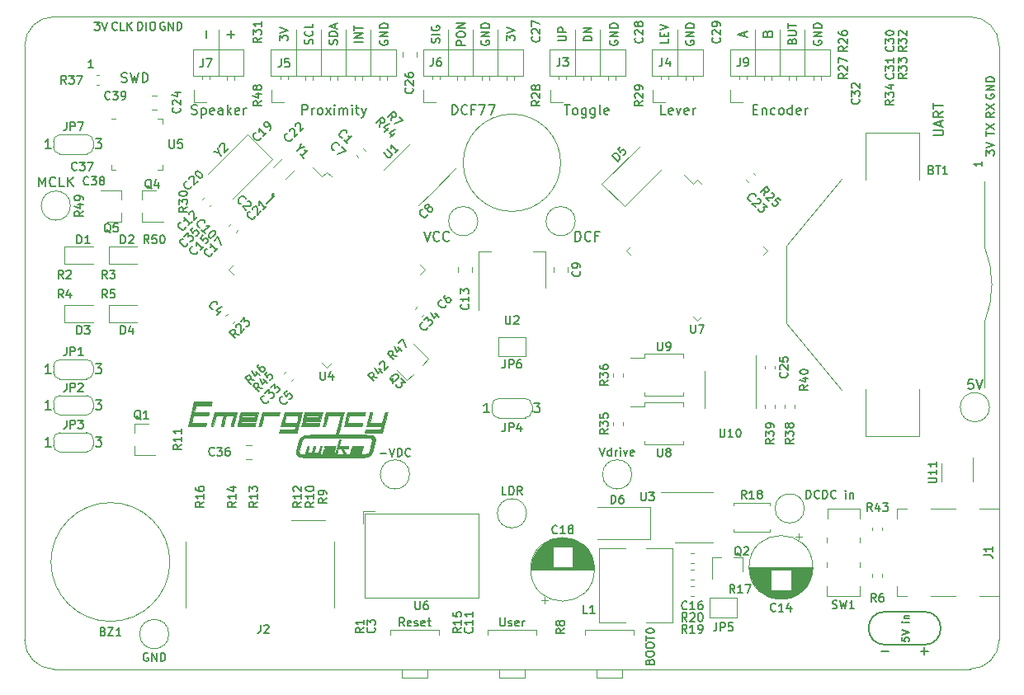
<source format=gto>
G04 #@! TF.GenerationSoftware,KiCad,Pcbnew,5.1.5-52549c5~84~ubuntu16.04.1*
G04 #@! TF.CreationDate,2020-03-25T20:51:20+01:00*
G04 #@! TF.ProjectId,EmergencyWake,456d6572-6765-46e6-9379-57616b652e6b,rev?*
G04 #@! TF.SameCoordinates,PX5f5e100PY5f5e100*
G04 #@! TF.FileFunction,Legend,Top*
G04 #@! TF.FilePolarity,Positive*
%FSLAX46Y46*%
G04 Gerber Fmt 4.6, Leading zero omitted, Abs format (unit mm)*
G04 Created by KiCad (PCBNEW 5.1.5-52549c5~84~ubuntu16.04.1) date 2020-03-25 20:51:20*
%MOMM*%
%LPD*%
G04 APERTURE LIST*
%ADD10C,0.150000*%
%ADD11C,0.170000*%
%ADD12C,0.050000*%
%ADD13C,0.120000*%
%ADD14C,0.010000*%
G04 APERTURE END LIST*
D10*
X25600000Y-18400000D02*
X25500000Y-18300000D01*
X25400000Y-18200000D02*
X25600000Y-18200000D01*
X25400000Y-18400000D02*
X25400000Y-18200000D01*
X25400000Y-18200000D02*
X25400000Y-18300000D01*
X1461904Y-17452380D02*
X1461904Y-16452380D01*
X1795238Y-17166666D01*
X2128571Y-16452380D01*
X2128571Y-17452380D01*
X3176190Y-17357142D02*
X3128571Y-17404761D01*
X2985714Y-17452380D01*
X2890476Y-17452380D01*
X2747619Y-17404761D01*
X2652380Y-17309523D01*
X2604761Y-17214285D01*
X2557142Y-17023809D01*
X2557142Y-16880952D01*
X2604761Y-16690476D01*
X2652380Y-16595238D01*
X2747619Y-16500000D01*
X2890476Y-16452380D01*
X2985714Y-16452380D01*
X3128571Y-16500000D01*
X3176190Y-16547619D01*
X4080952Y-17452380D02*
X3604761Y-17452380D01*
X3604761Y-16452380D01*
X4414285Y-17452380D02*
X4414285Y-16452380D01*
X4985714Y-17452380D02*
X4557142Y-16880952D01*
X4985714Y-16452380D02*
X4414285Y-17023809D01*
X92300000Y-61100000D02*
G75*
G02X92300000Y-64500000I0J-1700000D01*
G01*
X87919047Y-65171428D02*
X88680952Y-65171428D01*
X91919047Y-65171428D02*
X92680952Y-65171428D01*
X92300000Y-65552380D02*
X92300000Y-64790476D01*
D11*
X89989285Y-63746428D02*
X89989285Y-64103571D01*
X90346428Y-64139285D01*
X90310714Y-64103571D01*
X90275000Y-64032142D01*
X90275000Y-63853571D01*
X90310714Y-63782142D01*
X90346428Y-63746428D01*
X90417857Y-63710714D01*
X90596428Y-63710714D01*
X90667857Y-63746428D01*
X90703571Y-63782142D01*
X90739285Y-63853571D01*
X90739285Y-64032142D01*
X90703571Y-64103571D01*
X90667857Y-64139285D01*
X89989285Y-63496428D02*
X90739285Y-63246428D01*
X89989285Y-62996428D01*
X90739285Y-62175000D02*
X90239285Y-62175000D01*
X89989285Y-62175000D02*
X90025000Y-62210714D01*
X90060714Y-62175000D01*
X90025000Y-62139285D01*
X89989285Y-62175000D01*
X90060714Y-62175000D01*
X90239285Y-61817857D02*
X90739285Y-61817857D01*
X90310714Y-61817857D02*
X90275000Y-61782142D01*
X90239285Y-61710714D01*
X90239285Y-61603571D01*
X90275000Y-61532142D01*
X90346428Y-61496428D01*
X90739285Y-61496428D01*
D10*
X92300000Y-64500000D02*
X88300000Y-64500000D01*
X88300000Y-64500000D02*
G75*
G02X88300000Y-61100000I0J1700000D01*
G01*
X88300000Y-61100000D02*
X92300000Y-61100000D01*
X25500000Y-18300000D02*
X25400000Y-18200000D01*
X24800000Y-19200000D02*
X25600000Y-18400000D01*
X64139285Y-66258333D02*
X64179761Y-66136904D01*
X64220238Y-66096428D01*
X64301190Y-66055952D01*
X64422619Y-66055952D01*
X64503571Y-66096428D01*
X64544047Y-66136904D01*
X64584523Y-66217857D01*
X64584523Y-66541666D01*
X63734523Y-66541666D01*
X63734523Y-66258333D01*
X63775000Y-66177380D01*
X63815476Y-66136904D01*
X63896428Y-66096428D01*
X63977380Y-66096428D01*
X64058333Y-66136904D01*
X64098809Y-66177380D01*
X64139285Y-66258333D01*
X64139285Y-66541666D01*
X63734523Y-65529761D02*
X63734523Y-65367857D01*
X63775000Y-65286904D01*
X63855952Y-65205952D01*
X64017857Y-65165476D01*
X64301190Y-65165476D01*
X64463095Y-65205952D01*
X64544047Y-65286904D01*
X64584523Y-65367857D01*
X64584523Y-65529761D01*
X64544047Y-65610714D01*
X64463095Y-65691666D01*
X64301190Y-65732142D01*
X64017857Y-65732142D01*
X63855952Y-65691666D01*
X63775000Y-65610714D01*
X63734523Y-65529761D01*
X63734523Y-64639285D02*
X63734523Y-64477380D01*
X63775000Y-64396428D01*
X63855952Y-64315476D01*
X64017857Y-64275000D01*
X64301190Y-64275000D01*
X64463095Y-64315476D01*
X64544047Y-64396428D01*
X64584523Y-64477380D01*
X64584523Y-64639285D01*
X64544047Y-64720238D01*
X64463095Y-64801190D01*
X64301190Y-64841666D01*
X64017857Y-64841666D01*
X63855952Y-64801190D01*
X63775000Y-64720238D01*
X63734523Y-64639285D01*
X63734523Y-64032142D02*
X63734523Y-63546428D01*
X64584523Y-63789285D02*
X63734523Y-63789285D01*
X63734523Y-63101190D02*
X63734523Y-63020238D01*
X63775000Y-62939285D01*
X63815476Y-62898809D01*
X63896428Y-62858333D01*
X64058333Y-62817857D01*
X64260714Y-62817857D01*
X64422619Y-62858333D01*
X64503571Y-62898809D01*
X64544047Y-62939285D01*
X64584523Y-63020238D01*
X64584523Y-63101190D01*
X64544047Y-63182142D01*
X64503571Y-63222619D01*
X64422619Y-63263095D01*
X64260714Y-63303571D01*
X64058333Y-63303571D01*
X63896428Y-63263095D01*
X63815476Y-63222619D01*
X63775000Y-63182142D01*
X63734523Y-63101190D01*
X48785714Y-61734523D02*
X48785714Y-62422619D01*
X48826190Y-62503571D01*
X48866666Y-62544047D01*
X48947619Y-62584523D01*
X49109523Y-62584523D01*
X49190476Y-62544047D01*
X49230952Y-62503571D01*
X49271428Y-62422619D01*
X49271428Y-61734523D01*
X49635714Y-62544047D02*
X49716666Y-62584523D01*
X49878571Y-62584523D01*
X49959523Y-62544047D01*
X50000000Y-62463095D01*
X50000000Y-62422619D01*
X49959523Y-62341666D01*
X49878571Y-62301190D01*
X49757142Y-62301190D01*
X49676190Y-62260714D01*
X49635714Y-62179761D01*
X49635714Y-62139285D01*
X49676190Y-62058333D01*
X49757142Y-62017857D01*
X49878571Y-62017857D01*
X49959523Y-62058333D01*
X50688095Y-62544047D02*
X50607142Y-62584523D01*
X50445238Y-62584523D01*
X50364285Y-62544047D01*
X50323809Y-62463095D01*
X50323809Y-62139285D01*
X50364285Y-62058333D01*
X50445238Y-62017857D01*
X50607142Y-62017857D01*
X50688095Y-62058333D01*
X50728571Y-62139285D01*
X50728571Y-62220238D01*
X50323809Y-62301190D01*
X51092857Y-62584523D02*
X51092857Y-62017857D01*
X51092857Y-62179761D02*
X51133333Y-62098809D01*
X51173809Y-62058333D01*
X51254761Y-62017857D01*
X51335714Y-62017857D01*
X38947619Y-62584523D02*
X38664285Y-62179761D01*
X38461904Y-62584523D02*
X38461904Y-61734523D01*
X38785714Y-61734523D01*
X38866666Y-61775000D01*
X38907142Y-61815476D01*
X38947619Y-61896428D01*
X38947619Y-62017857D01*
X38907142Y-62098809D01*
X38866666Y-62139285D01*
X38785714Y-62179761D01*
X38461904Y-62179761D01*
X39635714Y-62544047D02*
X39554761Y-62584523D01*
X39392857Y-62584523D01*
X39311904Y-62544047D01*
X39271428Y-62463095D01*
X39271428Y-62139285D01*
X39311904Y-62058333D01*
X39392857Y-62017857D01*
X39554761Y-62017857D01*
X39635714Y-62058333D01*
X39676190Y-62139285D01*
X39676190Y-62220238D01*
X39271428Y-62301190D01*
X40000000Y-62544047D02*
X40080952Y-62584523D01*
X40242857Y-62584523D01*
X40323809Y-62544047D01*
X40364285Y-62463095D01*
X40364285Y-62422619D01*
X40323809Y-62341666D01*
X40242857Y-62301190D01*
X40121428Y-62301190D01*
X40040476Y-62260714D01*
X40000000Y-62179761D01*
X40000000Y-62139285D01*
X40040476Y-62058333D01*
X40121428Y-62017857D01*
X40242857Y-62017857D01*
X40323809Y-62058333D01*
X41052380Y-62544047D02*
X40971428Y-62584523D01*
X40809523Y-62584523D01*
X40728571Y-62544047D01*
X40688095Y-62463095D01*
X40688095Y-62139285D01*
X40728571Y-62058333D01*
X40809523Y-62017857D01*
X40971428Y-62017857D01*
X41052380Y-62058333D01*
X41092857Y-62139285D01*
X41092857Y-62220238D01*
X40688095Y-62301190D01*
X41335714Y-62017857D02*
X41659523Y-62017857D01*
X41457142Y-61734523D02*
X41457142Y-62463095D01*
X41497619Y-62544047D01*
X41578571Y-62584523D01*
X41659523Y-62584523D01*
X49413095Y-49084523D02*
X49008333Y-49084523D01*
X49008333Y-48234523D01*
X49696428Y-49084523D02*
X49696428Y-48234523D01*
X49898809Y-48234523D01*
X50020238Y-48275000D01*
X50101190Y-48355952D01*
X50141666Y-48436904D01*
X50182142Y-48598809D01*
X50182142Y-48720238D01*
X50141666Y-48882142D01*
X50101190Y-48963095D01*
X50020238Y-49044047D01*
X49898809Y-49084523D01*
X49696428Y-49084523D01*
X51032142Y-49084523D02*
X50748809Y-48679761D01*
X50546428Y-49084523D02*
X50546428Y-48234523D01*
X50870238Y-48234523D01*
X50951190Y-48275000D01*
X50991666Y-48315476D01*
X51032142Y-48396428D01*
X51032142Y-48517857D01*
X50991666Y-48598809D01*
X50951190Y-48639285D01*
X50870238Y-48679761D01*
X50546428Y-48679761D01*
X58978571Y-44234523D02*
X59261904Y-45084523D01*
X59545238Y-44234523D01*
X60192857Y-45084523D02*
X60192857Y-44234523D01*
X60192857Y-45044047D02*
X60111904Y-45084523D01*
X59950000Y-45084523D01*
X59869047Y-45044047D01*
X59828571Y-45003571D01*
X59788095Y-44922619D01*
X59788095Y-44679761D01*
X59828571Y-44598809D01*
X59869047Y-44558333D01*
X59950000Y-44517857D01*
X60111904Y-44517857D01*
X60192857Y-44558333D01*
X60597619Y-45084523D02*
X60597619Y-44517857D01*
X60597619Y-44679761D02*
X60638095Y-44598809D01*
X60678571Y-44558333D01*
X60759523Y-44517857D01*
X60840476Y-44517857D01*
X61123809Y-45084523D02*
X61123809Y-44517857D01*
X61123809Y-44234523D02*
X61083333Y-44275000D01*
X61123809Y-44315476D01*
X61164285Y-44275000D01*
X61123809Y-44234523D01*
X61123809Y-44315476D01*
X61447619Y-44517857D02*
X61650000Y-45084523D01*
X61852380Y-44517857D01*
X62500000Y-45044047D02*
X62419047Y-45084523D01*
X62257142Y-45084523D01*
X62176190Y-45044047D01*
X62135714Y-44963095D01*
X62135714Y-44639285D01*
X62176190Y-44558333D01*
X62257142Y-44517857D01*
X62419047Y-44517857D01*
X62500000Y-44558333D01*
X62540476Y-44639285D01*
X62540476Y-44720238D01*
X62135714Y-44801190D01*
X98634523Y-14247619D02*
X98634523Y-13721428D01*
X98958333Y-14004761D01*
X98958333Y-13883333D01*
X98998809Y-13802380D01*
X99039285Y-13761904D01*
X99120238Y-13721428D01*
X99322619Y-13721428D01*
X99403571Y-13761904D01*
X99444047Y-13802380D01*
X99484523Y-13883333D01*
X99484523Y-14126190D01*
X99444047Y-14207142D01*
X99403571Y-14247619D01*
X98634523Y-13478571D02*
X99484523Y-13195238D01*
X98634523Y-12911904D01*
X98675000Y-7947619D02*
X98634523Y-8028571D01*
X98634523Y-8150000D01*
X98675000Y-8271428D01*
X98755952Y-8352380D01*
X98836904Y-8392857D01*
X98998809Y-8433333D01*
X99120238Y-8433333D01*
X99282142Y-8392857D01*
X99363095Y-8352380D01*
X99444047Y-8271428D01*
X99484523Y-8150000D01*
X99484523Y-8069047D01*
X99444047Y-7947619D01*
X99403571Y-7907142D01*
X99120238Y-7907142D01*
X99120238Y-8069047D01*
X99484523Y-7542857D02*
X98634523Y-7542857D01*
X99484523Y-7057142D01*
X98634523Y-7057142D01*
X99484523Y-6652380D02*
X98634523Y-6652380D01*
X98634523Y-6450000D01*
X98675000Y-6328571D01*
X98755952Y-6247619D01*
X98836904Y-6207142D01*
X98998809Y-6166666D01*
X99120238Y-6166666D01*
X99282142Y-6207142D01*
X99363095Y-6247619D01*
X99444047Y-6328571D01*
X99484523Y-6450000D01*
X99484523Y-6652380D01*
X98634523Y-12247619D02*
X98634523Y-11761904D01*
X99484523Y-12004761D02*
X98634523Y-12004761D01*
X98634523Y-11559523D02*
X99484523Y-10992857D01*
X98634523Y-10992857D02*
X99484523Y-11559523D01*
X99484523Y-9841666D02*
X99079761Y-10125000D01*
X99484523Y-10327380D02*
X98634523Y-10327380D01*
X98634523Y-10003571D01*
X98675000Y-9922619D01*
X98715476Y-9882142D01*
X98796428Y-9841666D01*
X98917857Y-9841666D01*
X98998809Y-9882142D01*
X99039285Y-9922619D01*
X99079761Y-10003571D01*
X99079761Y-10327380D01*
X98634523Y-9558333D02*
X99484523Y-8991666D01*
X98634523Y-8991666D02*
X99484523Y-9558333D01*
X14352380Y-575000D02*
X14271428Y-534523D01*
X14150000Y-534523D01*
X14028571Y-575000D01*
X13947619Y-655952D01*
X13907142Y-736904D01*
X13866666Y-898809D01*
X13866666Y-1020238D01*
X13907142Y-1182142D01*
X13947619Y-1263095D01*
X14028571Y-1344047D01*
X14150000Y-1384523D01*
X14230952Y-1384523D01*
X14352380Y-1344047D01*
X14392857Y-1303571D01*
X14392857Y-1020238D01*
X14230952Y-1020238D01*
X14757142Y-1384523D02*
X14757142Y-534523D01*
X15242857Y-1384523D01*
X15242857Y-534523D01*
X15647619Y-1384523D02*
X15647619Y-534523D01*
X15850000Y-534523D01*
X15971428Y-575000D01*
X16052380Y-655952D01*
X16092857Y-736904D01*
X16133333Y-898809D01*
X16133333Y-1020238D01*
X16092857Y-1182142D01*
X16052380Y-1263095D01*
X15971428Y-1344047D01*
X15850000Y-1384523D01*
X15647619Y-1384523D01*
X11629761Y-1384523D02*
X11629761Y-534523D01*
X11832142Y-534523D01*
X11953571Y-575000D01*
X12034523Y-655952D01*
X12075000Y-736904D01*
X12115476Y-898809D01*
X12115476Y-1020238D01*
X12075000Y-1182142D01*
X12034523Y-1263095D01*
X11953571Y-1344047D01*
X11832142Y-1384523D01*
X11629761Y-1384523D01*
X12479761Y-1384523D02*
X12479761Y-534523D01*
X13046428Y-534523D02*
X13208333Y-534523D01*
X13289285Y-575000D01*
X13370238Y-655952D01*
X13410714Y-817857D01*
X13410714Y-1101190D01*
X13370238Y-1263095D01*
X13289285Y-1344047D01*
X13208333Y-1384523D01*
X13046428Y-1384523D01*
X12965476Y-1344047D01*
X12884523Y-1263095D01*
X12844047Y-1101190D01*
X12844047Y-817857D01*
X12884523Y-655952D01*
X12965476Y-575000D01*
X13046428Y-534523D01*
X9494047Y-1303571D02*
X9453571Y-1344047D01*
X9332142Y-1384523D01*
X9251190Y-1384523D01*
X9129761Y-1344047D01*
X9048809Y-1263095D01*
X9008333Y-1182142D01*
X8967857Y-1020238D01*
X8967857Y-898809D01*
X9008333Y-736904D01*
X9048809Y-655952D01*
X9129761Y-575000D01*
X9251190Y-534523D01*
X9332142Y-534523D01*
X9453571Y-575000D01*
X9494047Y-615476D01*
X10263095Y-1384523D02*
X9858333Y-1384523D01*
X9858333Y-534523D01*
X10546428Y-1384523D02*
X10546428Y-534523D01*
X11032142Y-1384523D02*
X10667857Y-898809D01*
X11032142Y-534523D02*
X10546428Y-1020238D01*
X7152380Y-534523D02*
X7678571Y-534523D01*
X7395238Y-858333D01*
X7516666Y-858333D01*
X7597619Y-898809D01*
X7638095Y-939285D01*
X7678571Y-1020238D01*
X7678571Y-1222619D01*
X7638095Y-1303571D01*
X7597619Y-1344047D01*
X7516666Y-1384523D01*
X7273809Y-1384523D01*
X7192857Y-1344047D01*
X7152380Y-1303571D01*
X7921428Y-534523D02*
X8204761Y-1384523D01*
X8488095Y-534523D01*
X93252380Y-12195238D02*
X94061904Y-12195238D01*
X94157142Y-12147619D01*
X94204761Y-12100000D01*
X94252380Y-12004761D01*
X94252380Y-11814285D01*
X94204761Y-11719047D01*
X94157142Y-11671428D01*
X94061904Y-11623809D01*
X93252380Y-11623809D01*
X93966666Y-11195238D02*
X93966666Y-10719047D01*
X94252380Y-11290476D02*
X93252380Y-10957142D01*
X94252380Y-10623809D01*
X94252380Y-9719047D02*
X93776190Y-10052380D01*
X94252380Y-10290476D02*
X93252380Y-10290476D01*
X93252380Y-9909523D01*
X93300000Y-9814285D01*
X93347619Y-9766666D01*
X93442857Y-9719047D01*
X93585714Y-9719047D01*
X93680952Y-9766666D01*
X93728571Y-9814285D01*
X93776190Y-9909523D01*
X93776190Y-10290476D01*
X93252380Y-9433333D02*
X93252380Y-8861904D01*
X94252380Y-9147619D02*
X93252380Y-9147619D01*
X9942857Y-6704761D02*
X10085714Y-6752380D01*
X10323809Y-6752380D01*
X10419047Y-6704761D01*
X10466666Y-6657142D01*
X10514285Y-6561904D01*
X10514285Y-6466666D01*
X10466666Y-6371428D01*
X10419047Y-6323809D01*
X10323809Y-6276190D01*
X10133333Y-6228571D01*
X10038095Y-6180952D01*
X9990476Y-6133333D01*
X9942857Y-6038095D01*
X9942857Y-5942857D01*
X9990476Y-5847619D01*
X10038095Y-5800000D01*
X10133333Y-5752380D01*
X10371428Y-5752380D01*
X10514285Y-5800000D01*
X10847619Y-5752380D02*
X11085714Y-6752380D01*
X11276190Y-6038095D01*
X11466666Y-6752380D01*
X11704761Y-5752380D01*
X12085714Y-6752380D02*
X12085714Y-5752380D01*
X12323809Y-5752380D01*
X12466666Y-5800000D01*
X12561904Y-5895238D01*
X12609523Y-5990476D01*
X12657142Y-6180952D01*
X12657142Y-6323809D01*
X12609523Y-6514285D01*
X12561904Y-6609523D01*
X12466666Y-6704761D01*
X12323809Y-6752380D01*
X12085714Y-6752380D01*
X36461904Y-44860714D02*
X37109523Y-44860714D01*
X37392857Y-44334523D02*
X37676190Y-45184523D01*
X37959523Y-44334523D01*
X38242857Y-45184523D02*
X38242857Y-44334523D01*
X38445238Y-44334523D01*
X38566666Y-44375000D01*
X38647619Y-44455952D01*
X38688095Y-44536904D01*
X38728571Y-44698809D01*
X38728571Y-44820238D01*
X38688095Y-44982142D01*
X38647619Y-45063095D01*
X38566666Y-45144047D01*
X38445238Y-45184523D01*
X38242857Y-45184523D01*
X39578571Y-45103571D02*
X39538095Y-45144047D01*
X39416666Y-45184523D01*
X39335714Y-45184523D01*
X39214285Y-45144047D01*
X39133333Y-45063095D01*
X39092857Y-44982142D01*
X39052380Y-44820238D01*
X39052380Y-44698809D01*
X39092857Y-44536904D01*
X39133333Y-44455952D01*
X39214285Y-44375000D01*
X39335714Y-44334523D01*
X39416666Y-44334523D01*
X39538095Y-44375000D01*
X39578571Y-44415476D01*
X80199880Y-49484523D02*
X80199880Y-48634523D01*
X80402261Y-48634523D01*
X80523690Y-48675000D01*
X80604642Y-48755952D01*
X80645119Y-48836904D01*
X80685595Y-48998809D01*
X80685595Y-49120238D01*
X80645119Y-49282142D01*
X80604642Y-49363095D01*
X80523690Y-49444047D01*
X80402261Y-49484523D01*
X80199880Y-49484523D01*
X81535595Y-49403571D02*
X81495119Y-49444047D01*
X81373690Y-49484523D01*
X81292738Y-49484523D01*
X81171309Y-49444047D01*
X81090357Y-49363095D01*
X81049880Y-49282142D01*
X81009404Y-49120238D01*
X81009404Y-48998809D01*
X81049880Y-48836904D01*
X81090357Y-48755952D01*
X81171309Y-48675000D01*
X81292738Y-48634523D01*
X81373690Y-48634523D01*
X81495119Y-48675000D01*
X81535595Y-48715476D01*
X81899880Y-49484523D02*
X81899880Y-48634523D01*
X82102261Y-48634523D01*
X82223690Y-48675000D01*
X82304642Y-48755952D01*
X82345119Y-48836904D01*
X82385595Y-48998809D01*
X82385595Y-49120238D01*
X82345119Y-49282142D01*
X82304642Y-49363095D01*
X82223690Y-49444047D01*
X82102261Y-49484523D01*
X81899880Y-49484523D01*
X83235595Y-49403571D02*
X83195119Y-49444047D01*
X83073690Y-49484523D01*
X82992738Y-49484523D01*
X82871309Y-49444047D01*
X82790357Y-49363095D01*
X82749880Y-49282142D01*
X82709404Y-49120238D01*
X82709404Y-48998809D01*
X82749880Y-48836904D01*
X82790357Y-48755952D01*
X82871309Y-48675000D01*
X82992738Y-48634523D01*
X83073690Y-48634523D01*
X83195119Y-48675000D01*
X83235595Y-48715476D01*
X84247500Y-49484523D02*
X84247500Y-48917857D01*
X84247500Y-48634523D02*
X84207023Y-48675000D01*
X84247500Y-48715476D01*
X84287976Y-48675000D01*
X84247500Y-48634523D01*
X84247500Y-48715476D01*
X84652261Y-48917857D02*
X84652261Y-49484523D01*
X84652261Y-48998809D02*
X84692738Y-48958333D01*
X84773690Y-48917857D01*
X84895119Y-48917857D01*
X84976071Y-48958333D01*
X85016547Y-49039285D01*
X85016547Y-49484523D01*
X97309523Y-37252380D02*
X96833333Y-37252380D01*
X96785714Y-37728571D01*
X96833333Y-37680952D01*
X96928571Y-37633333D01*
X97166666Y-37633333D01*
X97261904Y-37680952D01*
X97309523Y-37728571D01*
X97357142Y-37823809D01*
X97357142Y-38061904D01*
X97309523Y-38157142D01*
X97261904Y-38204761D01*
X97166666Y-38252380D01*
X96928571Y-38252380D01*
X96833333Y-38204761D01*
X96785714Y-38157142D01*
X97642857Y-37252380D02*
X97976190Y-38252380D01*
X98309523Y-37252380D01*
X56509523Y-23052380D02*
X56509523Y-22052380D01*
X56747619Y-22052380D01*
X56890476Y-22100000D01*
X56985714Y-22195238D01*
X57033333Y-22290476D01*
X57080952Y-22480952D01*
X57080952Y-22623809D01*
X57033333Y-22814285D01*
X56985714Y-22909523D01*
X56890476Y-23004761D01*
X56747619Y-23052380D01*
X56509523Y-23052380D01*
X58080952Y-22957142D02*
X58033333Y-23004761D01*
X57890476Y-23052380D01*
X57795238Y-23052380D01*
X57652380Y-23004761D01*
X57557142Y-22909523D01*
X57509523Y-22814285D01*
X57461904Y-22623809D01*
X57461904Y-22480952D01*
X57509523Y-22290476D01*
X57557142Y-22195238D01*
X57652380Y-22100000D01*
X57795238Y-22052380D01*
X57890476Y-22052380D01*
X58033333Y-22100000D01*
X58080952Y-22147619D01*
X58842857Y-22528571D02*
X58509523Y-22528571D01*
X58509523Y-23052380D02*
X58509523Y-22052380D01*
X58985714Y-22052380D01*
X40966666Y-22052380D02*
X41300000Y-23052380D01*
X41633333Y-22052380D01*
X42538095Y-22957142D02*
X42490476Y-23004761D01*
X42347619Y-23052380D01*
X42252380Y-23052380D01*
X42109523Y-23004761D01*
X42014285Y-22909523D01*
X41966666Y-22814285D01*
X41919047Y-22623809D01*
X41919047Y-22480952D01*
X41966666Y-22290476D01*
X42014285Y-22195238D01*
X42109523Y-22100000D01*
X42252380Y-22052380D01*
X42347619Y-22052380D01*
X42490476Y-22100000D01*
X42538095Y-22147619D01*
X43538095Y-22957142D02*
X43490476Y-23004761D01*
X43347619Y-23052380D01*
X43252380Y-23052380D01*
X43109523Y-23004761D01*
X43014285Y-22909523D01*
X42966666Y-22814285D01*
X42919047Y-22623809D01*
X42919047Y-22480952D01*
X42966666Y-22290476D01*
X43014285Y-22195238D01*
X43109523Y-22100000D01*
X43252380Y-22052380D01*
X43347619Y-22052380D01*
X43490476Y-22100000D01*
X43538095Y-22147619D01*
X12652380Y-65375000D02*
X12571428Y-65334523D01*
X12450000Y-65334523D01*
X12328571Y-65375000D01*
X12247619Y-65455952D01*
X12207142Y-65536904D01*
X12166666Y-65698809D01*
X12166666Y-65820238D01*
X12207142Y-65982142D01*
X12247619Y-66063095D01*
X12328571Y-66144047D01*
X12450000Y-66184523D01*
X12530952Y-66184523D01*
X12652380Y-66144047D01*
X12692857Y-66103571D01*
X12692857Y-65820238D01*
X12530952Y-65820238D01*
X13057142Y-66184523D02*
X13057142Y-65334523D01*
X13542857Y-66184523D01*
X13542857Y-65334523D01*
X13947619Y-66184523D02*
X13947619Y-65334523D01*
X14150000Y-65334523D01*
X14271428Y-65375000D01*
X14352380Y-65455952D01*
X14392857Y-65536904D01*
X14433333Y-65698809D01*
X14433333Y-65820238D01*
X14392857Y-65982142D01*
X14352380Y-66063095D01*
X14271428Y-66144047D01*
X14150000Y-66184523D01*
X13947619Y-66184523D01*
X74761904Y-9528571D02*
X75095238Y-9528571D01*
X75238095Y-10052380D02*
X74761904Y-10052380D01*
X74761904Y-9052380D01*
X75238095Y-9052380D01*
X75666666Y-9385714D02*
X75666666Y-10052380D01*
X75666666Y-9480952D02*
X75714285Y-9433333D01*
X75809523Y-9385714D01*
X75952380Y-9385714D01*
X76047619Y-9433333D01*
X76095238Y-9528571D01*
X76095238Y-10052380D01*
X77000000Y-10004761D02*
X76904761Y-10052380D01*
X76714285Y-10052380D01*
X76619047Y-10004761D01*
X76571428Y-9957142D01*
X76523809Y-9861904D01*
X76523809Y-9576190D01*
X76571428Y-9480952D01*
X76619047Y-9433333D01*
X76714285Y-9385714D01*
X76904761Y-9385714D01*
X77000000Y-9433333D01*
X77571428Y-10052380D02*
X77476190Y-10004761D01*
X77428571Y-9957142D01*
X77380952Y-9861904D01*
X77380952Y-9576190D01*
X77428571Y-9480952D01*
X77476190Y-9433333D01*
X77571428Y-9385714D01*
X77714285Y-9385714D01*
X77809523Y-9433333D01*
X77857142Y-9480952D01*
X77904761Y-9576190D01*
X77904761Y-9861904D01*
X77857142Y-9957142D01*
X77809523Y-10004761D01*
X77714285Y-10052380D01*
X77571428Y-10052380D01*
X78761904Y-10052380D02*
X78761904Y-9052380D01*
X78761904Y-10004761D02*
X78666666Y-10052380D01*
X78476190Y-10052380D01*
X78380952Y-10004761D01*
X78333333Y-9957142D01*
X78285714Y-9861904D01*
X78285714Y-9576190D01*
X78333333Y-9480952D01*
X78380952Y-9433333D01*
X78476190Y-9385714D01*
X78666666Y-9385714D01*
X78761904Y-9433333D01*
X79619047Y-10004761D02*
X79523809Y-10052380D01*
X79333333Y-10052380D01*
X79238095Y-10004761D01*
X79190476Y-9909523D01*
X79190476Y-9528571D01*
X79238095Y-9433333D01*
X79333333Y-9385714D01*
X79523809Y-9385714D01*
X79619047Y-9433333D01*
X79666666Y-9528571D01*
X79666666Y-9623809D01*
X79190476Y-9719047D01*
X80095238Y-10052380D02*
X80095238Y-9385714D01*
X80095238Y-9576190D02*
X80142857Y-9480952D01*
X80190476Y-9433333D01*
X80285714Y-9385714D01*
X80380952Y-9385714D01*
X65761904Y-10052380D02*
X65285714Y-10052380D01*
X65285714Y-9052380D01*
X66476190Y-10004761D02*
X66380952Y-10052380D01*
X66190476Y-10052380D01*
X66095238Y-10004761D01*
X66047619Y-9909523D01*
X66047619Y-9528571D01*
X66095238Y-9433333D01*
X66190476Y-9385714D01*
X66380952Y-9385714D01*
X66476190Y-9433333D01*
X66523809Y-9528571D01*
X66523809Y-9623809D01*
X66047619Y-9719047D01*
X66857142Y-9385714D02*
X67095238Y-10052380D01*
X67333333Y-9385714D01*
X68095238Y-10004761D02*
X68000000Y-10052380D01*
X67809523Y-10052380D01*
X67714285Y-10004761D01*
X67666666Y-9909523D01*
X67666666Y-9528571D01*
X67714285Y-9433333D01*
X67809523Y-9385714D01*
X68000000Y-9385714D01*
X68095238Y-9433333D01*
X68142857Y-9528571D01*
X68142857Y-9623809D01*
X67666666Y-9719047D01*
X68571428Y-10052380D02*
X68571428Y-9385714D01*
X68571428Y-9576190D02*
X68619047Y-9480952D01*
X68666666Y-9433333D01*
X68761904Y-9385714D01*
X68857142Y-9385714D01*
X55366666Y-9052380D02*
X55938095Y-9052380D01*
X55652380Y-10052380D02*
X55652380Y-9052380D01*
X56414285Y-10052380D02*
X56319047Y-10004761D01*
X56271428Y-9957142D01*
X56223809Y-9861904D01*
X56223809Y-9576190D01*
X56271428Y-9480952D01*
X56319047Y-9433333D01*
X56414285Y-9385714D01*
X56557142Y-9385714D01*
X56652380Y-9433333D01*
X56700000Y-9480952D01*
X56747619Y-9576190D01*
X56747619Y-9861904D01*
X56700000Y-9957142D01*
X56652380Y-10004761D01*
X56557142Y-10052380D01*
X56414285Y-10052380D01*
X57604761Y-9385714D02*
X57604761Y-10195238D01*
X57557142Y-10290476D01*
X57509523Y-10338095D01*
X57414285Y-10385714D01*
X57271428Y-10385714D01*
X57176190Y-10338095D01*
X57604761Y-10004761D02*
X57509523Y-10052380D01*
X57319047Y-10052380D01*
X57223809Y-10004761D01*
X57176190Y-9957142D01*
X57128571Y-9861904D01*
X57128571Y-9576190D01*
X57176190Y-9480952D01*
X57223809Y-9433333D01*
X57319047Y-9385714D01*
X57509523Y-9385714D01*
X57604761Y-9433333D01*
X58509523Y-9385714D02*
X58509523Y-10195238D01*
X58461904Y-10290476D01*
X58414285Y-10338095D01*
X58319047Y-10385714D01*
X58176190Y-10385714D01*
X58080952Y-10338095D01*
X58509523Y-10004761D02*
X58414285Y-10052380D01*
X58223809Y-10052380D01*
X58128571Y-10004761D01*
X58080952Y-9957142D01*
X58033333Y-9861904D01*
X58033333Y-9576190D01*
X58080952Y-9480952D01*
X58128571Y-9433333D01*
X58223809Y-9385714D01*
X58414285Y-9385714D01*
X58509523Y-9433333D01*
X59128571Y-10052380D02*
X59033333Y-10004761D01*
X58985714Y-9909523D01*
X58985714Y-9052380D01*
X59890476Y-10004761D02*
X59795238Y-10052380D01*
X59604761Y-10052380D01*
X59509523Y-10004761D01*
X59461904Y-9909523D01*
X59461904Y-9528571D01*
X59509523Y-9433333D01*
X59604761Y-9385714D01*
X59795238Y-9385714D01*
X59890476Y-9433333D01*
X59938095Y-9528571D01*
X59938095Y-9623809D01*
X59461904Y-9719047D01*
X43857142Y-10052380D02*
X43857142Y-9052380D01*
X44095238Y-9052380D01*
X44238095Y-9100000D01*
X44333333Y-9195238D01*
X44380952Y-9290476D01*
X44428571Y-9480952D01*
X44428571Y-9623809D01*
X44380952Y-9814285D01*
X44333333Y-9909523D01*
X44238095Y-10004761D01*
X44095238Y-10052380D01*
X43857142Y-10052380D01*
X45428571Y-9957142D02*
X45380952Y-10004761D01*
X45238095Y-10052380D01*
X45142857Y-10052380D01*
X45000000Y-10004761D01*
X44904761Y-9909523D01*
X44857142Y-9814285D01*
X44809523Y-9623809D01*
X44809523Y-9480952D01*
X44857142Y-9290476D01*
X44904761Y-9195238D01*
X45000000Y-9100000D01*
X45142857Y-9052380D01*
X45238095Y-9052380D01*
X45380952Y-9100000D01*
X45428571Y-9147619D01*
X46190476Y-9528571D02*
X45857142Y-9528571D01*
X45857142Y-10052380D02*
X45857142Y-9052380D01*
X46333333Y-9052380D01*
X46619047Y-9052380D02*
X47285714Y-9052380D01*
X46857142Y-10052380D01*
X47571428Y-9052380D02*
X48238095Y-9052380D01*
X47809523Y-10052380D01*
X28461904Y-10052380D02*
X28461904Y-9052380D01*
X28842857Y-9052380D01*
X28938095Y-9100000D01*
X28985714Y-9147619D01*
X29033333Y-9242857D01*
X29033333Y-9385714D01*
X28985714Y-9480952D01*
X28938095Y-9528571D01*
X28842857Y-9576190D01*
X28461904Y-9576190D01*
X29461904Y-10052380D02*
X29461904Y-9385714D01*
X29461904Y-9576190D02*
X29509523Y-9480952D01*
X29557142Y-9433333D01*
X29652380Y-9385714D01*
X29747619Y-9385714D01*
X30223809Y-10052380D02*
X30128571Y-10004761D01*
X30080952Y-9957142D01*
X30033333Y-9861904D01*
X30033333Y-9576190D01*
X30080952Y-9480952D01*
X30128571Y-9433333D01*
X30223809Y-9385714D01*
X30366666Y-9385714D01*
X30461904Y-9433333D01*
X30509523Y-9480952D01*
X30557142Y-9576190D01*
X30557142Y-9861904D01*
X30509523Y-9957142D01*
X30461904Y-10004761D01*
X30366666Y-10052380D01*
X30223809Y-10052380D01*
X30890476Y-10052380D02*
X31414285Y-9385714D01*
X30890476Y-9385714D02*
X31414285Y-10052380D01*
X31795238Y-10052380D02*
X31795238Y-9385714D01*
X31795238Y-9052380D02*
X31747619Y-9100000D01*
X31795238Y-9147619D01*
X31842857Y-9100000D01*
X31795238Y-9052380D01*
X31795238Y-9147619D01*
X32271428Y-10052380D02*
X32271428Y-9385714D01*
X32271428Y-9480952D02*
X32319047Y-9433333D01*
X32414285Y-9385714D01*
X32557142Y-9385714D01*
X32652380Y-9433333D01*
X32700000Y-9528571D01*
X32700000Y-10052380D01*
X32700000Y-9528571D02*
X32747619Y-9433333D01*
X32842857Y-9385714D01*
X32985714Y-9385714D01*
X33080952Y-9433333D01*
X33128571Y-9528571D01*
X33128571Y-10052380D01*
X33604761Y-10052380D02*
X33604761Y-9385714D01*
X33604761Y-9052380D02*
X33557142Y-9100000D01*
X33604761Y-9147619D01*
X33652380Y-9100000D01*
X33604761Y-9052380D01*
X33604761Y-9147619D01*
X33938095Y-9385714D02*
X34319047Y-9385714D01*
X34080952Y-9052380D02*
X34080952Y-9909523D01*
X34128571Y-10004761D01*
X34223809Y-10052380D01*
X34319047Y-10052380D01*
X34557142Y-9385714D02*
X34795238Y-10052380D01*
X35033333Y-9385714D02*
X34795238Y-10052380D01*
X34700000Y-10290476D01*
X34652380Y-10338095D01*
X34557142Y-10385714D01*
X17138095Y-10004761D02*
X17280952Y-10052380D01*
X17519047Y-10052380D01*
X17614285Y-10004761D01*
X17661904Y-9957142D01*
X17709523Y-9861904D01*
X17709523Y-9766666D01*
X17661904Y-9671428D01*
X17614285Y-9623809D01*
X17519047Y-9576190D01*
X17328571Y-9528571D01*
X17233333Y-9480952D01*
X17185714Y-9433333D01*
X17138095Y-9338095D01*
X17138095Y-9242857D01*
X17185714Y-9147619D01*
X17233333Y-9100000D01*
X17328571Y-9052380D01*
X17566666Y-9052380D01*
X17709523Y-9100000D01*
X18138095Y-9385714D02*
X18138095Y-10385714D01*
X18138095Y-9433333D02*
X18233333Y-9385714D01*
X18423809Y-9385714D01*
X18519047Y-9433333D01*
X18566666Y-9480952D01*
X18614285Y-9576190D01*
X18614285Y-9861904D01*
X18566666Y-9957142D01*
X18519047Y-10004761D01*
X18423809Y-10052380D01*
X18233333Y-10052380D01*
X18138095Y-10004761D01*
X19423809Y-10004761D02*
X19328571Y-10052380D01*
X19138095Y-10052380D01*
X19042857Y-10004761D01*
X18995238Y-9909523D01*
X18995238Y-9528571D01*
X19042857Y-9433333D01*
X19138095Y-9385714D01*
X19328571Y-9385714D01*
X19423809Y-9433333D01*
X19471428Y-9528571D01*
X19471428Y-9623809D01*
X18995238Y-9719047D01*
X20328571Y-10052380D02*
X20328571Y-9528571D01*
X20280952Y-9433333D01*
X20185714Y-9385714D01*
X19995238Y-9385714D01*
X19900000Y-9433333D01*
X20328571Y-10004761D02*
X20233333Y-10052380D01*
X19995238Y-10052380D01*
X19900000Y-10004761D01*
X19852380Y-9909523D01*
X19852380Y-9814285D01*
X19900000Y-9719047D01*
X19995238Y-9671428D01*
X20233333Y-9671428D01*
X20328571Y-9623809D01*
X20804761Y-10052380D02*
X20804761Y-9052380D01*
X20900000Y-9671428D02*
X21185714Y-10052380D01*
X21185714Y-9385714D02*
X20804761Y-9766666D01*
X21995238Y-10004761D02*
X21900000Y-10052380D01*
X21709523Y-10052380D01*
X21614285Y-10004761D01*
X21566666Y-9909523D01*
X21566666Y-9528571D01*
X21614285Y-9433333D01*
X21709523Y-9385714D01*
X21900000Y-9385714D01*
X21995238Y-9433333D01*
X22042857Y-9528571D01*
X22042857Y-9623809D01*
X21566666Y-9719047D01*
X22471428Y-10052380D02*
X22471428Y-9385714D01*
X22471428Y-9576190D02*
X22519047Y-9480952D01*
X22566666Y-9433333D01*
X22661904Y-9385714D01*
X22757142Y-9385714D01*
D12*
X55000000Y-15000000D02*
G75*
G03X55000000Y-15000000I-5000000J0D01*
G01*
X3000000Y-67000000D02*
G75*
G02X0Y-64000000I0J3000000D01*
G01*
X100000000Y-64000000D02*
G75*
G02X97000000Y-67000000I-3000000J0D01*
G01*
X97000000Y0D02*
G75*
G02X100000000Y-3000000I0J-3000000D01*
G01*
X0Y-3000000D02*
G75*
G02X3000000Y0I3000000J0D01*
G01*
X0Y-64000000D02*
X0Y-3000000D01*
X97000000Y-67000000D02*
X3000000Y-67000000D01*
X100000000Y-3000000D02*
X100000000Y-64000000D01*
X3000000Y0D02*
X97000000Y0D01*
D13*
X4700000Y-19400000D02*
G75*
G03X4700000Y-19400000I-1500000J0D01*
G01*
X22833883Y-12070532D02*
X18768019Y-16136396D01*
X25379468Y-14616117D02*
X22833883Y-12070532D01*
X21313604Y-18681981D02*
X25379468Y-14616117D01*
X9365000Y-10490000D02*
X8890000Y-10490000D01*
X14110000Y-15710000D02*
X14110000Y-15235000D01*
X13635000Y-15710000D02*
X14110000Y-15710000D01*
X8890000Y-15710000D02*
X8890000Y-15235000D01*
X9365000Y-15710000D02*
X8890000Y-15710000D01*
X14110000Y-10490000D02*
X14110000Y-10965000D01*
X13635000Y-10490000D02*
X14110000Y-10490000D01*
X2950000Y-12800000D02*
G75*
G02X3650000Y-12100000I700000J0D01*
G01*
X3650000Y-14100000D02*
G75*
G02X2950000Y-13400000I0J700000D01*
G01*
X7050000Y-13400000D02*
G75*
G02X6350000Y-14100000I-700000J0D01*
G01*
X6350000Y-12100000D02*
G75*
G02X7050000Y-12800000I0J-700000D01*
G01*
X3600000Y-12100000D02*
X6400000Y-12100000D01*
X7050000Y-12800000D02*
X7050000Y-13400000D01*
X6400000Y-14100000D02*
X3600000Y-14100000D01*
X2950000Y-13400000D02*
X2950000Y-12800000D01*
X13041422Y-9510000D02*
X13558578Y-9510000D01*
X13041422Y-8090000D02*
X13558578Y-8090000D01*
X22741422Y-45410000D02*
X23258578Y-45410000D01*
X22741422Y-43990000D02*
X23258578Y-43990000D01*
X54290000Y-25741422D02*
X54290000Y-26258578D01*
X55710000Y-25741422D02*
X55710000Y-26258578D01*
X9960000Y-21030000D02*
X8500000Y-21030000D01*
X9960000Y-17870000D02*
X7800000Y-17870000D01*
X9960000Y-17870000D02*
X9960000Y-18800000D01*
X9960000Y-21030000D02*
X9960000Y-20100000D01*
X12040000Y-17870000D02*
X13500000Y-17870000D01*
X12040000Y-21030000D02*
X14200000Y-21030000D01*
X12040000Y-21030000D02*
X12040000Y-20100000D01*
X12040000Y-17870000D02*
X12040000Y-18800000D01*
X97310000Y-47700000D02*
X97310000Y-45250000D01*
X94090000Y-45900000D02*
X94090000Y-47700000D01*
X30505025Y-16439916D02*
X29539824Y-15474716D01*
X31000000Y-15944942D02*
X30505025Y-16439916D01*
X31494975Y-16439916D02*
X31000000Y-15944942D01*
X41055058Y-26000000D02*
X40560084Y-26494975D01*
X40560084Y-25505025D02*
X41055058Y-26000000D01*
X20944942Y-26000000D02*
X21439916Y-25505025D01*
X21439916Y-26494975D02*
X20944942Y-26000000D01*
X31000000Y-36055058D02*
X31494975Y-35560084D01*
X30505025Y-35560084D02*
X31000000Y-36055058D01*
X40930000Y-8770000D02*
X40930000Y-7500000D01*
X42200000Y-8770000D02*
X40930000Y-8770000D01*
X50200000Y-6457071D02*
X50200000Y-6060000D01*
X49440000Y-6457071D02*
X49440000Y-6060000D01*
X48550000Y-6060000D02*
X48550000Y-3400000D01*
X47660000Y-6457071D02*
X47660000Y-6060000D01*
X46900000Y-6457071D02*
X46900000Y-6060000D01*
X46010000Y-6060000D02*
X46010000Y-3400000D01*
X45120000Y-6457071D02*
X45120000Y-6060000D01*
X44360000Y-6457071D02*
X44360000Y-6060000D01*
X43470000Y-6060000D02*
X43470000Y-3400000D01*
X42580000Y-6390000D02*
X42580000Y-6060000D01*
X41820000Y-6390000D02*
X41820000Y-6060000D01*
X40870000Y-3400000D02*
X40870000Y-6060000D01*
X51150000Y-3400000D02*
X40870000Y-3400000D01*
X51150000Y-6060000D02*
X51150000Y-3400000D01*
X40870000Y-6060000D02*
X51150000Y-6060000D01*
X43470000Y-3400000D02*
X43470000Y-1300000D01*
X46010000Y-3400000D02*
X46010000Y-1300000D01*
X48550000Y-3400000D02*
X48550000Y-1300000D01*
X37500000Y-63500000D02*
X37500000Y-63000000D01*
X37500000Y-63000000D02*
X42500000Y-63000000D01*
X42500000Y-63000000D02*
X42500000Y-63500000D01*
X37500000Y-67000000D02*
X42500000Y-67000000D01*
X38700000Y-67100000D02*
X38700000Y-67900000D01*
X38700000Y-67900000D02*
X41300000Y-67900000D01*
X41300000Y-67900000D02*
X41300000Y-67000000D01*
X47500000Y-63500000D02*
X47500000Y-63000000D01*
X47500000Y-63000000D02*
X52500000Y-63000000D01*
X52500000Y-63000000D02*
X52500000Y-63500000D01*
X47500000Y-67000000D02*
X52500000Y-67000000D01*
X48700000Y-67100000D02*
X48700000Y-67900000D01*
X48700000Y-67900000D02*
X51300000Y-67900000D01*
X51300000Y-67900000D02*
X51300000Y-67000000D01*
X57500000Y-63500000D02*
X57500000Y-63000000D01*
X57500000Y-63000000D02*
X62500000Y-63000000D01*
X62500000Y-63000000D02*
X62500000Y-63500000D01*
X57500000Y-67000000D02*
X62500000Y-67000000D01*
X58700000Y-67100000D02*
X58700000Y-67900000D01*
X58700000Y-67900000D02*
X61300000Y-67900000D01*
X61300000Y-67900000D02*
X61300000Y-67000000D01*
X58900000Y-54600000D02*
X61650000Y-54600000D01*
X58900000Y-62200000D02*
X61650000Y-62200000D01*
X58900000Y-54600000D02*
X58900000Y-62200000D01*
X63750000Y-62200000D02*
X66500000Y-62200000D01*
X66500000Y-54600000D02*
X66500000Y-62200000D01*
X63750000Y-54600000D02*
X66500000Y-54600000D01*
X91750000Y-43050000D02*
X91750000Y-38250000D01*
X86250000Y-43050000D02*
X91750000Y-43050000D01*
X86250000Y-38250000D02*
X86250000Y-43050000D01*
X86250000Y-11950000D02*
X86250000Y-16750000D01*
X91750000Y-11950000D02*
X86250000Y-11950000D01*
X91750000Y-16750000D02*
X91750000Y-11950000D01*
X98500000Y-38050000D02*
X98500000Y-31350000D01*
X98501464Y-23653615D02*
G75*
G02X98500000Y-31350000I-9501464J-3846385D01*
G01*
X98500000Y-16950000D02*
X98500000Y-23650000D01*
X78150000Y-31450000D02*
X83800000Y-38300000D01*
X78150000Y-23550000D02*
X78150000Y-31450000D01*
X83800000Y-16700000D02*
X78150000Y-23550000D01*
X16500000Y-60700000D02*
X16500000Y-53900000D01*
X31800000Y-60700000D02*
X31800000Y-53900000D01*
X16500000Y-67000000D02*
X31800000Y-67000000D01*
X30800000Y-51700000D02*
X27400000Y-51700000D01*
X100000000Y-59500000D02*
X100000000Y-50500000D01*
X100000000Y-59500000D02*
X98000000Y-59500000D01*
X95500000Y-59500000D02*
X93000000Y-59500000D01*
X90500000Y-59500000D02*
X89500000Y-59500000D01*
X89500000Y-59500000D02*
X89500000Y-58500000D01*
X89500000Y-51500000D02*
X89500000Y-50500000D01*
X89500000Y-50500000D02*
X90500000Y-50500000D01*
X93000000Y-50500000D02*
X95500000Y-50500000D01*
X98000000Y-50500000D02*
X100000000Y-50500000D01*
X72700000Y-49900000D02*
X72700000Y-50200000D01*
X76500000Y-49900000D02*
X76500000Y-50200000D01*
X72700000Y-52900000D02*
X72700000Y-52600000D01*
X76500000Y-52900000D02*
X76500000Y-52600000D01*
X72700000Y-52900000D02*
X76500000Y-52900000D01*
X76500000Y-49900000D02*
X72700000Y-49900000D01*
X25330000Y-8770000D02*
X25330000Y-7500000D01*
X26600000Y-8770000D02*
X25330000Y-8770000D01*
X37140000Y-6457071D02*
X37140000Y-6060000D01*
X36380000Y-6457071D02*
X36380000Y-6060000D01*
X35490000Y-6060000D02*
X35490000Y-3400000D01*
X34600000Y-6457071D02*
X34600000Y-6060000D01*
X33840000Y-6457071D02*
X33840000Y-6060000D01*
X32950000Y-6060000D02*
X32950000Y-3400000D01*
X32060000Y-6457071D02*
X32060000Y-6060000D01*
X31300000Y-6457071D02*
X31300000Y-6060000D01*
X30410000Y-6060000D02*
X30410000Y-3400000D01*
X29520000Y-6457071D02*
X29520000Y-6060000D01*
X28760000Y-6457071D02*
X28760000Y-6060000D01*
X27870000Y-6060000D02*
X27870000Y-3400000D01*
X26980000Y-6390000D02*
X26980000Y-6060000D01*
X26220000Y-6390000D02*
X26220000Y-6060000D01*
X25270000Y-3400000D02*
X25270000Y-6060000D01*
X38090000Y-3400000D02*
X25270000Y-3400000D01*
X38090000Y-6060000D02*
X38090000Y-3400000D01*
X25270000Y-6060000D02*
X38090000Y-6060000D01*
X27870000Y-3400000D02*
X27870000Y-1300000D01*
X30410000Y-3400000D02*
X30410000Y-1300000D01*
X32950000Y-3400000D02*
X32950000Y-1300000D01*
X35490000Y-3400000D02*
X35490000Y-1300000D01*
X39220172Y-37354630D02*
X38187797Y-36322254D01*
X41454630Y-35120172D02*
X39927279Y-33592822D01*
X41454630Y-35120172D02*
X40797021Y-35777782D01*
X39220172Y-37354630D02*
X39877782Y-36697021D01*
X72430000Y-8770000D02*
X72430000Y-7500000D01*
X73700000Y-8770000D02*
X72430000Y-8770000D01*
X81700000Y-6457071D02*
X81700000Y-6060000D01*
X80940000Y-6457071D02*
X80940000Y-6060000D01*
X80050000Y-6060000D02*
X80050000Y-3400000D01*
X79160000Y-6457071D02*
X79160000Y-6060000D01*
X78400000Y-6457071D02*
X78400000Y-6060000D01*
X77510000Y-6060000D02*
X77510000Y-3400000D01*
X76620000Y-6457071D02*
X76620000Y-6060000D01*
X75860000Y-6457071D02*
X75860000Y-6060000D01*
X74970000Y-6060000D02*
X74970000Y-3400000D01*
X74080000Y-6390000D02*
X74080000Y-6060000D01*
X73320000Y-6390000D02*
X73320000Y-6060000D01*
X72370000Y-3400000D02*
X72370000Y-6060000D01*
X82650000Y-3400000D02*
X72370000Y-3400000D01*
X82650000Y-6060000D02*
X82650000Y-3400000D01*
X72370000Y-6060000D02*
X82650000Y-6060000D01*
X74970000Y-3400000D02*
X74970000Y-1300000D01*
X77510000Y-3400000D02*
X77510000Y-1300000D01*
X80050000Y-3400000D02*
X80050000Y-1300000D01*
X64430000Y-8770000D02*
X64430000Y-7500000D01*
X65700000Y-8770000D02*
X64430000Y-8770000D01*
X68620000Y-6457071D02*
X68620000Y-6060000D01*
X67860000Y-6457071D02*
X67860000Y-6060000D01*
X66970000Y-6060000D02*
X66970000Y-3400000D01*
X66080000Y-6390000D02*
X66080000Y-6060000D01*
X65320000Y-6390000D02*
X65320000Y-6060000D01*
X64370000Y-3400000D02*
X64370000Y-6060000D01*
X69570000Y-3400000D02*
X64370000Y-3400000D01*
X69570000Y-6060000D02*
X69570000Y-3400000D01*
X64370000Y-6060000D02*
X69570000Y-6060000D01*
X66970000Y-3400000D02*
X66970000Y-1300000D01*
X53930000Y-8770000D02*
X53930000Y-7500000D01*
X55200000Y-8770000D02*
X53930000Y-8770000D01*
X60660000Y-6457071D02*
X60660000Y-6060000D01*
X59900000Y-6457071D02*
X59900000Y-6060000D01*
X59010000Y-6060000D02*
X59010000Y-3400000D01*
X58120000Y-6457071D02*
X58120000Y-6060000D01*
X57360000Y-6457071D02*
X57360000Y-6060000D01*
X56470000Y-6060000D02*
X56470000Y-3400000D01*
X55580000Y-6390000D02*
X55580000Y-6060000D01*
X54820000Y-6390000D02*
X54820000Y-6060000D01*
X53870000Y-3400000D02*
X53870000Y-6060000D01*
X61610000Y-3400000D02*
X53870000Y-3400000D01*
X61610000Y-6060000D02*
X61610000Y-3400000D01*
X53870000Y-6060000D02*
X61610000Y-6060000D01*
X56470000Y-3400000D02*
X56470000Y-1300000D01*
X59010000Y-3400000D02*
X59010000Y-1300000D01*
X17330000Y-8770000D02*
X17330000Y-7500000D01*
X18600000Y-8770000D02*
X17330000Y-8770000D01*
X21520000Y-6457071D02*
X21520000Y-6060000D01*
X20760000Y-6457071D02*
X20760000Y-6060000D01*
X19870000Y-6060000D02*
X19870000Y-3400000D01*
X18980000Y-6390000D02*
X18980000Y-6060000D01*
X18220000Y-6390000D02*
X18220000Y-6060000D01*
X17270000Y-3400000D02*
X17270000Y-6060000D01*
X22470000Y-3400000D02*
X17270000Y-3400000D01*
X22470000Y-6060000D02*
X22470000Y-3400000D01*
X17270000Y-6060000D02*
X22470000Y-6060000D01*
X19870000Y-3400000D02*
X19870000Y-1300000D01*
X26854478Y-36424273D02*
X26624273Y-36654478D01*
X27575727Y-37145522D02*
X27345522Y-37375727D01*
X40254478Y-29824273D02*
X40024273Y-30054478D01*
X40975727Y-30545522D02*
X40745522Y-30775727D01*
X34690000Y-50800000D02*
X35930000Y-50800000D01*
X34690000Y-52040000D02*
X34690000Y-50800000D01*
X46550000Y-51040000D02*
X46550000Y-59660000D01*
X34930000Y-51040000D02*
X34930000Y-59660000D01*
X34930000Y-59660000D02*
X46550000Y-59660000D01*
X34930000Y-51040000D02*
X46550000Y-51040000D01*
X11240000Y-41820000D02*
X12700000Y-41820000D01*
X11240000Y-44980000D02*
X13400000Y-44980000D01*
X11240000Y-44980000D02*
X11240000Y-44050000D01*
X11240000Y-41820000D02*
X11240000Y-42750000D01*
X51400000Y-34900000D02*
X48600000Y-34900000D01*
X48600000Y-34900000D02*
X48600000Y-32900000D01*
X48600000Y-32900000D02*
X51400000Y-32900000D01*
X51400000Y-32900000D02*
X51400000Y-34900000D01*
X68700000Y-48840000D02*
X65250000Y-48840000D01*
X68700000Y-48840000D02*
X70650000Y-48840000D01*
X68700000Y-53960000D02*
X66750000Y-53960000D01*
X68700000Y-53960000D02*
X70650000Y-53960000D01*
X70300000Y-59700000D02*
X73100000Y-59700000D01*
X73100000Y-59700000D02*
X73100000Y-61700000D01*
X73100000Y-61700000D02*
X70300000Y-61700000D01*
X70300000Y-61700000D02*
X70300000Y-59700000D01*
X88010000Y-52762779D02*
X88010000Y-52437221D01*
X86990000Y-52762779D02*
X86990000Y-52437221D01*
X86990000Y-57237221D02*
X86990000Y-57562779D01*
X88010000Y-57237221D02*
X88010000Y-57562779D01*
D14*
G36*
X34937191Y-40662652D02*
G01*
X34928221Y-40700002D01*
X34914007Y-40760393D01*
X34897446Y-40831508D01*
X34895546Y-40839714D01*
X34864057Y-40975786D01*
X34091366Y-40980514D01*
X33318674Y-40985243D01*
X33137922Y-41683357D01*
X34675022Y-41692819D01*
X34664957Y-41733445D01*
X34656035Y-41770601D01*
X34641860Y-41830836D01*
X34625319Y-41901868D01*
X34623402Y-41910143D01*
X34591913Y-42046214D01*
X33689354Y-42050920D01*
X32786795Y-42055625D01*
X32799485Y-42005563D01*
X32806674Y-41976980D01*
X32821609Y-41917435D01*
X32843228Y-41831165D01*
X32870470Y-41722410D01*
X32902272Y-41595407D01*
X32937573Y-41454395D01*
X32975311Y-41303612D01*
X32977896Y-41293286D01*
X33143617Y-40631072D01*
X34045482Y-40626366D01*
X34947348Y-40621661D01*
X34937191Y-40662652D01*
G37*
X34937191Y-40662652D02*
X34928221Y-40700002D01*
X34914007Y-40760393D01*
X34897446Y-40831508D01*
X34895546Y-40839714D01*
X34864057Y-40975786D01*
X34091366Y-40980514D01*
X33318674Y-40985243D01*
X33137922Y-41683357D01*
X34675022Y-41692819D01*
X34664957Y-41733445D01*
X34656035Y-41770601D01*
X34641860Y-41830836D01*
X34625319Y-41901868D01*
X34623402Y-41910143D01*
X34591913Y-42046214D01*
X33689354Y-42050920D01*
X32786795Y-42055625D01*
X32799485Y-42005563D01*
X32806674Y-41976980D01*
X32821609Y-41917435D01*
X32843228Y-41831165D01*
X32870470Y-41722410D01*
X32902272Y-41595407D01*
X32937573Y-41454395D01*
X32975311Y-41303612D01*
X32977896Y-41293286D01*
X33143617Y-40631072D01*
X34045482Y-40626366D01*
X34947348Y-40621661D01*
X34937191Y-40662652D01*
G36*
X30545751Y-40661996D02*
G01*
X30537755Y-40690683D01*
X30522352Y-40749010D01*
X30500976Y-40831428D01*
X30475062Y-40932385D01*
X30446046Y-41046332D01*
X30429619Y-41111202D01*
X30326290Y-41520071D01*
X29554063Y-41524801D01*
X28781837Y-41529530D01*
X28769985Y-41579229D01*
X28757595Y-41628415D01*
X28748701Y-41660679D01*
X28748144Y-41668391D01*
X28753582Y-41674747D01*
X28768160Y-41679875D01*
X28795023Y-41683908D01*
X28837316Y-41686975D01*
X28898186Y-41689207D01*
X28980778Y-41690735D01*
X29088236Y-41691690D01*
X29223707Y-41692203D01*
X29390336Y-41692404D01*
X29512786Y-41692429D01*
X29700672Y-41692500D01*
X29855419Y-41692801D01*
X29980173Y-41693462D01*
X30078081Y-41694615D01*
X30152288Y-41696389D01*
X30205940Y-41698916D01*
X30242185Y-41702326D01*
X30264168Y-41706750D01*
X30275036Y-41712319D01*
X30277935Y-41719163D01*
X30277088Y-41724179D01*
X30266856Y-41761945D01*
X30253124Y-41815475D01*
X30249873Y-41828500D01*
X30232850Y-41896169D01*
X30214449Y-41968002D01*
X30211808Y-41978179D01*
X30191744Y-42055286D01*
X28396309Y-42055286D01*
X28409225Y-42005393D01*
X28416432Y-41976838D01*
X28431316Y-41917304D01*
X28452823Y-41831032D01*
X28479896Y-41722261D01*
X28511481Y-41595232D01*
X28546522Y-41454185D01*
X28583963Y-41303360D01*
X28586463Y-41293286D01*
X28623604Y-41143607D01*
X28886958Y-41143607D01*
X28894479Y-41149897D01*
X28919026Y-41154992D01*
X28963482Y-41158996D01*
X29030731Y-41162013D01*
X29123658Y-41164144D01*
X29245146Y-41165493D01*
X29398079Y-41166164D01*
X29521004Y-41166286D01*
X30155151Y-41166286D01*
X30174046Y-41098250D01*
X30186395Y-41048350D01*
X30192797Y-41011877D01*
X30193042Y-41007536D01*
X30185521Y-41001246D01*
X30160974Y-40996151D01*
X30116518Y-40992147D01*
X30049269Y-40989130D01*
X29956342Y-40986999D01*
X29834854Y-40985650D01*
X29681921Y-40984979D01*
X29558996Y-40984857D01*
X28924848Y-40984857D01*
X28905954Y-41052893D01*
X28893605Y-41102793D01*
X28887203Y-41139266D01*
X28886958Y-41143607D01*
X28623604Y-41143607D01*
X28750786Y-40631072D01*
X29654669Y-40626366D01*
X30558553Y-40621660D01*
X30545751Y-40661996D01*
G37*
X30545751Y-40661996D02*
X30537755Y-40690683D01*
X30522352Y-40749010D01*
X30500976Y-40831428D01*
X30475062Y-40932385D01*
X30446046Y-41046332D01*
X30429619Y-41111202D01*
X30326290Y-41520071D01*
X29554063Y-41524801D01*
X28781837Y-41529530D01*
X28769985Y-41579229D01*
X28757595Y-41628415D01*
X28748701Y-41660679D01*
X28748144Y-41668391D01*
X28753582Y-41674747D01*
X28768160Y-41679875D01*
X28795023Y-41683908D01*
X28837316Y-41686975D01*
X28898186Y-41689207D01*
X28980778Y-41690735D01*
X29088236Y-41691690D01*
X29223707Y-41692203D01*
X29390336Y-41692404D01*
X29512786Y-41692429D01*
X29700672Y-41692500D01*
X29855419Y-41692801D01*
X29980173Y-41693462D01*
X30078081Y-41694615D01*
X30152288Y-41696389D01*
X30205940Y-41698916D01*
X30242185Y-41702326D01*
X30264168Y-41706750D01*
X30275036Y-41712319D01*
X30277935Y-41719163D01*
X30277088Y-41724179D01*
X30266856Y-41761945D01*
X30253124Y-41815475D01*
X30249873Y-41828500D01*
X30232850Y-41896169D01*
X30214449Y-41968002D01*
X30211808Y-41978179D01*
X30191744Y-42055286D01*
X28396309Y-42055286D01*
X28409225Y-42005393D01*
X28416432Y-41976838D01*
X28431316Y-41917304D01*
X28452823Y-41831032D01*
X28479896Y-41722261D01*
X28511481Y-41595232D01*
X28546522Y-41454185D01*
X28583963Y-41303360D01*
X28586463Y-41293286D01*
X28623604Y-41143607D01*
X28886958Y-41143607D01*
X28894479Y-41149897D01*
X28919026Y-41154992D01*
X28963482Y-41158996D01*
X29030731Y-41162013D01*
X29123658Y-41164144D01*
X29245146Y-41165493D01*
X29398079Y-41166164D01*
X29521004Y-41166286D01*
X30155151Y-41166286D01*
X30174046Y-41098250D01*
X30186395Y-41048350D01*
X30192797Y-41011877D01*
X30193042Y-41007536D01*
X30185521Y-41001246D01*
X30160974Y-40996151D01*
X30116518Y-40992147D01*
X30049269Y-40989130D01*
X29956342Y-40986999D01*
X29834854Y-40985650D01*
X29681921Y-40984979D01*
X29558996Y-40984857D01*
X28924848Y-40984857D01*
X28905954Y-41052893D01*
X28893605Y-41102793D01*
X28887203Y-41139266D01*
X28886958Y-41143607D01*
X28623604Y-41143607D01*
X28750786Y-40631072D01*
X29654669Y-40626366D01*
X30558553Y-40621660D01*
X30545751Y-40661996D01*
G36*
X26134815Y-40735393D02*
G01*
X26117842Y-40808380D01*
X26100960Y-40878223D01*
X26091187Y-40916821D01*
X26073316Y-40984857D01*
X24533970Y-40984857D01*
X24516416Y-41052893D01*
X24507086Y-41089275D01*
X24490276Y-41155053D01*
X24467456Y-41244463D01*
X24440098Y-41351736D01*
X24409673Y-41471105D01*
X24387955Y-41556357D01*
X24356889Y-41678104D01*
X24328404Y-41789311D01*
X24303843Y-41884777D01*
X24284545Y-41959299D01*
X24271853Y-42007676D01*
X24267516Y-42023536D01*
X24256378Y-42040608D01*
X24230487Y-42050351D01*
X24181898Y-42054599D01*
X24130090Y-42055286D01*
X24063297Y-42054286D01*
X24025726Y-42050045D01*
X24010342Y-42040695D01*
X24010106Y-42024373D01*
X24010315Y-42023536D01*
X24016391Y-41999334D01*
X24030236Y-41943938D01*
X24050848Y-41861364D01*
X24077225Y-41755628D01*
X24108365Y-41630746D01*
X24143267Y-41490733D01*
X24180928Y-41339606D01*
X24189079Y-41306893D01*
X24359724Y-40622000D01*
X26160571Y-40622000D01*
X26134815Y-40735393D01*
G37*
X26134815Y-40735393D02*
X26117842Y-40808380D01*
X26100960Y-40878223D01*
X26091187Y-40916821D01*
X26073316Y-40984857D01*
X24533970Y-40984857D01*
X24516416Y-41052893D01*
X24507086Y-41089275D01*
X24490276Y-41155053D01*
X24467456Y-41244463D01*
X24440098Y-41351736D01*
X24409673Y-41471105D01*
X24387955Y-41556357D01*
X24356889Y-41678104D01*
X24328404Y-41789311D01*
X24303843Y-41884777D01*
X24284545Y-41959299D01*
X24271853Y-42007676D01*
X24267516Y-42023536D01*
X24256378Y-42040608D01*
X24230487Y-42050351D01*
X24181898Y-42054599D01*
X24130090Y-42055286D01*
X24063297Y-42054286D01*
X24025726Y-42050045D01*
X24010342Y-42040695D01*
X24010106Y-42024373D01*
X24010315Y-42023536D01*
X24016391Y-41999334D01*
X24030236Y-41943938D01*
X24050848Y-41861364D01*
X24077225Y-41755628D01*
X24108365Y-41630746D01*
X24143267Y-41490733D01*
X24180928Y-41339606D01*
X24189079Y-41306893D01*
X24359724Y-40622000D01*
X26160571Y-40622000D01*
X26134815Y-40735393D01*
G36*
X23869169Y-41004345D02*
G01*
X23839113Y-41121531D01*
X23810952Y-41231021D01*
X23786332Y-41326437D01*
X23766899Y-41401402D01*
X23754300Y-41449538D01*
X23752066Y-41457916D01*
X23732887Y-41529143D01*
X22196076Y-41529143D01*
X22184177Y-41579036D01*
X22171779Y-41628259D01*
X22162844Y-41660679D01*
X22162285Y-41668405D01*
X22167731Y-41674770D01*
X22182332Y-41679903D01*
X22209241Y-41683936D01*
X22251608Y-41687001D01*
X22312586Y-41689229D01*
X22395326Y-41690752D01*
X22502978Y-41691702D01*
X22638696Y-41692209D01*
X22805629Y-41692405D01*
X22923853Y-41692429D01*
X23694293Y-41692429D01*
X23661783Y-41823964D01*
X23644078Y-41896136D01*
X23628450Y-41960775D01*
X23618181Y-42004307D01*
X23617934Y-42005393D01*
X23606594Y-42055286D01*
X22706753Y-42055286D01*
X22502750Y-42055227D01*
X22332106Y-42054980D01*
X22191893Y-42054442D01*
X22079184Y-42053507D01*
X21991052Y-42052073D01*
X21924568Y-42050034D01*
X21876807Y-42047286D01*
X21844840Y-42043725D01*
X21825740Y-42039247D01*
X21816581Y-42033748D01*
X21814434Y-42027123D01*
X21815029Y-42023536D01*
X21821106Y-41999334D01*
X21834951Y-41943938D01*
X21855562Y-41861364D01*
X21881939Y-41755628D01*
X21913079Y-41630746D01*
X21947981Y-41490733D01*
X21985642Y-41339606D01*
X21993793Y-41306893D01*
X22034476Y-41143607D01*
X22301101Y-41143607D01*
X22308626Y-41149906D01*
X22333188Y-41155007D01*
X22377674Y-41159014D01*
X22444972Y-41162029D01*
X22537971Y-41164158D01*
X22659558Y-41165503D01*
X22812621Y-41166169D01*
X22933128Y-41166286D01*
X23565256Y-41166286D01*
X23586271Y-41096145D01*
X23599725Y-41046439D01*
X23606913Y-41010532D01*
X23607286Y-41005431D01*
X23595975Y-40999502D01*
X23560653Y-40994682D01*
X23499237Y-40990905D01*
X23409646Y-40988101D01*
X23289797Y-40986205D01*
X23137606Y-40985147D01*
X22973138Y-40984857D01*
X22338991Y-40984857D01*
X22320097Y-41052893D01*
X22307748Y-41102793D01*
X22301345Y-41139266D01*
X22301101Y-41143607D01*
X22034476Y-41143607D01*
X22164439Y-40622000D01*
X23967091Y-40622000D01*
X23869169Y-41004345D01*
G37*
X23869169Y-41004345D02*
X23839113Y-41121531D01*
X23810952Y-41231021D01*
X23786332Y-41326437D01*
X23766899Y-41401402D01*
X23754300Y-41449538D01*
X23752066Y-41457916D01*
X23732887Y-41529143D01*
X22196076Y-41529143D01*
X22184177Y-41579036D01*
X22171779Y-41628259D01*
X22162844Y-41660679D01*
X22162285Y-41668405D01*
X22167731Y-41674770D01*
X22182332Y-41679903D01*
X22209241Y-41683936D01*
X22251608Y-41687001D01*
X22312586Y-41689229D01*
X22395326Y-41690752D01*
X22502978Y-41691702D01*
X22638696Y-41692209D01*
X22805629Y-41692405D01*
X22923853Y-41692429D01*
X23694293Y-41692429D01*
X23661783Y-41823964D01*
X23644078Y-41896136D01*
X23628450Y-41960775D01*
X23618181Y-42004307D01*
X23617934Y-42005393D01*
X23606594Y-42055286D01*
X22706753Y-42055286D01*
X22502750Y-42055227D01*
X22332106Y-42054980D01*
X22191893Y-42054442D01*
X22079184Y-42053507D01*
X21991052Y-42052073D01*
X21924568Y-42050034D01*
X21876807Y-42047286D01*
X21844840Y-42043725D01*
X21825740Y-42039247D01*
X21816581Y-42033748D01*
X21814434Y-42027123D01*
X21815029Y-42023536D01*
X21821106Y-41999334D01*
X21834951Y-41943938D01*
X21855562Y-41861364D01*
X21881939Y-41755628D01*
X21913079Y-41630746D01*
X21947981Y-41490733D01*
X21985642Y-41339606D01*
X21993793Y-41306893D01*
X22034476Y-41143607D01*
X22301101Y-41143607D01*
X22308626Y-41149906D01*
X22333188Y-41155007D01*
X22377674Y-41159014D01*
X22444972Y-41162029D01*
X22537971Y-41164158D01*
X22659558Y-41165503D01*
X22812621Y-41166169D01*
X22933128Y-41166286D01*
X23565256Y-41166286D01*
X23586271Y-41096145D01*
X23599725Y-41046439D01*
X23606913Y-41010532D01*
X23607286Y-41005431D01*
X23595975Y-40999502D01*
X23560653Y-40994682D01*
X23499237Y-40990905D01*
X23409646Y-40988101D01*
X23289797Y-40986205D01*
X23137606Y-40985147D01*
X22973138Y-40984857D01*
X22338991Y-40984857D01*
X22320097Y-41052893D01*
X22307748Y-41102793D01*
X22301345Y-41139266D01*
X22301101Y-41143607D01*
X22034476Y-41143607D01*
X22164439Y-40622000D01*
X23967091Y-40622000D01*
X23869169Y-41004345D01*
G36*
X21608521Y-41270607D02*
G01*
X21570860Y-41421295D01*
X21535318Y-41563309D01*
X21503009Y-41692204D01*
X21475052Y-41803537D01*
X21452560Y-41892863D01*
X21436652Y-41955738D01*
X21428565Y-41987250D01*
X21410601Y-42055286D01*
X21284301Y-42055286D01*
X21215938Y-42052729D01*
X21171800Y-42045689D01*
X21158000Y-42036338D01*
X21162355Y-42014459D01*
X21174652Y-41962112D01*
X21193739Y-41883956D01*
X21218465Y-41784651D01*
X21247677Y-41668855D01*
X21280224Y-41541229D01*
X21285000Y-41522609D01*
X21317940Y-41393540D01*
X21347703Y-41275502D01*
X21373136Y-41173186D01*
X21393085Y-41091281D01*
X21406396Y-41034477D01*
X21411915Y-41007465D01*
X21412000Y-41006343D01*
X21401552Y-40998630D01*
X21368208Y-40992808D01*
X21308972Y-40988705D01*
X21220846Y-40986153D01*
X21100832Y-40984980D01*
X21033898Y-40984857D01*
X20655796Y-40984857D01*
X20520829Y-41515536D01*
X20385861Y-42046214D01*
X20254859Y-42051545D01*
X20191286Y-42053459D01*
X20144873Y-42053572D01*
X20124598Y-42051884D01*
X20124348Y-42051545D01*
X20128725Y-42033296D01*
X20140875Y-41984204D01*
X20159714Y-41908616D01*
X20184156Y-41810874D01*
X20213115Y-41695325D01*
X20245507Y-41566313D01*
X20258359Y-41515181D01*
X20391879Y-40984148D01*
X20008983Y-40989038D01*
X19626088Y-40993929D01*
X19491074Y-41524607D01*
X19356061Y-42055286D01*
X19231959Y-42055286D01*
X19167190Y-42052807D01*
X19123198Y-42046148D01*
X19107857Y-42036973D01*
X19112125Y-42015884D01*
X19124301Y-41963475D01*
X19143442Y-41883619D01*
X19168604Y-41780186D01*
X19198843Y-41657047D01*
X19233218Y-41518073D01*
X19270784Y-41367134D01*
X19282478Y-41320330D01*
X19457099Y-40622000D01*
X21770514Y-40622000D01*
X21608521Y-41270607D01*
G37*
X21608521Y-41270607D02*
X21570860Y-41421295D01*
X21535318Y-41563309D01*
X21503009Y-41692204D01*
X21475052Y-41803537D01*
X21452560Y-41892863D01*
X21436652Y-41955738D01*
X21428565Y-41987250D01*
X21410601Y-42055286D01*
X21284301Y-42055286D01*
X21215938Y-42052729D01*
X21171800Y-42045689D01*
X21158000Y-42036338D01*
X21162355Y-42014459D01*
X21174652Y-41962112D01*
X21193739Y-41883956D01*
X21218465Y-41784651D01*
X21247677Y-41668855D01*
X21280224Y-41541229D01*
X21285000Y-41522609D01*
X21317940Y-41393540D01*
X21347703Y-41275502D01*
X21373136Y-41173186D01*
X21393085Y-41091281D01*
X21406396Y-41034477D01*
X21411915Y-41007465D01*
X21412000Y-41006343D01*
X21401552Y-40998630D01*
X21368208Y-40992808D01*
X21308972Y-40988705D01*
X21220846Y-40986153D01*
X21100832Y-40984980D01*
X21033898Y-40984857D01*
X20655796Y-40984857D01*
X20520829Y-41515536D01*
X20385861Y-42046214D01*
X20254859Y-42051545D01*
X20191286Y-42053459D01*
X20144873Y-42053572D01*
X20124598Y-42051884D01*
X20124348Y-42051545D01*
X20128725Y-42033296D01*
X20140875Y-41984204D01*
X20159714Y-41908616D01*
X20184156Y-41810874D01*
X20213115Y-41695325D01*
X20245507Y-41566313D01*
X20258359Y-41515181D01*
X20391879Y-40984148D01*
X20008983Y-40989038D01*
X19626088Y-40993929D01*
X19491074Y-41524607D01*
X19356061Y-42055286D01*
X19231959Y-42055286D01*
X19167190Y-42052807D01*
X19123198Y-42046148D01*
X19107857Y-42036973D01*
X19112125Y-42015884D01*
X19124301Y-41963475D01*
X19143442Y-41883619D01*
X19168604Y-41780186D01*
X19198843Y-41657047D01*
X19233218Y-41518073D01*
X19270784Y-41367134D01*
X19282478Y-41320330D01*
X19457099Y-40622000D01*
X21770514Y-40622000D01*
X21608521Y-41270607D01*
G36*
X18926813Y-39554387D02*
G01*
X19015233Y-39555331D01*
X19081970Y-39556986D01*
X19129946Y-39559441D01*
X19162081Y-39562783D01*
X19181295Y-39567103D01*
X19190508Y-39572490D01*
X19192642Y-39579031D01*
X19191856Y-39583151D01*
X19181737Y-39620442D01*
X19167794Y-39674544D01*
X19163366Y-39692179D01*
X19145803Y-39761859D01*
X19127736Y-39832456D01*
X19125301Y-39841857D01*
X19106458Y-39914429D01*
X17567113Y-39914429D01*
X17549212Y-39982464D01*
X17538670Y-40023400D01*
X17521333Y-40091686D01*
X17499188Y-40179464D01*
X17474218Y-40278876D01*
X17459853Y-40336250D01*
X17388396Y-40622000D01*
X18158635Y-40622000D01*
X18346087Y-40622072D01*
X18500406Y-40622374D01*
X18624745Y-40623040D01*
X18722256Y-40624199D01*
X18796094Y-40625984D01*
X18849409Y-40628527D01*
X18885355Y-40631958D01*
X18907085Y-40636409D01*
X18917751Y-40642012D01*
X18920506Y-40648898D01*
X18919660Y-40653750D01*
X18909577Y-40690920D01*
X18895657Y-40744946D01*
X18891223Y-40762607D01*
X18873661Y-40832288D01*
X18855593Y-40902884D01*
X18853158Y-40912286D01*
X18834316Y-40984857D01*
X17294970Y-40984857D01*
X17277069Y-41052893D01*
X17266527Y-41093829D01*
X17249191Y-41162115D01*
X17227045Y-41249892D01*
X17202075Y-41349304D01*
X17187710Y-41406679D01*
X17116253Y-41692429D01*
X17885269Y-41692429D01*
X18048356Y-41692675D01*
X18199648Y-41693379D01*
X18335415Y-41694489D01*
X18451926Y-41695951D01*
X18545450Y-41697714D01*
X18612257Y-41699725D01*
X18648615Y-41701931D01*
X18654286Y-41703243D01*
X18649755Y-41725448D01*
X18638125Y-41770828D01*
X18628053Y-41807565D01*
X18608174Y-41879738D01*
X18588633Y-41952708D01*
X18581996Y-41978179D01*
X18562173Y-42055286D01*
X17664801Y-42055286D01*
X17488243Y-42055019D01*
X17323229Y-42054255D01*
X17173209Y-42053046D01*
X17041632Y-42051443D01*
X16931949Y-42049500D01*
X16847607Y-42047269D01*
X16792058Y-42044801D01*
X16768751Y-42042150D01*
X16768243Y-42041679D01*
X16772729Y-42022260D01*
X16785431Y-41970524D01*
X16805633Y-41889324D01*
X16832617Y-41781512D01*
X16865667Y-41649939D01*
X16904064Y-41497458D01*
X16947093Y-41326921D01*
X16994036Y-41141179D01*
X17044175Y-40943086D01*
X17081866Y-40794357D01*
X17394674Y-39560643D01*
X18297900Y-39555937D01*
X18502254Y-39554928D01*
X18673244Y-39554274D01*
X18813790Y-39554064D01*
X18926813Y-39554387D01*
G37*
X18926813Y-39554387D02*
X19015233Y-39555331D01*
X19081970Y-39556986D01*
X19129946Y-39559441D01*
X19162081Y-39562783D01*
X19181295Y-39567103D01*
X19190508Y-39572490D01*
X19192642Y-39579031D01*
X19191856Y-39583151D01*
X19181737Y-39620442D01*
X19167794Y-39674544D01*
X19163366Y-39692179D01*
X19145803Y-39761859D01*
X19127736Y-39832456D01*
X19125301Y-39841857D01*
X19106458Y-39914429D01*
X17567113Y-39914429D01*
X17549212Y-39982464D01*
X17538670Y-40023400D01*
X17521333Y-40091686D01*
X17499188Y-40179464D01*
X17474218Y-40278876D01*
X17459853Y-40336250D01*
X17388396Y-40622000D01*
X18158635Y-40622000D01*
X18346087Y-40622072D01*
X18500406Y-40622374D01*
X18624745Y-40623040D01*
X18722256Y-40624199D01*
X18796094Y-40625984D01*
X18849409Y-40628527D01*
X18885355Y-40631958D01*
X18907085Y-40636409D01*
X18917751Y-40642012D01*
X18920506Y-40648898D01*
X18919660Y-40653750D01*
X18909577Y-40690920D01*
X18895657Y-40744946D01*
X18891223Y-40762607D01*
X18873661Y-40832288D01*
X18855593Y-40902884D01*
X18853158Y-40912286D01*
X18834316Y-40984857D01*
X17294970Y-40984857D01*
X17277069Y-41052893D01*
X17266527Y-41093829D01*
X17249191Y-41162115D01*
X17227045Y-41249892D01*
X17202075Y-41349304D01*
X17187710Y-41406679D01*
X17116253Y-41692429D01*
X17885269Y-41692429D01*
X18048356Y-41692675D01*
X18199648Y-41693379D01*
X18335415Y-41694489D01*
X18451926Y-41695951D01*
X18545450Y-41697714D01*
X18612257Y-41699725D01*
X18648615Y-41701931D01*
X18654286Y-41703243D01*
X18649755Y-41725448D01*
X18638125Y-41770828D01*
X18628053Y-41807565D01*
X18608174Y-41879738D01*
X18588633Y-41952708D01*
X18581996Y-41978179D01*
X18562173Y-42055286D01*
X17664801Y-42055286D01*
X17488243Y-42055019D01*
X17323229Y-42054255D01*
X17173209Y-42053046D01*
X17041632Y-42051443D01*
X16931949Y-42049500D01*
X16847607Y-42047269D01*
X16792058Y-42044801D01*
X16768751Y-42042150D01*
X16768243Y-42041679D01*
X16772729Y-42022260D01*
X16785431Y-41970524D01*
X16805633Y-41889324D01*
X16832617Y-41781512D01*
X16865667Y-41649939D01*
X16904064Y-41497458D01*
X16947093Y-41326921D01*
X16994036Y-41141179D01*
X17044175Y-40943086D01*
X17081866Y-40794357D01*
X17394674Y-39560643D01*
X18297900Y-39555937D01*
X18502254Y-39554928D01*
X18673244Y-39554274D01*
X18813790Y-39554064D01*
X18926813Y-39554387D01*
G36*
X35626619Y-40623791D02*
G01*
X35671664Y-40628500D01*
X35690221Y-40635136D01*
X35690291Y-40635607D01*
X35685904Y-40655985D01*
X35673558Y-40707028D01*
X35654375Y-40784268D01*
X35629474Y-40883240D01*
X35599975Y-40999474D01*
X35566997Y-41128505D01*
X35556136Y-41170821D01*
X35422118Y-41692429D01*
X36700968Y-41692429D01*
X36836828Y-41161750D01*
X36972689Y-40631072D01*
X37102630Y-40625741D01*
X37165844Y-40624981D01*
X37211834Y-40627928D01*
X37231624Y-40633952D01*
X37231815Y-40634812D01*
X37227309Y-40654520D01*
X37214591Y-40706284D01*
X37194444Y-40787008D01*
X37167648Y-40893594D01*
X37134987Y-41022945D01*
X37097241Y-41171964D01*
X37055193Y-41337555D01*
X37009625Y-41516620D01*
X36962484Y-41701500D01*
X36693909Y-42753786D01*
X35795097Y-42758490D01*
X34896286Y-42763194D01*
X34987358Y-42400000D01*
X36523601Y-42400000D01*
X36541306Y-42331964D01*
X36556076Y-42274852D01*
X36574599Y-42202768D01*
X36585640Y-42159607D01*
X36612270Y-42055286D01*
X35841698Y-42055286D01*
X35654205Y-42055214D01*
X35499847Y-42054912D01*
X35375473Y-42054248D01*
X35277930Y-42053090D01*
X35204068Y-42051307D01*
X35150736Y-42048767D01*
X35114783Y-42045340D01*
X35093058Y-42040893D01*
X35082408Y-42035295D01*
X35079684Y-42028415D01*
X35080567Y-42023536D01*
X35087075Y-41998987D01*
X35101323Y-41943498D01*
X35122233Y-41861326D01*
X35148727Y-41756728D01*
X35179725Y-41633963D01*
X35214150Y-41497287D01*
X35244903Y-41374929D01*
X35281882Y-41227899D01*
X35316802Y-41089494D01*
X35348499Y-40964302D01*
X35375806Y-40856908D01*
X35397559Y-40771900D01*
X35412591Y-40713863D01*
X35418966Y-40690036D01*
X35438134Y-40622000D01*
X35564281Y-40622000D01*
X35626619Y-40623791D01*
G37*
X35626619Y-40623791D02*
X35671664Y-40628500D01*
X35690221Y-40635136D01*
X35690291Y-40635607D01*
X35685904Y-40655985D01*
X35673558Y-40707028D01*
X35654375Y-40784268D01*
X35629474Y-40883240D01*
X35599975Y-40999474D01*
X35566997Y-41128505D01*
X35556136Y-41170821D01*
X35422118Y-41692429D01*
X36700968Y-41692429D01*
X36836828Y-41161750D01*
X36972689Y-40631072D01*
X37102630Y-40625741D01*
X37165844Y-40624981D01*
X37211834Y-40627928D01*
X37231624Y-40633952D01*
X37231815Y-40634812D01*
X37227309Y-40654520D01*
X37214591Y-40706284D01*
X37194444Y-40787008D01*
X37167648Y-40893594D01*
X37134987Y-41022945D01*
X37097241Y-41171964D01*
X37055193Y-41337555D01*
X37009625Y-41516620D01*
X36962484Y-41701500D01*
X36693909Y-42753786D01*
X35795097Y-42758490D01*
X34896286Y-42763194D01*
X34987358Y-42400000D01*
X36523601Y-42400000D01*
X36541306Y-42331964D01*
X36556076Y-42274852D01*
X36574599Y-42202768D01*
X36585640Y-42159607D01*
X36612270Y-42055286D01*
X35841698Y-42055286D01*
X35654205Y-42055214D01*
X35499847Y-42054912D01*
X35375473Y-42054248D01*
X35277930Y-42053090D01*
X35204068Y-42051307D01*
X35150736Y-42048767D01*
X35114783Y-42045340D01*
X35093058Y-42040893D01*
X35082408Y-42035295D01*
X35079684Y-42028415D01*
X35080567Y-42023536D01*
X35087075Y-41998987D01*
X35101323Y-41943498D01*
X35122233Y-41861326D01*
X35148727Y-41756728D01*
X35179725Y-41633963D01*
X35214150Y-41497287D01*
X35244903Y-41374929D01*
X35281882Y-41227899D01*
X35316802Y-41089494D01*
X35348499Y-40964302D01*
X35375806Y-40856908D01*
X35397559Y-40771900D01*
X35412591Y-40713863D01*
X35418966Y-40690036D01*
X35438134Y-40622000D01*
X35564281Y-40622000D01*
X35626619Y-40623791D01*
G36*
X28179472Y-40624813D02*
G01*
X28267900Y-40625755D01*
X28334634Y-40627407D01*
X28382594Y-40629858D01*
X28414696Y-40633197D01*
X28433860Y-40637513D01*
X28443005Y-40642893D01*
X28445047Y-40649428D01*
X28444190Y-40653580D01*
X28437993Y-40676738D01*
X28423722Y-40731760D01*
X28402224Y-40815334D01*
X28374345Y-40924152D01*
X28340930Y-41054904D01*
X28302827Y-41204280D01*
X28260881Y-41368971D01*
X28215939Y-41545667D01*
X28187868Y-41656143D01*
X28141202Y-41839841D01*
X28096781Y-42014632D01*
X28055489Y-42177044D01*
X28018208Y-42323606D01*
X27985823Y-42450846D01*
X27959216Y-42555291D01*
X27939273Y-42633472D01*
X27926875Y-42681914D01*
X27923541Y-42694821D01*
X27905744Y-42762857D01*
X27007149Y-42762857D01*
X26803316Y-42762798D01*
X26632843Y-42762553D01*
X26492804Y-42762015D01*
X26380274Y-42761081D01*
X26292326Y-42759647D01*
X26226036Y-42757609D01*
X26178478Y-42754860D01*
X26146726Y-42751298D01*
X26127854Y-42746818D01*
X26118936Y-42741315D01*
X26117048Y-42734684D01*
X26117769Y-42731107D01*
X26128001Y-42693341D01*
X26141733Y-42639811D01*
X26144984Y-42626786D01*
X26162007Y-42559117D01*
X26180408Y-42487284D01*
X26183049Y-42477107D01*
X26203113Y-42400000D01*
X27739402Y-42400000D01*
X27777915Y-42246442D01*
X27795318Y-42175012D01*
X27808629Y-42116493D01*
X27815767Y-42080192D01*
X27816428Y-42074085D01*
X27799395Y-42068797D01*
X27748059Y-42064393D01*
X27662072Y-42060866D01*
X27541081Y-42058205D01*
X27384737Y-42056404D01*
X27192689Y-42055453D01*
X27052987Y-42055286D01*
X26289545Y-42055286D01*
X26300511Y-42005393D01*
X26307357Y-41976869D01*
X26322070Y-41917407D01*
X26343588Y-41831237D01*
X26370849Y-41722592D01*
X26384320Y-41669075D01*
X26643515Y-41669075D01*
X26649333Y-41675849D01*
X26665084Y-41681175D01*
X26694209Y-41685225D01*
X26740150Y-41688172D01*
X26806351Y-41690189D01*
X26896254Y-41691450D01*
X27013300Y-41692127D01*
X27160932Y-41692394D01*
X27275981Y-41692429D01*
X27917264Y-41692429D01*
X27996827Y-41370393D01*
X28022757Y-41265517D01*
X28046073Y-41171357D01*
X28065222Y-41094178D01*
X28078650Y-41040243D01*
X28084596Y-41016607D01*
X28084914Y-41008177D01*
X28078747Y-41001382D01*
X28062631Y-40996048D01*
X28033103Y-40991998D01*
X27986699Y-40989058D01*
X27919954Y-40987052D01*
X27829405Y-40985805D01*
X27711588Y-40985142D01*
X27563040Y-40984887D01*
X27457094Y-40984857D01*
X26821385Y-40984857D01*
X26802581Y-41043821D01*
X26791548Y-41082340D01*
X26774031Y-41148039D01*
X26752134Y-41232847D01*
X26727958Y-41328687D01*
X26718726Y-41365857D01*
X26695134Y-41460834D01*
X26674027Y-41545009D01*
X26657208Y-41611257D01*
X26646477Y-41652452D01*
X26644186Y-41660679D01*
X26643515Y-41669075D01*
X26384320Y-41669075D01*
X26402790Y-41595701D01*
X26438351Y-41454798D01*
X26476469Y-41304112D01*
X26479211Y-41293286D01*
X26646945Y-40631072D01*
X27550464Y-40626366D01*
X27754847Y-40625357D01*
X27925864Y-40624703D01*
X28066433Y-40624492D01*
X28179472Y-40624813D01*
G37*
X28179472Y-40624813D02*
X28267900Y-40625755D01*
X28334634Y-40627407D01*
X28382594Y-40629858D01*
X28414696Y-40633197D01*
X28433860Y-40637513D01*
X28443005Y-40642893D01*
X28445047Y-40649428D01*
X28444190Y-40653580D01*
X28437993Y-40676738D01*
X28423722Y-40731760D01*
X28402224Y-40815334D01*
X28374345Y-40924152D01*
X28340930Y-41054904D01*
X28302827Y-41204280D01*
X28260881Y-41368971D01*
X28215939Y-41545667D01*
X28187868Y-41656143D01*
X28141202Y-41839841D01*
X28096781Y-42014632D01*
X28055489Y-42177044D01*
X28018208Y-42323606D01*
X27985823Y-42450846D01*
X27959216Y-42555291D01*
X27939273Y-42633472D01*
X27926875Y-42681914D01*
X27923541Y-42694821D01*
X27905744Y-42762857D01*
X27007149Y-42762857D01*
X26803316Y-42762798D01*
X26632843Y-42762553D01*
X26492804Y-42762015D01*
X26380274Y-42761081D01*
X26292326Y-42759647D01*
X26226036Y-42757609D01*
X26178478Y-42754860D01*
X26146726Y-42751298D01*
X26127854Y-42746818D01*
X26118936Y-42741315D01*
X26117048Y-42734684D01*
X26117769Y-42731107D01*
X26128001Y-42693341D01*
X26141733Y-42639811D01*
X26144984Y-42626786D01*
X26162007Y-42559117D01*
X26180408Y-42487284D01*
X26183049Y-42477107D01*
X26203113Y-42400000D01*
X27739402Y-42400000D01*
X27777915Y-42246442D01*
X27795318Y-42175012D01*
X27808629Y-42116493D01*
X27815767Y-42080192D01*
X27816428Y-42074085D01*
X27799395Y-42068797D01*
X27748059Y-42064393D01*
X27662072Y-42060866D01*
X27541081Y-42058205D01*
X27384737Y-42056404D01*
X27192689Y-42055453D01*
X27052987Y-42055286D01*
X26289545Y-42055286D01*
X26300511Y-42005393D01*
X26307357Y-41976869D01*
X26322070Y-41917407D01*
X26343588Y-41831237D01*
X26370849Y-41722592D01*
X26384320Y-41669075D01*
X26643515Y-41669075D01*
X26649333Y-41675849D01*
X26665084Y-41681175D01*
X26694209Y-41685225D01*
X26740150Y-41688172D01*
X26806351Y-41690189D01*
X26896254Y-41691450D01*
X27013300Y-41692127D01*
X27160932Y-41692394D01*
X27275981Y-41692429D01*
X27917264Y-41692429D01*
X27996827Y-41370393D01*
X28022757Y-41265517D01*
X28046073Y-41171357D01*
X28065222Y-41094178D01*
X28078650Y-41040243D01*
X28084596Y-41016607D01*
X28084914Y-41008177D01*
X28078747Y-41001382D01*
X28062631Y-40996048D01*
X28033103Y-40991998D01*
X27986699Y-40989058D01*
X27919954Y-40987052D01*
X27829405Y-40985805D01*
X27711588Y-40985142D01*
X27563040Y-40984887D01*
X27457094Y-40984857D01*
X26821385Y-40984857D01*
X26802581Y-41043821D01*
X26791548Y-41082340D01*
X26774031Y-41148039D01*
X26752134Y-41232847D01*
X26727958Y-41328687D01*
X26718726Y-41365857D01*
X26695134Y-41460834D01*
X26674027Y-41545009D01*
X26657208Y-41611257D01*
X26646477Y-41652452D01*
X26644186Y-41660679D01*
X26643515Y-41669075D01*
X26384320Y-41669075D01*
X26402790Y-41595701D01*
X26438351Y-41454798D01*
X26476469Y-41304112D01*
X26479211Y-41293286D01*
X26646945Y-40631072D01*
X27550464Y-40626366D01*
X27754847Y-40625357D01*
X27925864Y-40624703D01*
X28066433Y-40624492D01*
X28179472Y-40624813D01*
G36*
X32479744Y-40624815D02*
G01*
X32568097Y-40625759D01*
X32634765Y-40627414D01*
X32682669Y-40629869D01*
X32714728Y-40633213D01*
X32733862Y-40637535D01*
X32742992Y-40642923D01*
X32745037Y-40649468D01*
X32744204Y-40653580D01*
X32738213Y-40676428D01*
X32724236Y-40731386D01*
X32703051Y-40815351D01*
X32675435Y-40925222D01*
X32642167Y-41057896D01*
X32604023Y-41210272D01*
X32561781Y-41379247D01*
X32516220Y-41561719D01*
X32468118Y-41754587D01*
X32461000Y-41783143D01*
X32412596Y-41977251D01*
X32366622Y-42161407D01*
X32323858Y-42332511D01*
X32285079Y-42487459D01*
X32251064Y-42623153D01*
X32222590Y-42736489D01*
X32200435Y-42824366D01*
X32185376Y-42883683D01*
X32178192Y-42911340D01*
X32177850Y-42912536D01*
X32177644Y-42917971D01*
X32181960Y-42922749D01*
X32192971Y-42926913D01*
X32212851Y-42930505D01*
X32243773Y-42933566D01*
X32287909Y-42936139D01*
X32347432Y-42938266D01*
X32424516Y-42939989D01*
X32521333Y-42941351D01*
X32640056Y-42942392D01*
X32782859Y-42943156D01*
X32951913Y-42943684D01*
X33149393Y-42944019D01*
X33377471Y-42944202D01*
X33638320Y-42944276D01*
X33816680Y-42944286D01*
X34109898Y-42944278D01*
X34369147Y-42944349D01*
X34596745Y-42944639D01*
X34795007Y-42945287D01*
X34966251Y-42946435D01*
X35112793Y-42948221D01*
X35236950Y-42950787D01*
X35341040Y-42954273D01*
X35427379Y-42958818D01*
X35498283Y-42964564D01*
X35556070Y-42971649D01*
X35603057Y-42980215D01*
X35641560Y-42990402D01*
X35673896Y-43002349D01*
X35702381Y-43016197D01*
X35729334Y-43032086D01*
X35757070Y-43050157D01*
X35776186Y-43062855D01*
X35874303Y-43146813D01*
X35941295Y-43247292D01*
X35975636Y-43361581D01*
X35980084Y-43425071D01*
X35975385Y-43473015D01*
X35962343Y-43550436D01*
X35942293Y-43651843D01*
X35916568Y-43771740D01*
X35886502Y-43904635D01*
X35853430Y-44045034D01*
X35818685Y-44187444D01*
X35783601Y-44326372D01*
X35749513Y-44456322D01*
X35717755Y-44571803D01*
X35689659Y-44667321D01*
X35666561Y-44737382D01*
X35653708Y-44769117D01*
X35577379Y-44888424D01*
X35470675Y-44996797D01*
X35338790Y-45090463D01*
X35186920Y-45165655D01*
X35041523Y-45213379D01*
X35023793Y-45217704D01*
X35004837Y-45221656D01*
X34983033Y-45225253D01*
X34956758Y-45228508D01*
X34924389Y-45231439D01*
X34884304Y-45234062D01*
X34834880Y-45236391D01*
X34774494Y-45238444D01*
X34701525Y-45240236D01*
X34614349Y-45241782D01*
X34511345Y-45243099D01*
X34390888Y-45244203D01*
X34251357Y-45245110D01*
X34091130Y-45245834D01*
X33908583Y-45246393D01*
X33702094Y-45246803D01*
X33470040Y-45247078D01*
X33210800Y-45247235D01*
X32922749Y-45247290D01*
X32604266Y-45247259D01*
X32253729Y-45247157D01*
X31869514Y-45247001D01*
X31618991Y-45246886D01*
X31192748Y-45246633D01*
X30801488Y-45246287D01*
X30443905Y-45245837D01*
X30118697Y-45245275D01*
X29824560Y-45244591D01*
X29560189Y-45243775D01*
X29324282Y-45242820D01*
X29115534Y-45241714D01*
X28932642Y-45240450D01*
X28774302Y-45239017D01*
X28639209Y-45237407D01*
X28526062Y-45235610D01*
X28433555Y-45233616D01*
X28360385Y-45231418D01*
X28305248Y-45229004D01*
X28266841Y-45226367D01*
X28243859Y-45223496D01*
X28240672Y-45222815D01*
X28106934Y-45175258D01*
X27996848Y-45104821D01*
X27913081Y-45014525D01*
X27858299Y-44907391D01*
X27835168Y-44786440D01*
X27834571Y-44762707D01*
X27839219Y-44721828D01*
X27842037Y-44706595D01*
X28153097Y-44706595D01*
X28188870Y-44771935D01*
X28246459Y-44847755D01*
X28326023Y-44902330D01*
X28430331Y-44936745D01*
X28562152Y-44952083D01*
X28650417Y-44952713D01*
X28804048Y-44949072D01*
X28912454Y-44509107D01*
X29020860Y-44069143D01*
X29099001Y-44069143D01*
X29152229Y-44073284D01*
X29175232Y-44086881D01*
X29177143Y-44095422D01*
X29172875Y-44118961D01*
X29161228Y-44170639D01*
X29143933Y-44243473D01*
X29122723Y-44330478D01*
X29099329Y-44424672D01*
X29075483Y-44519070D01*
X29052919Y-44606688D01*
X29033366Y-44680544D01*
X29020543Y-44726822D01*
X29019593Y-44739620D01*
X29028981Y-44748443D01*
X29054099Y-44754021D01*
X29100338Y-44757081D01*
X29173090Y-44758352D01*
X29255402Y-44758572D01*
X29499392Y-44758572D01*
X29585357Y-44413857D01*
X29671322Y-44069143D01*
X29750804Y-44069143D01*
X29802161Y-44072232D01*
X29825803Y-44083617D01*
X29830286Y-44099903D01*
X29825962Y-44124742D01*
X29814169Y-44177599D01*
X29796669Y-44251400D01*
X29775225Y-44339073D01*
X29751603Y-44433544D01*
X29727566Y-44527739D01*
X29704877Y-44614586D01*
X29685301Y-44687011D01*
X29673956Y-44726822D01*
X29672885Y-44739634D01*
X29682181Y-44748462D01*
X29707234Y-44754037D01*
X29753438Y-44757091D01*
X29826185Y-44758356D01*
X29907847Y-44758572D01*
X30151139Y-44758572D01*
X30229141Y-44454679D01*
X30261377Y-44328884D01*
X30286226Y-44233841D01*
X30305706Y-44165256D01*
X30321837Y-44118837D01*
X30336637Y-44090290D01*
X30352124Y-44075322D01*
X30370317Y-44069639D01*
X30393235Y-44068948D01*
X30410408Y-44069143D01*
X30460647Y-44073415D01*
X30481740Y-44087831D01*
X30483428Y-44096963D01*
X30479162Y-44122011D01*
X30467209Y-44176803D01*
X30448839Y-44255918D01*
X30425324Y-44353939D01*
X30397932Y-44465445D01*
X30383643Y-44522714D01*
X30354896Y-44638151D01*
X30329390Y-44742098D01*
X30308388Y-44829290D01*
X30293149Y-44894460D01*
X30284936Y-44932343D01*
X30283857Y-44939394D01*
X30300828Y-44949420D01*
X30347220Y-44955999D01*
X30410004Y-44958143D01*
X30536151Y-44958143D01*
X30552340Y-44899179D01*
X30563025Y-44858271D01*
X30579841Y-44791627D01*
X30592854Y-44739189D01*
X30762284Y-44739189D01*
X30771894Y-44746264D01*
X30795700Y-44751398D01*
X30837868Y-44754893D01*
X30902565Y-44757050D01*
X30993957Y-44758170D01*
X31116210Y-44758555D01*
X31159729Y-44758572D01*
X31291370Y-44758497D01*
X31391261Y-44757978D01*
X31463939Y-44756574D01*
X31513939Y-44753841D01*
X31545798Y-44749339D01*
X31564051Y-44742625D01*
X31573234Y-44733258D01*
X31577884Y-44720795D01*
X31578708Y-44717750D01*
X31587470Y-44680092D01*
X31589895Y-44663322D01*
X31572680Y-44659411D01*
X31524296Y-44655940D01*
X31449860Y-44653079D01*
X31354489Y-44650998D01*
X31243298Y-44649869D01*
X31181928Y-44649714D01*
X31047283Y-44650042D01*
X30944861Y-44651196D01*
X30870605Y-44653431D01*
X30820455Y-44657004D01*
X30790356Y-44662171D01*
X30776248Y-44669186D01*
X30773714Y-44675445D01*
X30767350Y-44715341D01*
X30762702Y-44729873D01*
X30762284Y-44739189D01*
X30592854Y-44739189D01*
X30600401Y-44708780D01*
X30620430Y-44627036D01*
X30672333Y-44413857D01*
X31167523Y-44413857D01*
X31297335Y-44413380D01*
X31414447Y-44412033D01*
X31514210Y-44409945D01*
X31591969Y-44407243D01*
X31643073Y-44404055D01*
X31662869Y-44400508D01*
X31662962Y-44400250D01*
X31667439Y-44373497D01*
X31674149Y-44345822D01*
X31685089Y-44305000D01*
X31191893Y-44305000D01*
X31045268Y-44304871D01*
X30931026Y-44304311D01*
X30845268Y-44303066D01*
X30784091Y-44300879D01*
X30743595Y-44297494D01*
X30719879Y-44292655D01*
X30709041Y-44286105D01*
X30707180Y-44277590D01*
X30708171Y-44273250D01*
X30718044Y-44237090D01*
X30732082Y-44182269D01*
X30738762Y-44155322D01*
X30759879Y-44069143D01*
X31329225Y-44069143D01*
X31514215Y-44069739D01*
X31662957Y-44071526D01*
X31775469Y-44074505D01*
X31851768Y-44078677D01*
X31891873Y-44084042D01*
X31898571Y-44087892D01*
X31894325Y-44110228D01*
X31882426Y-44162473D01*
X31864135Y-44239360D01*
X31840713Y-44335624D01*
X31813423Y-44445999D01*
X31798786Y-44504571D01*
X31769965Y-44620735D01*
X31744408Y-44726109D01*
X31723384Y-44815256D01*
X31708165Y-44882741D01*
X31700022Y-44923126D01*
X31699000Y-44931317D01*
X31706414Y-44948926D01*
X31734067Y-44955790D01*
X31783396Y-44954601D01*
X31867792Y-44949072D01*
X31868947Y-44944536D01*
X32043311Y-44944536D01*
X32060667Y-44948711D01*
X32108814Y-44952368D01*
X32182258Y-44955296D01*
X32275506Y-44957286D01*
X32383064Y-44958129D01*
X32399441Y-44958143D01*
X32526214Y-44957652D01*
X32620390Y-44956020D01*
X32685650Y-44953005D01*
X32725670Y-44948367D01*
X32744129Y-44941865D01*
X32745977Y-44935464D01*
X32735713Y-44912389D01*
X32712778Y-44862045D01*
X32679762Y-44790086D01*
X32639259Y-44702160D01*
X32596163Y-44608893D01*
X32455540Y-44305000D01*
X32196879Y-44305000D01*
X32119893Y-44617964D01*
X32095062Y-44719728D01*
X32073609Y-44809216D01*
X32056921Y-44880510D01*
X32046388Y-44927689D01*
X32043311Y-44944536D01*
X31868947Y-44944536D01*
X32064144Y-44178000D01*
X32105139Y-44016955D01*
X32143254Y-43867108D01*
X32177580Y-43732042D01*
X32207208Y-43615340D01*
X32231228Y-43520583D01*
X32248733Y-43451352D01*
X32258812Y-43411231D01*
X32260963Y-43402393D01*
X32277228Y-43398518D01*
X32315611Y-43397470D01*
X32362175Y-43398793D01*
X32402978Y-43402032D01*
X32424082Y-43406730D01*
X32424714Y-43407745D01*
X32420553Y-43427480D01*
X32409222Y-43475437D01*
X32392445Y-43544662D01*
X32371949Y-43628197D01*
X32349459Y-43719089D01*
X32326702Y-43810381D01*
X32305402Y-43895117D01*
X32287287Y-43966343D01*
X32274081Y-44017102D01*
X32268486Y-44037393D01*
X32267672Y-44046836D01*
X32274155Y-44054202D01*
X32291839Y-44059747D01*
X32324623Y-44063727D01*
X32376410Y-44066399D01*
X32451101Y-44068018D01*
X32552598Y-44068841D01*
X32684802Y-44069124D01*
X32752004Y-44069143D01*
X32904199Y-44069482D01*
X33023336Y-44070599D01*
X33112636Y-44072646D01*
X33175323Y-44075772D01*
X33214618Y-44080129D01*
X33233744Y-44085868D01*
X33236597Y-44091822D01*
X33227584Y-44121395D01*
X33213634Y-44172575D01*
X33204011Y-44209750D01*
X33179854Y-44305000D01*
X32936415Y-44305000D01*
X32834180Y-44305778D01*
X32764006Y-44308381D01*
X32721695Y-44313216D01*
X32703051Y-44320689D01*
X32701823Y-44327679D01*
X32711997Y-44350740D01*
X32734896Y-44401052D01*
X32767927Y-44472968D01*
X32808498Y-44560844D01*
X32851794Y-44654250D01*
X32992917Y-44958143D01*
X33366744Y-44958143D01*
X33384718Y-44890107D01*
X33394462Y-44852240D01*
X33411351Y-44785560D01*
X33433776Y-44696468D01*
X33460126Y-44591364D01*
X33488791Y-44476650D01*
X33496532Y-44445607D01*
X33504446Y-44413857D01*
X33672339Y-44413857D01*
X34082670Y-44413857D01*
X34217700Y-44413532D01*
X34320498Y-44412386D01*
X34395111Y-44410166D01*
X34445588Y-44406618D01*
X34475977Y-44401487D01*
X34490327Y-44394522D01*
X34493000Y-44388127D01*
X34499364Y-44348230D01*
X34504012Y-44333698D01*
X34504427Y-44324403D01*
X34494833Y-44317339D01*
X34471073Y-44312207D01*
X34428991Y-44308708D01*
X34364431Y-44306543D01*
X34273234Y-44305413D01*
X34151245Y-44305019D01*
X34104870Y-44305000D01*
X33987234Y-44305574D01*
X33882754Y-44307182D01*
X33796540Y-44309655D01*
X33733707Y-44312823D01*
X33699367Y-44316518D01*
X33694466Y-44318607D01*
X33689989Y-44345361D01*
X33683279Y-44373036D01*
X33672339Y-44413857D01*
X33504446Y-44413857D01*
X33590372Y-44069143D01*
X34159615Y-44069143D01*
X34299198Y-44069559D01*
X34426402Y-44070740D01*
X34536885Y-44072580D01*
X34626308Y-44074977D01*
X34690329Y-44077827D01*
X34724610Y-44081025D01*
X34729243Y-44082750D01*
X34725257Y-44104203D01*
X34714005Y-44154530D01*
X34696961Y-44227388D01*
X34675598Y-44316432D01*
X34661800Y-44373036D01*
X34593971Y-44649714D01*
X34098985Y-44649714D01*
X33949260Y-44649971D01*
X33832104Y-44650869D01*
X33743805Y-44652602D01*
X33680650Y-44655362D01*
X33638926Y-44659343D01*
X33614921Y-44664737D01*
X33604920Y-44671739D01*
X33604000Y-44675445D01*
X33597636Y-44715341D01*
X33592987Y-44729873D01*
X33592702Y-44738453D01*
X33601761Y-44745149D01*
X33623989Y-44750191D01*
X33663209Y-44753807D01*
X33723247Y-44756224D01*
X33807927Y-44757672D01*
X33921073Y-44758378D01*
X34066510Y-44758571D01*
X34073773Y-44758572D01*
X34203092Y-44758732D01*
X34319669Y-44759183D01*
X34418843Y-44759884D01*
X34495950Y-44760790D01*
X34546328Y-44761858D01*
X34565314Y-44763046D01*
X34565356Y-44763107D01*
X34560976Y-44781622D01*
X34549930Y-44824470D01*
X34539784Y-44862893D01*
X34514427Y-44958143D01*
X34681810Y-44958143D01*
X34858949Y-44950288D01*
X35006863Y-44925946D01*
X35129220Y-44883948D01*
X35229687Y-44823127D01*
X35293939Y-44763286D01*
X35311598Y-44742559D01*
X35327242Y-44720003D01*
X35342124Y-44691693D01*
X35357497Y-44653700D01*
X35374613Y-44602096D01*
X35394724Y-44532955D01*
X35419083Y-44442347D01*
X35448944Y-44326347D01*
X35485557Y-44181026D01*
X35507121Y-44094808D01*
X35547874Y-43930819D01*
X35580230Y-43798229D01*
X35604925Y-43693319D01*
X35622693Y-43612372D01*
X35634269Y-43551668D01*
X35640386Y-43507488D01*
X35641780Y-43476114D01*
X35639186Y-43453827D01*
X35635891Y-43442929D01*
X35600122Y-43375505D01*
X35545527Y-43322021D01*
X35481786Y-43282534D01*
X35409214Y-43243643D01*
X32125357Y-43243643D01*
X31719340Y-43243657D01*
X31348013Y-43243708D01*
X31009779Y-43243813D01*
X30703043Y-43243986D01*
X30426209Y-43244242D01*
X30177680Y-43244597D01*
X29955861Y-43245066D01*
X29759156Y-43245664D01*
X29585968Y-43246407D01*
X29434701Y-43247309D01*
X29303760Y-43248386D01*
X29191548Y-43249654D01*
X29096470Y-43251127D01*
X29016929Y-43252820D01*
X28951330Y-43254750D01*
X28898075Y-43256930D01*
X28855571Y-43259378D01*
X28822219Y-43262106D01*
X28796425Y-43265132D01*
X28776592Y-43268469D01*
X28761124Y-43272134D01*
X28749152Y-43275887D01*
X28647117Y-43322344D01*
X28558604Y-43383266D01*
X28492710Y-43451770D01*
X28471387Y-43486114D01*
X28459044Y-43519543D01*
X28439525Y-43583472D01*
X28414137Y-43673118D01*
X28384186Y-43783702D01*
X28350976Y-43910442D01*
X28315815Y-44048557D01*
X28295699Y-44129333D01*
X28153097Y-44706595D01*
X27842037Y-44706595D01*
X27852277Y-44651261D01*
X27872416Y-44556275D01*
X27898311Y-44442135D01*
X27928633Y-44314110D01*
X27962054Y-44177467D01*
X27997246Y-44037474D01*
X28032883Y-43899396D01*
X28067636Y-43768503D01*
X28100178Y-43650060D01*
X28129181Y-43549336D01*
X28153317Y-43471597D01*
X28171259Y-43422112D01*
X28174020Y-43416000D01*
X28236967Y-43316017D01*
X28325574Y-43217165D01*
X28430154Y-43128779D01*
X28541023Y-43060194D01*
X28545513Y-43057964D01*
X28585081Y-43038526D01*
X28621352Y-43021451D01*
X28656841Y-43006587D01*
X28694061Y-42993779D01*
X28735528Y-42982875D01*
X28783756Y-42973720D01*
X28841259Y-42966160D01*
X28910551Y-42960043D01*
X28994147Y-42955214D01*
X29094562Y-42951521D01*
X29214309Y-42948808D01*
X29355904Y-42946923D01*
X29521860Y-42945713D01*
X29714693Y-42945022D01*
X29936915Y-42944699D01*
X30191043Y-42944589D01*
X30401793Y-42944554D01*
X31907658Y-42944286D01*
X32152803Y-41964572D01*
X32397949Y-40984857D01*
X31123423Y-40984857D01*
X31056110Y-41243393D01*
X31025100Y-41363398D01*
X30989670Y-41501937D01*
X30954073Y-41642309D01*
X30922560Y-41767813D01*
X30921000Y-41774072D01*
X30853203Y-42046214D01*
X30722196Y-42051556D01*
X30591190Y-42056898D01*
X30604039Y-42006199D01*
X30611266Y-41977467D01*
X30626237Y-41917778D01*
X30647890Y-41831375D01*
X30675161Y-41722502D01*
X30706987Y-41595402D01*
X30742306Y-41454318D01*
X30780055Y-41303495D01*
X30782610Y-41293286D01*
X30948331Y-40631072D01*
X31851085Y-40626366D01*
X32055377Y-40625357D01*
X32226304Y-40624702D01*
X32366786Y-40624492D01*
X32479744Y-40624815D01*
G37*
X32479744Y-40624815D02*
X32568097Y-40625759D01*
X32634765Y-40627414D01*
X32682669Y-40629869D01*
X32714728Y-40633213D01*
X32733862Y-40637535D01*
X32742992Y-40642923D01*
X32745037Y-40649468D01*
X32744204Y-40653580D01*
X32738213Y-40676428D01*
X32724236Y-40731386D01*
X32703051Y-40815351D01*
X32675435Y-40925222D01*
X32642167Y-41057896D01*
X32604023Y-41210272D01*
X32561781Y-41379247D01*
X32516220Y-41561719D01*
X32468118Y-41754587D01*
X32461000Y-41783143D01*
X32412596Y-41977251D01*
X32366622Y-42161407D01*
X32323858Y-42332511D01*
X32285079Y-42487459D01*
X32251064Y-42623153D01*
X32222590Y-42736489D01*
X32200435Y-42824366D01*
X32185376Y-42883683D01*
X32178192Y-42911340D01*
X32177850Y-42912536D01*
X32177644Y-42917971D01*
X32181960Y-42922749D01*
X32192971Y-42926913D01*
X32212851Y-42930505D01*
X32243773Y-42933566D01*
X32287909Y-42936139D01*
X32347432Y-42938266D01*
X32424516Y-42939989D01*
X32521333Y-42941351D01*
X32640056Y-42942392D01*
X32782859Y-42943156D01*
X32951913Y-42943684D01*
X33149393Y-42944019D01*
X33377471Y-42944202D01*
X33638320Y-42944276D01*
X33816680Y-42944286D01*
X34109898Y-42944278D01*
X34369147Y-42944349D01*
X34596745Y-42944639D01*
X34795007Y-42945287D01*
X34966251Y-42946435D01*
X35112793Y-42948221D01*
X35236950Y-42950787D01*
X35341040Y-42954273D01*
X35427379Y-42958818D01*
X35498283Y-42964564D01*
X35556070Y-42971649D01*
X35603057Y-42980215D01*
X35641560Y-42990402D01*
X35673896Y-43002349D01*
X35702381Y-43016197D01*
X35729334Y-43032086D01*
X35757070Y-43050157D01*
X35776186Y-43062855D01*
X35874303Y-43146813D01*
X35941295Y-43247292D01*
X35975636Y-43361581D01*
X35980084Y-43425071D01*
X35975385Y-43473015D01*
X35962343Y-43550436D01*
X35942293Y-43651843D01*
X35916568Y-43771740D01*
X35886502Y-43904635D01*
X35853430Y-44045034D01*
X35818685Y-44187444D01*
X35783601Y-44326372D01*
X35749513Y-44456322D01*
X35717755Y-44571803D01*
X35689659Y-44667321D01*
X35666561Y-44737382D01*
X35653708Y-44769117D01*
X35577379Y-44888424D01*
X35470675Y-44996797D01*
X35338790Y-45090463D01*
X35186920Y-45165655D01*
X35041523Y-45213379D01*
X35023793Y-45217704D01*
X35004837Y-45221656D01*
X34983033Y-45225253D01*
X34956758Y-45228508D01*
X34924389Y-45231439D01*
X34884304Y-45234062D01*
X34834880Y-45236391D01*
X34774494Y-45238444D01*
X34701525Y-45240236D01*
X34614349Y-45241782D01*
X34511345Y-45243099D01*
X34390888Y-45244203D01*
X34251357Y-45245110D01*
X34091130Y-45245834D01*
X33908583Y-45246393D01*
X33702094Y-45246803D01*
X33470040Y-45247078D01*
X33210800Y-45247235D01*
X32922749Y-45247290D01*
X32604266Y-45247259D01*
X32253729Y-45247157D01*
X31869514Y-45247001D01*
X31618991Y-45246886D01*
X31192748Y-45246633D01*
X30801488Y-45246287D01*
X30443905Y-45245837D01*
X30118697Y-45245275D01*
X29824560Y-45244591D01*
X29560189Y-45243775D01*
X29324282Y-45242820D01*
X29115534Y-45241714D01*
X28932642Y-45240450D01*
X28774302Y-45239017D01*
X28639209Y-45237407D01*
X28526062Y-45235610D01*
X28433555Y-45233616D01*
X28360385Y-45231418D01*
X28305248Y-45229004D01*
X28266841Y-45226367D01*
X28243859Y-45223496D01*
X28240672Y-45222815D01*
X28106934Y-45175258D01*
X27996848Y-45104821D01*
X27913081Y-45014525D01*
X27858299Y-44907391D01*
X27835168Y-44786440D01*
X27834571Y-44762707D01*
X27839219Y-44721828D01*
X27842037Y-44706595D01*
X28153097Y-44706595D01*
X28188870Y-44771935D01*
X28246459Y-44847755D01*
X28326023Y-44902330D01*
X28430331Y-44936745D01*
X28562152Y-44952083D01*
X28650417Y-44952713D01*
X28804048Y-44949072D01*
X28912454Y-44509107D01*
X29020860Y-44069143D01*
X29099001Y-44069143D01*
X29152229Y-44073284D01*
X29175232Y-44086881D01*
X29177143Y-44095422D01*
X29172875Y-44118961D01*
X29161228Y-44170639D01*
X29143933Y-44243473D01*
X29122723Y-44330478D01*
X29099329Y-44424672D01*
X29075483Y-44519070D01*
X29052919Y-44606688D01*
X29033366Y-44680544D01*
X29020543Y-44726822D01*
X29019593Y-44739620D01*
X29028981Y-44748443D01*
X29054099Y-44754021D01*
X29100338Y-44757081D01*
X29173090Y-44758352D01*
X29255402Y-44758572D01*
X29499392Y-44758572D01*
X29585357Y-44413857D01*
X29671322Y-44069143D01*
X29750804Y-44069143D01*
X29802161Y-44072232D01*
X29825803Y-44083617D01*
X29830286Y-44099903D01*
X29825962Y-44124742D01*
X29814169Y-44177599D01*
X29796669Y-44251400D01*
X29775225Y-44339073D01*
X29751603Y-44433544D01*
X29727566Y-44527739D01*
X29704877Y-44614586D01*
X29685301Y-44687011D01*
X29673956Y-44726822D01*
X29672885Y-44739634D01*
X29682181Y-44748462D01*
X29707234Y-44754037D01*
X29753438Y-44757091D01*
X29826185Y-44758356D01*
X29907847Y-44758572D01*
X30151139Y-44758572D01*
X30229141Y-44454679D01*
X30261377Y-44328884D01*
X30286226Y-44233841D01*
X30305706Y-44165256D01*
X30321837Y-44118837D01*
X30336637Y-44090290D01*
X30352124Y-44075322D01*
X30370317Y-44069639D01*
X30393235Y-44068948D01*
X30410408Y-44069143D01*
X30460647Y-44073415D01*
X30481740Y-44087831D01*
X30483428Y-44096963D01*
X30479162Y-44122011D01*
X30467209Y-44176803D01*
X30448839Y-44255918D01*
X30425324Y-44353939D01*
X30397932Y-44465445D01*
X30383643Y-44522714D01*
X30354896Y-44638151D01*
X30329390Y-44742098D01*
X30308388Y-44829290D01*
X30293149Y-44894460D01*
X30284936Y-44932343D01*
X30283857Y-44939394D01*
X30300828Y-44949420D01*
X30347220Y-44955999D01*
X30410004Y-44958143D01*
X30536151Y-44958143D01*
X30552340Y-44899179D01*
X30563025Y-44858271D01*
X30579841Y-44791627D01*
X30592854Y-44739189D01*
X30762284Y-44739189D01*
X30771894Y-44746264D01*
X30795700Y-44751398D01*
X30837868Y-44754893D01*
X30902565Y-44757050D01*
X30993957Y-44758170D01*
X31116210Y-44758555D01*
X31159729Y-44758572D01*
X31291370Y-44758497D01*
X31391261Y-44757978D01*
X31463939Y-44756574D01*
X31513939Y-44753841D01*
X31545798Y-44749339D01*
X31564051Y-44742625D01*
X31573234Y-44733258D01*
X31577884Y-44720795D01*
X31578708Y-44717750D01*
X31587470Y-44680092D01*
X31589895Y-44663322D01*
X31572680Y-44659411D01*
X31524296Y-44655940D01*
X31449860Y-44653079D01*
X31354489Y-44650998D01*
X31243298Y-44649869D01*
X31181928Y-44649714D01*
X31047283Y-44650042D01*
X30944861Y-44651196D01*
X30870605Y-44653431D01*
X30820455Y-44657004D01*
X30790356Y-44662171D01*
X30776248Y-44669186D01*
X30773714Y-44675445D01*
X30767350Y-44715341D01*
X30762702Y-44729873D01*
X30762284Y-44739189D01*
X30592854Y-44739189D01*
X30600401Y-44708780D01*
X30620430Y-44627036D01*
X30672333Y-44413857D01*
X31167523Y-44413857D01*
X31297335Y-44413380D01*
X31414447Y-44412033D01*
X31514210Y-44409945D01*
X31591969Y-44407243D01*
X31643073Y-44404055D01*
X31662869Y-44400508D01*
X31662962Y-44400250D01*
X31667439Y-44373497D01*
X31674149Y-44345822D01*
X31685089Y-44305000D01*
X31191893Y-44305000D01*
X31045268Y-44304871D01*
X30931026Y-44304311D01*
X30845268Y-44303066D01*
X30784091Y-44300879D01*
X30743595Y-44297494D01*
X30719879Y-44292655D01*
X30709041Y-44286105D01*
X30707180Y-44277590D01*
X30708171Y-44273250D01*
X30718044Y-44237090D01*
X30732082Y-44182269D01*
X30738762Y-44155322D01*
X30759879Y-44069143D01*
X31329225Y-44069143D01*
X31514215Y-44069739D01*
X31662957Y-44071526D01*
X31775469Y-44074505D01*
X31851768Y-44078677D01*
X31891873Y-44084042D01*
X31898571Y-44087892D01*
X31894325Y-44110228D01*
X31882426Y-44162473D01*
X31864135Y-44239360D01*
X31840713Y-44335624D01*
X31813423Y-44445999D01*
X31798786Y-44504571D01*
X31769965Y-44620735D01*
X31744408Y-44726109D01*
X31723384Y-44815256D01*
X31708165Y-44882741D01*
X31700022Y-44923126D01*
X31699000Y-44931317D01*
X31706414Y-44948926D01*
X31734067Y-44955790D01*
X31783396Y-44954601D01*
X31867792Y-44949072D01*
X31868947Y-44944536D01*
X32043311Y-44944536D01*
X32060667Y-44948711D01*
X32108814Y-44952368D01*
X32182258Y-44955296D01*
X32275506Y-44957286D01*
X32383064Y-44958129D01*
X32399441Y-44958143D01*
X32526214Y-44957652D01*
X32620390Y-44956020D01*
X32685650Y-44953005D01*
X32725670Y-44948367D01*
X32744129Y-44941865D01*
X32745977Y-44935464D01*
X32735713Y-44912389D01*
X32712778Y-44862045D01*
X32679762Y-44790086D01*
X32639259Y-44702160D01*
X32596163Y-44608893D01*
X32455540Y-44305000D01*
X32196879Y-44305000D01*
X32119893Y-44617964D01*
X32095062Y-44719728D01*
X32073609Y-44809216D01*
X32056921Y-44880510D01*
X32046388Y-44927689D01*
X32043311Y-44944536D01*
X31868947Y-44944536D01*
X32064144Y-44178000D01*
X32105139Y-44016955D01*
X32143254Y-43867108D01*
X32177580Y-43732042D01*
X32207208Y-43615340D01*
X32231228Y-43520583D01*
X32248733Y-43451352D01*
X32258812Y-43411231D01*
X32260963Y-43402393D01*
X32277228Y-43398518D01*
X32315611Y-43397470D01*
X32362175Y-43398793D01*
X32402978Y-43402032D01*
X32424082Y-43406730D01*
X32424714Y-43407745D01*
X32420553Y-43427480D01*
X32409222Y-43475437D01*
X32392445Y-43544662D01*
X32371949Y-43628197D01*
X32349459Y-43719089D01*
X32326702Y-43810381D01*
X32305402Y-43895117D01*
X32287287Y-43966343D01*
X32274081Y-44017102D01*
X32268486Y-44037393D01*
X32267672Y-44046836D01*
X32274155Y-44054202D01*
X32291839Y-44059747D01*
X32324623Y-44063727D01*
X32376410Y-44066399D01*
X32451101Y-44068018D01*
X32552598Y-44068841D01*
X32684802Y-44069124D01*
X32752004Y-44069143D01*
X32904199Y-44069482D01*
X33023336Y-44070599D01*
X33112636Y-44072646D01*
X33175323Y-44075772D01*
X33214618Y-44080129D01*
X33233744Y-44085868D01*
X33236597Y-44091822D01*
X33227584Y-44121395D01*
X33213634Y-44172575D01*
X33204011Y-44209750D01*
X33179854Y-44305000D01*
X32936415Y-44305000D01*
X32834180Y-44305778D01*
X32764006Y-44308381D01*
X32721695Y-44313216D01*
X32703051Y-44320689D01*
X32701823Y-44327679D01*
X32711997Y-44350740D01*
X32734896Y-44401052D01*
X32767927Y-44472968D01*
X32808498Y-44560844D01*
X32851794Y-44654250D01*
X32992917Y-44958143D01*
X33366744Y-44958143D01*
X33384718Y-44890107D01*
X33394462Y-44852240D01*
X33411351Y-44785560D01*
X33433776Y-44696468D01*
X33460126Y-44591364D01*
X33488791Y-44476650D01*
X33496532Y-44445607D01*
X33504446Y-44413857D01*
X33672339Y-44413857D01*
X34082670Y-44413857D01*
X34217700Y-44413532D01*
X34320498Y-44412386D01*
X34395111Y-44410166D01*
X34445588Y-44406618D01*
X34475977Y-44401487D01*
X34490327Y-44394522D01*
X34493000Y-44388127D01*
X34499364Y-44348230D01*
X34504012Y-44333698D01*
X34504427Y-44324403D01*
X34494833Y-44317339D01*
X34471073Y-44312207D01*
X34428991Y-44308708D01*
X34364431Y-44306543D01*
X34273234Y-44305413D01*
X34151245Y-44305019D01*
X34104870Y-44305000D01*
X33987234Y-44305574D01*
X33882754Y-44307182D01*
X33796540Y-44309655D01*
X33733707Y-44312823D01*
X33699367Y-44316518D01*
X33694466Y-44318607D01*
X33689989Y-44345361D01*
X33683279Y-44373036D01*
X33672339Y-44413857D01*
X33504446Y-44413857D01*
X33590372Y-44069143D01*
X34159615Y-44069143D01*
X34299198Y-44069559D01*
X34426402Y-44070740D01*
X34536885Y-44072580D01*
X34626308Y-44074977D01*
X34690329Y-44077827D01*
X34724610Y-44081025D01*
X34729243Y-44082750D01*
X34725257Y-44104203D01*
X34714005Y-44154530D01*
X34696961Y-44227388D01*
X34675598Y-44316432D01*
X34661800Y-44373036D01*
X34593971Y-44649714D01*
X34098985Y-44649714D01*
X33949260Y-44649971D01*
X33832104Y-44650869D01*
X33743805Y-44652602D01*
X33680650Y-44655362D01*
X33638926Y-44659343D01*
X33614921Y-44664737D01*
X33604920Y-44671739D01*
X33604000Y-44675445D01*
X33597636Y-44715341D01*
X33592987Y-44729873D01*
X33592702Y-44738453D01*
X33601761Y-44745149D01*
X33623989Y-44750191D01*
X33663209Y-44753807D01*
X33723247Y-44756224D01*
X33807927Y-44757672D01*
X33921073Y-44758378D01*
X34066510Y-44758571D01*
X34073773Y-44758572D01*
X34203092Y-44758732D01*
X34319669Y-44759183D01*
X34418843Y-44759884D01*
X34495950Y-44760790D01*
X34546328Y-44761858D01*
X34565314Y-44763046D01*
X34565356Y-44763107D01*
X34560976Y-44781622D01*
X34549930Y-44824470D01*
X34539784Y-44862893D01*
X34514427Y-44958143D01*
X34681810Y-44958143D01*
X34858949Y-44950288D01*
X35006863Y-44925946D01*
X35129220Y-44883948D01*
X35229687Y-44823127D01*
X35293939Y-44763286D01*
X35311598Y-44742559D01*
X35327242Y-44720003D01*
X35342124Y-44691693D01*
X35357497Y-44653700D01*
X35374613Y-44602096D01*
X35394724Y-44532955D01*
X35419083Y-44442347D01*
X35448944Y-44326347D01*
X35485557Y-44181026D01*
X35507121Y-44094808D01*
X35547874Y-43930819D01*
X35580230Y-43798229D01*
X35604925Y-43693319D01*
X35622693Y-43612372D01*
X35634269Y-43551668D01*
X35640386Y-43507488D01*
X35641780Y-43476114D01*
X35639186Y-43453827D01*
X35635891Y-43442929D01*
X35600122Y-43375505D01*
X35545527Y-43322021D01*
X35481786Y-43282534D01*
X35409214Y-43243643D01*
X32125357Y-43243643D01*
X31719340Y-43243657D01*
X31348013Y-43243708D01*
X31009779Y-43243813D01*
X30703043Y-43243986D01*
X30426209Y-43244242D01*
X30177680Y-43244597D01*
X29955861Y-43245066D01*
X29759156Y-43245664D01*
X29585968Y-43246407D01*
X29434701Y-43247309D01*
X29303760Y-43248386D01*
X29191548Y-43249654D01*
X29096470Y-43251127D01*
X29016929Y-43252820D01*
X28951330Y-43254750D01*
X28898075Y-43256930D01*
X28855571Y-43259378D01*
X28822219Y-43262106D01*
X28796425Y-43265132D01*
X28776592Y-43268469D01*
X28761124Y-43272134D01*
X28749152Y-43275887D01*
X28647117Y-43322344D01*
X28558604Y-43383266D01*
X28492710Y-43451770D01*
X28471387Y-43486114D01*
X28459044Y-43519543D01*
X28439525Y-43583472D01*
X28414137Y-43673118D01*
X28384186Y-43783702D01*
X28350976Y-43910442D01*
X28315815Y-44048557D01*
X28295699Y-44129333D01*
X28153097Y-44706595D01*
X27842037Y-44706595D01*
X27852277Y-44651261D01*
X27872416Y-44556275D01*
X27898311Y-44442135D01*
X27928633Y-44314110D01*
X27962054Y-44177467D01*
X27997246Y-44037474D01*
X28032883Y-43899396D01*
X28067636Y-43768503D01*
X28100178Y-43650060D01*
X28129181Y-43549336D01*
X28153317Y-43471597D01*
X28171259Y-43422112D01*
X28174020Y-43416000D01*
X28236967Y-43316017D01*
X28325574Y-43217165D01*
X28430154Y-43128779D01*
X28541023Y-43060194D01*
X28545513Y-43057964D01*
X28585081Y-43038526D01*
X28621352Y-43021451D01*
X28656841Y-43006587D01*
X28694061Y-42993779D01*
X28735528Y-42982875D01*
X28783756Y-42973720D01*
X28841259Y-42966160D01*
X28910551Y-42960043D01*
X28994147Y-42955214D01*
X29094562Y-42951521D01*
X29214309Y-42948808D01*
X29355904Y-42946923D01*
X29521860Y-42945713D01*
X29714693Y-42945022D01*
X29936915Y-42944699D01*
X30191043Y-42944589D01*
X30401793Y-42944554D01*
X31907658Y-42944286D01*
X32152803Y-41964572D01*
X32397949Y-40984857D01*
X31123423Y-40984857D01*
X31056110Y-41243393D01*
X31025100Y-41363398D01*
X30989670Y-41501937D01*
X30954073Y-41642309D01*
X30922560Y-41767813D01*
X30921000Y-41774072D01*
X30853203Y-42046214D01*
X30722196Y-42051556D01*
X30591190Y-42056898D01*
X30604039Y-42006199D01*
X30611266Y-41977467D01*
X30626237Y-41917778D01*
X30647890Y-41831375D01*
X30675161Y-41722502D01*
X30706987Y-41595402D01*
X30742306Y-41454318D01*
X30780055Y-41303495D01*
X30782610Y-41293286D01*
X30948331Y-40631072D01*
X31851085Y-40626366D01*
X32055377Y-40625357D01*
X32226304Y-40624702D01*
X32366786Y-40624492D01*
X32479744Y-40624815D01*
D13*
X85700000Y-59500000D02*
X82300000Y-59500000D01*
X85700000Y-58500000D02*
X85700000Y-59500000D01*
X85700000Y-56000000D02*
X85700000Y-56500000D01*
X85700000Y-53500000D02*
X85700000Y-54000000D01*
X85700000Y-50500000D02*
X85700000Y-51500000D01*
X82400000Y-50500000D02*
X85700000Y-50500000D01*
X82400000Y-51500000D02*
X82400000Y-50500000D01*
X82300000Y-54000000D02*
X82300000Y-53500000D01*
X82300000Y-56500000D02*
X82300000Y-56000000D01*
X82300000Y-59500000D02*
X82300000Y-58500000D01*
X74990000Y-38300000D02*
X74990000Y-34775000D01*
X74990000Y-38300000D02*
X74990000Y-40180000D01*
X69810000Y-38300000D02*
X69810000Y-36420000D01*
X69810000Y-38300000D02*
X69810000Y-40180000D01*
X63590001Y-34995000D02*
X62125001Y-34995000D01*
X63590001Y-34640000D02*
X63590001Y-34995000D01*
X65600001Y-34640000D02*
X63590001Y-34640000D01*
X67610001Y-34640000D02*
X67610001Y-34995000D01*
X65600001Y-34640000D02*
X67610001Y-34640000D01*
X63590001Y-38960000D02*
X63590001Y-38605000D01*
X65600001Y-38960000D02*
X63590001Y-38960000D01*
X67610001Y-38960000D02*
X67610001Y-38605000D01*
X65600001Y-38960000D02*
X67610001Y-38960000D01*
X63590000Y-39994999D02*
X62125000Y-39994999D01*
X63590000Y-39639999D02*
X63590000Y-39994999D01*
X65600000Y-39639999D02*
X63590000Y-39639999D01*
X67610000Y-39639999D02*
X67610000Y-39994999D01*
X65600000Y-39639999D02*
X67610000Y-39639999D01*
X63590000Y-43959999D02*
X63590000Y-43604999D01*
X65600000Y-43959999D02*
X63590000Y-43959999D01*
X67610000Y-43959999D02*
X67610000Y-43604999D01*
X65600000Y-43959999D02*
X67610000Y-43959999D01*
X68593414Y-17179955D02*
X67681246Y-16267787D01*
X69000000Y-16773369D02*
X68593414Y-17179955D01*
X69406586Y-17179955D02*
X69000000Y-16773369D01*
X76226631Y-24000000D02*
X75820045Y-24406586D01*
X75820045Y-23593414D02*
X76226631Y-24000000D01*
X61773369Y-24000000D02*
X62179955Y-23593414D01*
X62179955Y-24406586D02*
X61773369Y-24000000D01*
X69000000Y-31226631D02*
X69406586Y-30820045D01*
X68593414Y-30820045D02*
X69000000Y-31226631D01*
X46590000Y-30100000D02*
X46590000Y-24090000D01*
X53410000Y-27850000D02*
X53410000Y-24090000D01*
X46590000Y-24090000D02*
X47850000Y-24090000D01*
X53410000Y-24090000D02*
X52150000Y-24090000D01*
X41810193Y-18010193D02*
X44249712Y-15570675D01*
X41810193Y-18010193D02*
X40431335Y-19389052D01*
X38189807Y-14389807D02*
X39568665Y-13010948D01*
X38189807Y-14389807D02*
X36810948Y-15768665D01*
X56500000Y-21000000D02*
G75*
G03X56500000Y-21000000I-1500000J0D01*
G01*
X62300000Y-47000000D02*
G75*
G03X62300000Y-47000000I-1500000J0D01*
G01*
X51500000Y-51000000D02*
G75*
G03X51500000Y-51000000I-1500000J0D01*
G01*
X39500000Y-47000000D02*
G75*
G03X39500000Y-47000000I-1500000J0D01*
G01*
X77010000Y-40162779D02*
X77010000Y-39837221D01*
X75990000Y-40162779D02*
X75990000Y-39837221D01*
X79010000Y-40162779D02*
X79010000Y-39837221D01*
X77990000Y-40162779D02*
X77990000Y-39837221D01*
X7337221Y-7010000D02*
X7662779Y-7010000D01*
X7337221Y-5990000D02*
X7662779Y-5990000D01*
X61410000Y-36962779D02*
X61410000Y-36637221D01*
X60390000Y-36962779D02*
X60390000Y-36637221D01*
X61410000Y-41962779D02*
X61410000Y-41637221D01*
X60390000Y-41962779D02*
X60390000Y-41637221D01*
X74024273Y-16745522D02*
X74254478Y-16975727D01*
X74745522Y-16024273D02*
X74975727Y-16254478D01*
X21345522Y-31475727D02*
X21575727Y-31245522D01*
X20624273Y-30754478D02*
X20854478Y-30524273D01*
X68662779Y-56790000D02*
X68337221Y-56790000D01*
X68662779Y-57810000D02*
X68337221Y-57810000D01*
X68337221Y-59510000D02*
X68662779Y-59510000D01*
X68337221Y-58490000D02*
X68662779Y-58490000D01*
X47950000Y-39900000D02*
G75*
G02X48650000Y-39200000I700000J0D01*
G01*
X48650000Y-41200000D02*
G75*
G02X47950000Y-40500000I0J700000D01*
G01*
X52050000Y-40500000D02*
G75*
G02X51350000Y-41200000I-700000J0D01*
G01*
X51350000Y-39200000D02*
G75*
G02X52050000Y-39900000I0J-700000D01*
G01*
X48600000Y-39200000D02*
X51400000Y-39200000D01*
X52050000Y-39900000D02*
X52050000Y-40500000D01*
X51400000Y-41200000D02*
X48600000Y-41200000D01*
X47950000Y-40500000D02*
X47950000Y-39900000D01*
X2950000Y-43400000D02*
G75*
G02X3650000Y-42700000I700000J0D01*
G01*
X3650000Y-44700000D02*
G75*
G02X2950000Y-44000000I0J700000D01*
G01*
X7050000Y-44000000D02*
G75*
G02X6350000Y-44700000I-700000J0D01*
G01*
X6350000Y-42700000D02*
G75*
G02X7050000Y-43400000I0J-700000D01*
G01*
X3600000Y-42700000D02*
X6400000Y-42700000D01*
X7050000Y-43400000D02*
X7050000Y-44000000D01*
X6400000Y-44700000D02*
X3600000Y-44700000D01*
X2950000Y-44000000D02*
X2950000Y-43400000D01*
X2950000Y-39600000D02*
G75*
G02X3650000Y-38900000I700000J0D01*
G01*
X3650000Y-40900000D02*
G75*
G02X2950000Y-40200000I0J700000D01*
G01*
X7050000Y-40200000D02*
G75*
G02X6350000Y-40900000I-700000J0D01*
G01*
X6350000Y-38900000D02*
G75*
G02X7050000Y-39600000I0J-700000D01*
G01*
X3600000Y-38900000D02*
X6400000Y-38900000D01*
X7050000Y-39600000D02*
X7050000Y-40200000D01*
X6400000Y-40900000D02*
X3600000Y-40900000D01*
X2950000Y-40200000D02*
X2950000Y-39600000D01*
X64200000Y-53650000D02*
X58800000Y-53650000D01*
X64200000Y-50350000D02*
X58800000Y-50350000D01*
X64200000Y-53650000D02*
X64200000Y-50350000D01*
X59229111Y-17137437D02*
X63047487Y-13319060D01*
X61562563Y-19470889D02*
X65380940Y-15652513D01*
X59229111Y-17137437D02*
X61562563Y-19470889D01*
X8615000Y-31410000D02*
X11500000Y-31410000D01*
X8615000Y-29590000D02*
X8615000Y-31410000D01*
X11500000Y-29590000D02*
X8615000Y-29590000D01*
X4115000Y-31410000D02*
X7000000Y-31410000D01*
X4115000Y-29590000D02*
X4115000Y-31410000D01*
X7000000Y-29590000D02*
X4115000Y-29590000D01*
X8615000Y-25410000D02*
X11500000Y-25410000D01*
X8615000Y-23590000D02*
X8615000Y-25410000D01*
X11500000Y-23590000D02*
X8615000Y-23590000D01*
X4115000Y-25410000D02*
X7000000Y-25410000D01*
X4115000Y-23590000D02*
X4115000Y-25410000D01*
X7000000Y-23590000D02*
X4115000Y-23590000D01*
X38790000Y-3641422D02*
X38790000Y-4158578D01*
X40210000Y-3641422D02*
X40210000Y-4158578D01*
X75990000Y-35837221D02*
X75990000Y-36162779D01*
X77010000Y-35837221D02*
X77010000Y-36162779D01*
X53046000Y-59935241D02*
X53676000Y-59935241D01*
X53361000Y-60250241D02*
X53361000Y-59620241D01*
X54798000Y-53509000D02*
X55602000Y-53509000D01*
X54567000Y-53549000D02*
X55833000Y-53549000D01*
X54398000Y-53589000D02*
X56002000Y-53589000D01*
X54260000Y-53629000D02*
X56140000Y-53629000D01*
X54141000Y-53669000D02*
X56259000Y-53669000D01*
X54035000Y-53709000D02*
X56365000Y-53709000D01*
X53938000Y-53749000D02*
X56462000Y-53749000D01*
X53850000Y-53789000D02*
X56550000Y-53789000D01*
X53768000Y-53829000D02*
X56632000Y-53829000D01*
X53691000Y-53869000D02*
X56709000Y-53869000D01*
X53619000Y-53909000D02*
X56781000Y-53909000D01*
X53550000Y-53949000D02*
X56850000Y-53949000D01*
X53486000Y-53989000D02*
X56914000Y-53989000D01*
X53424000Y-54029000D02*
X56976000Y-54029000D01*
X53366000Y-54069000D02*
X57034000Y-54069000D01*
X53310000Y-54109000D02*
X57090000Y-54109000D01*
X53256000Y-54149000D02*
X57144000Y-54149000D01*
X53205000Y-54189000D02*
X57195000Y-54189000D01*
X53156000Y-54229000D02*
X57244000Y-54229000D01*
X53108000Y-54269000D02*
X57292000Y-54269000D01*
X53063000Y-54309000D02*
X57337000Y-54309000D01*
X53018000Y-54349000D02*
X57382000Y-54349000D01*
X52976000Y-54389000D02*
X57424000Y-54389000D01*
X52935000Y-54429000D02*
X57465000Y-54429000D01*
X56240000Y-54469000D02*
X57505000Y-54469000D01*
X52895000Y-54469000D02*
X54160000Y-54469000D01*
X56240000Y-54509000D02*
X57543000Y-54509000D01*
X52857000Y-54509000D02*
X54160000Y-54509000D01*
X56240000Y-54549000D02*
X57580000Y-54549000D01*
X52820000Y-54549000D02*
X54160000Y-54549000D01*
X56240000Y-54589000D02*
X57616000Y-54589000D01*
X52784000Y-54589000D02*
X54160000Y-54589000D01*
X56240000Y-54629000D02*
X57650000Y-54629000D01*
X52750000Y-54629000D02*
X54160000Y-54629000D01*
X56240000Y-54669000D02*
X57684000Y-54669000D01*
X52716000Y-54669000D02*
X54160000Y-54669000D01*
X56240000Y-54709000D02*
X57716000Y-54709000D01*
X52684000Y-54709000D02*
X54160000Y-54709000D01*
X56240000Y-54749000D02*
X57748000Y-54749000D01*
X52652000Y-54749000D02*
X54160000Y-54749000D01*
X56240000Y-54789000D02*
X57778000Y-54789000D01*
X52622000Y-54789000D02*
X54160000Y-54789000D01*
X56240000Y-54829000D02*
X57807000Y-54829000D01*
X52593000Y-54829000D02*
X54160000Y-54829000D01*
X56240000Y-54869000D02*
X57836000Y-54869000D01*
X52564000Y-54869000D02*
X54160000Y-54869000D01*
X56240000Y-54909000D02*
X57864000Y-54909000D01*
X52536000Y-54909000D02*
X54160000Y-54909000D01*
X56240000Y-54949000D02*
X57890000Y-54949000D01*
X52510000Y-54949000D02*
X54160000Y-54949000D01*
X56240000Y-54989000D02*
X57916000Y-54989000D01*
X52484000Y-54989000D02*
X54160000Y-54989000D01*
X56240000Y-55029000D02*
X57942000Y-55029000D01*
X52458000Y-55029000D02*
X54160000Y-55029000D01*
X56240000Y-55069000D02*
X57966000Y-55069000D01*
X52434000Y-55069000D02*
X54160000Y-55069000D01*
X56240000Y-55109000D02*
X57990000Y-55109000D01*
X52410000Y-55109000D02*
X54160000Y-55109000D01*
X56240000Y-55149000D02*
X58012000Y-55149000D01*
X52388000Y-55149000D02*
X54160000Y-55149000D01*
X56240000Y-55189000D02*
X58034000Y-55189000D01*
X52366000Y-55189000D02*
X54160000Y-55189000D01*
X56240000Y-55229000D02*
X58056000Y-55229000D01*
X52344000Y-55229000D02*
X54160000Y-55229000D01*
X56240000Y-55269000D02*
X58076000Y-55269000D01*
X52324000Y-55269000D02*
X54160000Y-55269000D01*
X56240000Y-55309000D02*
X58096000Y-55309000D01*
X52304000Y-55309000D02*
X54160000Y-55309000D01*
X56240000Y-55349000D02*
X58116000Y-55349000D01*
X52284000Y-55349000D02*
X54160000Y-55349000D01*
X56240000Y-55389000D02*
X58134000Y-55389000D01*
X52266000Y-55389000D02*
X54160000Y-55389000D01*
X56240000Y-55429000D02*
X58152000Y-55429000D01*
X52248000Y-55429000D02*
X54160000Y-55429000D01*
X56240000Y-55469000D02*
X58170000Y-55469000D01*
X52230000Y-55469000D02*
X54160000Y-55469000D01*
X56240000Y-55509000D02*
X58186000Y-55509000D01*
X52214000Y-55509000D02*
X54160000Y-55509000D01*
X56240000Y-55549000D02*
X58202000Y-55549000D01*
X52198000Y-55549000D02*
X54160000Y-55549000D01*
X56240000Y-55589000D02*
X58218000Y-55589000D01*
X52182000Y-55589000D02*
X54160000Y-55589000D01*
X56240000Y-55629000D02*
X58233000Y-55629000D01*
X52167000Y-55629000D02*
X54160000Y-55629000D01*
X56240000Y-55669000D02*
X58247000Y-55669000D01*
X52153000Y-55669000D02*
X54160000Y-55669000D01*
X56240000Y-55709000D02*
X58261000Y-55709000D01*
X52139000Y-55709000D02*
X54160000Y-55709000D01*
X56240000Y-55749000D02*
X58274000Y-55749000D01*
X52126000Y-55749000D02*
X54160000Y-55749000D01*
X56240000Y-55789000D02*
X58286000Y-55789000D01*
X52114000Y-55789000D02*
X54160000Y-55789000D01*
X56240000Y-55829000D02*
X58298000Y-55829000D01*
X52102000Y-55829000D02*
X54160000Y-55829000D01*
X56240000Y-55869000D02*
X58310000Y-55869000D01*
X52090000Y-55869000D02*
X54160000Y-55869000D01*
X56240000Y-55909000D02*
X58321000Y-55909000D01*
X52079000Y-55909000D02*
X54160000Y-55909000D01*
X56240000Y-55949000D02*
X58331000Y-55949000D01*
X52069000Y-55949000D02*
X54160000Y-55949000D01*
X56240000Y-55989000D02*
X58341000Y-55989000D01*
X52059000Y-55989000D02*
X54160000Y-55989000D01*
X56240000Y-56029000D02*
X58350000Y-56029000D01*
X52050000Y-56029000D02*
X54160000Y-56029000D01*
X56240000Y-56070000D02*
X58359000Y-56070000D01*
X52041000Y-56070000D02*
X54160000Y-56070000D01*
X56240000Y-56110000D02*
X58367000Y-56110000D01*
X52033000Y-56110000D02*
X54160000Y-56110000D01*
X56240000Y-56150000D02*
X58375000Y-56150000D01*
X52025000Y-56150000D02*
X54160000Y-56150000D01*
X56240000Y-56190000D02*
X58382000Y-56190000D01*
X52018000Y-56190000D02*
X54160000Y-56190000D01*
X56240000Y-56230000D02*
X58389000Y-56230000D01*
X52011000Y-56230000D02*
X54160000Y-56230000D01*
X56240000Y-56270000D02*
X58395000Y-56270000D01*
X52005000Y-56270000D02*
X54160000Y-56270000D01*
X56240000Y-56310000D02*
X58401000Y-56310000D01*
X51999000Y-56310000D02*
X54160000Y-56310000D01*
X56240000Y-56350000D02*
X58406000Y-56350000D01*
X51994000Y-56350000D02*
X54160000Y-56350000D01*
X56240000Y-56390000D02*
X58411000Y-56390000D01*
X51989000Y-56390000D02*
X54160000Y-56390000D01*
X56240000Y-56430000D02*
X58415000Y-56430000D01*
X51985000Y-56430000D02*
X54160000Y-56430000D01*
X56240000Y-56470000D02*
X58418000Y-56470000D01*
X51982000Y-56470000D02*
X54160000Y-56470000D01*
X56240000Y-56510000D02*
X58422000Y-56510000D01*
X51978000Y-56510000D02*
X54160000Y-56510000D01*
X51976000Y-56550000D02*
X58424000Y-56550000D01*
X51973000Y-56590000D02*
X58427000Y-56590000D01*
X51972000Y-56630000D02*
X58428000Y-56630000D01*
X51970000Y-56670000D02*
X58430000Y-56670000D01*
X51970000Y-56710000D02*
X58430000Y-56710000D01*
X51970000Y-56750000D02*
X58430000Y-56750000D01*
X58470000Y-56750000D02*
G75*
G03X58470000Y-56750000I-3270000J0D01*
G01*
X79754000Y-53364759D02*
X79124000Y-53364759D01*
X79439000Y-53049759D02*
X79439000Y-53679759D01*
X78002000Y-59791000D02*
X77198000Y-59791000D01*
X78233000Y-59751000D02*
X76967000Y-59751000D01*
X78402000Y-59711000D02*
X76798000Y-59711000D01*
X78540000Y-59671000D02*
X76660000Y-59671000D01*
X78659000Y-59631000D02*
X76541000Y-59631000D01*
X78765000Y-59591000D02*
X76435000Y-59591000D01*
X78862000Y-59551000D02*
X76338000Y-59551000D01*
X78950000Y-59511000D02*
X76250000Y-59511000D01*
X79032000Y-59471000D02*
X76168000Y-59471000D01*
X79109000Y-59431000D02*
X76091000Y-59431000D01*
X79181000Y-59391000D02*
X76019000Y-59391000D01*
X79250000Y-59351000D02*
X75950000Y-59351000D01*
X79314000Y-59311000D02*
X75886000Y-59311000D01*
X79376000Y-59271000D02*
X75824000Y-59271000D01*
X79434000Y-59231000D02*
X75766000Y-59231000D01*
X79490000Y-59191000D02*
X75710000Y-59191000D01*
X79544000Y-59151000D02*
X75656000Y-59151000D01*
X79595000Y-59111000D02*
X75605000Y-59111000D01*
X79644000Y-59071000D02*
X75556000Y-59071000D01*
X79692000Y-59031000D02*
X75508000Y-59031000D01*
X79737000Y-58991000D02*
X75463000Y-58991000D01*
X79782000Y-58951000D02*
X75418000Y-58951000D01*
X79824000Y-58911000D02*
X75376000Y-58911000D01*
X79865000Y-58871000D02*
X75335000Y-58871000D01*
X76560000Y-58831000D02*
X75295000Y-58831000D01*
X79905000Y-58831000D02*
X78640000Y-58831000D01*
X76560000Y-58791000D02*
X75257000Y-58791000D01*
X79943000Y-58791000D02*
X78640000Y-58791000D01*
X76560000Y-58751000D02*
X75220000Y-58751000D01*
X79980000Y-58751000D02*
X78640000Y-58751000D01*
X76560000Y-58711000D02*
X75184000Y-58711000D01*
X80016000Y-58711000D02*
X78640000Y-58711000D01*
X76560000Y-58671000D02*
X75150000Y-58671000D01*
X80050000Y-58671000D02*
X78640000Y-58671000D01*
X76560000Y-58631000D02*
X75116000Y-58631000D01*
X80084000Y-58631000D02*
X78640000Y-58631000D01*
X76560000Y-58591000D02*
X75084000Y-58591000D01*
X80116000Y-58591000D02*
X78640000Y-58591000D01*
X76560000Y-58551000D02*
X75052000Y-58551000D01*
X80148000Y-58551000D02*
X78640000Y-58551000D01*
X76560000Y-58511000D02*
X75022000Y-58511000D01*
X80178000Y-58511000D02*
X78640000Y-58511000D01*
X76560000Y-58471000D02*
X74993000Y-58471000D01*
X80207000Y-58471000D02*
X78640000Y-58471000D01*
X76560000Y-58431000D02*
X74964000Y-58431000D01*
X80236000Y-58431000D02*
X78640000Y-58431000D01*
X76560000Y-58391000D02*
X74936000Y-58391000D01*
X80264000Y-58391000D02*
X78640000Y-58391000D01*
X76560000Y-58351000D02*
X74910000Y-58351000D01*
X80290000Y-58351000D02*
X78640000Y-58351000D01*
X76560000Y-58311000D02*
X74884000Y-58311000D01*
X80316000Y-58311000D02*
X78640000Y-58311000D01*
X76560000Y-58271000D02*
X74858000Y-58271000D01*
X80342000Y-58271000D02*
X78640000Y-58271000D01*
X76560000Y-58231000D02*
X74834000Y-58231000D01*
X80366000Y-58231000D02*
X78640000Y-58231000D01*
X76560000Y-58191000D02*
X74810000Y-58191000D01*
X80390000Y-58191000D02*
X78640000Y-58191000D01*
X76560000Y-58151000D02*
X74788000Y-58151000D01*
X80412000Y-58151000D02*
X78640000Y-58151000D01*
X76560000Y-58111000D02*
X74766000Y-58111000D01*
X80434000Y-58111000D02*
X78640000Y-58111000D01*
X76560000Y-58071000D02*
X74744000Y-58071000D01*
X80456000Y-58071000D02*
X78640000Y-58071000D01*
X76560000Y-58031000D02*
X74724000Y-58031000D01*
X80476000Y-58031000D02*
X78640000Y-58031000D01*
X76560000Y-57991000D02*
X74704000Y-57991000D01*
X80496000Y-57991000D02*
X78640000Y-57991000D01*
X76560000Y-57951000D02*
X74684000Y-57951000D01*
X80516000Y-57951000D02*
X78640000Y-57951000D01*
X76560000Y-57911000D02*
X74666000Y-57911000D01*
X80534000Y-57911000D02*
X78640000Y-57911000D01*
X76560000Y-57871000D02*
X74648000Y-57871000D01*
X80552000Y-57871000D02*
X78640000Y-57871000D01*
X76560000Y-57831000D02*
X74630000Y-57831000D01*
X80570000Y-57831000D02*
X78640000Y-57831000D01*
X76560000Y-57791000D02*
X74614000Y-57791000D01*
X80586000Y-57791000D02*
X78640000Y-57791000D01*
X76560000Y-57751000D02*
X74598000Y-57751000D01*
X80602000Y-57751000D02*
X78640000Y-57751000D01*
X76560000Y-57711000D02*
X74582000Y-57711000D01*
X80618000Y-57711000D02*
X78640000Y-57711000D01*
X76560000Y-57671000D02*
X74567000Y-57671000D01*
X80633000Y-57671000D02*
X78640000Y-57671000D01*
X76560000Y-57631000D02*
X74553000Y-57631000D01*
X80647000Y-57631000D02*
X78640000Y-57631000D01*
X76560000Y-57591000D02*
X74539000Y-57591000D01*
X80661000Y-57591000D02*
X78640000Y-57591000D01*
X76560000Y-57551000D02*
X74526000Y-57551000D01*
X80674000Y-57551000D02*
X78640000Y-57551000D01*
X76560000Y-57511000D02*
X74514000Y-57511000D01*
X80686000Y-57511000D02*
X78640000Y-57511000D01*
X76560000Y-57471000D02*
X74502000Y-57471000D01*
X80698000Y-57471000D02*
X78640000Y-57471000D01*
X76560000Y-57431000D02*
X74490000Y-57431000D01*
X80710000Y-57431000D02*
X78640000Y-57431000D01*
X76560000Y-57391000D02*
X74479000Y-57391000D01*
X80721000Y-57391000D02*
X78640000Y-57391000D01*
X76560000Y-57351000D02*
X74469000Y-57351000D01*
X80731000Y-57351000D02*
X78640000Y-57351000D01*
X76560000Y-57311000D02*
X74459000Y-57311000D01*
X80741000Y-57311000D02*
X78640000Y-57311000D01*
X76560000Y-57271000D02*
X74450000Y-57271000D01*
X80750000Y-57271000D02*
X78640000Y-57271000D01*
X76560000Y-57230000D02*
X74441000Y-57230000D01*
X80759000Y-57230000D02*
X78640000Y-57230000D01*
X76560000Y-57190000D02*
X74433000Y-57190000D01*
X80767000Y-57190000D02*
X78640000Y-57190000D01*
X76560000Y-57150000D02*
X74425000Y-57150000D01*
X80775000Y-57150000D02*
X78640000Y-57150000D01*
X76560000Y-57110000D02*
X74418000Y-57110000D01*
X80782000Y-57110000D02*
X78640000Y-57110000D01*
X76560000Y-57070000D02*
X74411000Y-57070000D01*
X80789000Y-57070000D02*
X78640000Y-57070000D01*
X76560000Y-57030000D02*
X74405000Y-57030000D01*
X80795000Y-57030000D02*
X78640000Y-57030000D01*
X76560000Y-56990000D02*
X74399000Y-56990000D01*
X80801000Y-56990000D02*
X78640000Y-56990000D01*
X76560000Y-56950000D02*
X74394000Y-56950000D01*
X80806000Y-56950000D02*
X78640000Y-56950000D01*
X76560000Y-56910000D02*
X74389000Y-56910000D01*
X80811000Y-56910000D02*
X78640000Y-56910000D01*
X76560000Y-56870000D02*
X74385000Y-56870000D01*
X80815000Y-56870000D02*
X78640000Y-56870000D01*
X76560000Y-56830000D02*
X74382000Y-56830000D01*
X80818000Y-56830000D02*
X78640000Y-56830000D01*
X76560000Y-56790000D02*
X74378000Y-56790000D01*
X80822000Y-56790000D02*
X78640000Y-56790000D01*
X80824000Y-56750000D02*
X74376000Y-56750000D01*
X80827000Y-56710000D02*
X74373000Y-56710000D01*
X80828000Y-56670000D02*
X74372000Y-56670000D01*
X80830000Y-56630000D02*
X74370000Y-56630000D01*
X80830000Y-56590000D02*
X74370000Y-56590000D01*
X80830000Y-56550000D02*
X74370000Y-56550000D01*
X80870000Y-56550000D02*
G75*
G03X80870000Y-56550000I-3270000J0D01*
G01*
X44490000Y-25741422D02*
X44490000Y-26258578D01*
X45910000Y-25741422D02*
X45910000Y-26258578D01*
X18945522Y-19475727D02*
X19175727Y-19245522D01*
X18224273Y-18754478D02*
X18454478Y-18524273D01*
X34024273Y-14245522D02*
X34254478Y-14475727D01*
X34745522Y-13524273D02*
X34975727Y-13754478D01*
X27696016Y-15741421D02*
X26741421Y-16696016D01*
X26458579Y-14503984D02*
X25503984Y-15458579D01*
X14800000Y-63400000D02*
G75*
G03X14800000Y-63400000I-1500000J0D01*
G01*
X80000000Y-50500000D02*
G75*
G03X80000000Y-50500000I-1500000J0D01*
G01*
X46500000Y-21000000D02*
G75*
G03X46500000Y-21000000I-1500000J0D01*
G01*
X99000000Y-40100000D02*
G75*
G03X99000000Y-40100000I-1500000J0D01*
G01*
X73680000Y-55540000D02*
X73680000Y-57000000D01*
X70520000Y-55540000D02*
X70520000Y-57700000D01*
X70520000Y-55540000D02*
X71450000Y-55540000D01*
X73680000Y-55540000D02*
X72750000Y-55540000D01*
X2950000Y-35900000D02*
G75*
G02X3650000Y-35200000I700000J0D01*
G01*
X3650000Y-37200000D02*
G75*
G02X2950000Y-36500000I0J700000D01*
G01*
X7050000Y-36500000D02*
G75*
G02X6350000Y-37200000I-700000J0D01*
G01*
X6350000Y-35200000D02*
G75*
G02X7050000Y-35900000I0J-700000D01*
G01*
X3600000Y-35200000D02*
X6400000Y-35200000D01*
X7050000Y-35900000D02*
X7050000Y-36500000D01*
X6400000Y-37200000D02*
X3600000Y-37200000D01*
X2950000Y-36500000D02*
X2950000Y-35900000D01*
X21645522Y-22175727D02*
X21875727Y-21945522D01*
X20924273Y-21454478D02*
X21154478Y-21224273D01*
X68662779Y-55090000D02*
X68337221Y-55090000D01*
X68662779Y-56110000D02*
X68337221Y-56110000D01*
X14900000Y-56000000D02*
G75*
G03X14900000Y-56000000I-6100000J0D01*
G01*
D10*
X22185169Y-19214484D02*
X22127927Y-19214484D01*
X22013443Y-19157242D01*
X21956201Y-19100000D01*
X21898959Y-18985517D01*
X21898959Y-18871033D01*
X21927580Y-18785170D01*
X22013443Y-18642065D01*
X22099306Y-18556202D01*
X22242411Y-18470339D01*
X22328274Y-18441718D01*
X22442758Y-18441718D01*
X22557241Y-18498960D01*
X22614483Y-18556202D01*
X22671725Y-18670686D01*
X22671725Y-18727928D01*
X22900693Y-18956896D02*
X22957935Y-18956896D01*
X23043798Y-18985517D01*
X23186903Y-19128621D01*
X23215524Y-19214484D01*
X23215524Y-19271726D01*
X23186903Y-19357589D01*
X23129661Y-19414831D01*
X23015177Y-19472073D01*
X22328274Y-19472073D01*
X22700346Y-19844146D01*
X19899479Y-13971899D02*
X20185689Y-14258109D01*
X19384301Y-13857415D02*
X19899479Y-13971899D01*
X19784995Y-13456721D01*
X20013963Y-13342237D02*
X20013963Y-13284995D01*
X20042584Y-13199132D01*
X20185689Y-13056027D01*
X20271552Y-13027406D01*
X20328794Y-13027406D01*
X20414657Y-13056027D01*
X20471899Y-13113269D01*
X20529141Y-13227753D01*
X20529141Y-13914657D01*
X20901214Y-13542584D01*
X14852380Y-12634523D02*
X14852380Y-13322619D01*
X14892857Y-13403571D01*
X14933333Y-13444047D01*
X15014285Y-13484523D01*
X15176190Y-13484523D01*
X15257142Y-13444047D01*
X15297619Y-13403571D01*
X15338095Y-13322619D01*
X15338095Y-12634523D01*
X16147619Y-12634523D02*
X15742857Y-12634523D01*
X15702380Y-13039285D01*
X15742857Y-12998809D01*
X15823809Y-12958333D01*
X16026190Y-12958333D01*
X16107142Y-12998809D01*
X16147619Y-13039285D01*
X16188095Y-13120238D01*
X16188095Y-13322619D01*
X16147619Y-13403571D01*
X16107142Y-13444047D01*
X16026190Y-13484523D01*
X15823809Y-13484523D01*
X15742857Y-13444047D01*
X15702380Y-13403571D01*
X4291666Y-10834523D02*
X4291666Y-11441666D01*
X4251190Y-11563095D01*
X4170238Y-11644047D01*
X4048809Y-11684523D01*
X3967857Y-11684523D01*
X4696428Y-11684523D02*
X4696428Y-10834523D01*
X5020238Y-10834523D01*
X5101190Y-10875000D01*
X5141666Y-10915476D01*
X5182142Y-10996428D01*
X5182142Y-11117857D01*
X5141666Y-11198809D01*
X5101190Y-11239285D01*
X5020238Y-11279761D01*
X4696428Y-11279761D01*
X5465476Y-10834523D02*
X6032142Y-10834523D01*
X5667857Y-11684523D01*
X2685714Y-13552380D02*
X2114285Y-13552380D01*
X2400000Y-13552380D02*
X2400000Y-12552380D01*
X2304761Y-12695238D01*
X2209523Y-12790476D01*
X2114285Y-12838095D01*
X7266666Y-12552380D02*
X7885714Y-12552380D01*
X7552380Y-12933333D01*
X7695238Y-12933333D01*
X7790476Y-12980952D01*
X7838095Y-13028571D01*
X7885714Y-13123809D01*
X7885714Y-13361904D01*
X7838095Y-13457142D01*
X7790476Y-13504761D01*
X7695238Y-13552380D01*
X7409523Y-13552380D01*
X7314285Y-13504761D01*
X7266666Y-13457142D01*
X8753571Y-8433571D02*
X8713095Y-8474047D01*
X8591666Y-8514523D01*
X8510714Y-8514523D01*
X8389285Y-8474047D01*
X8308333Y-8393095D01*
X8267857Y-8312142D01*
X8227380Y-8150238D01*
X8227380Y-8028809D01*
X8267857Y-7866904D01*
X8308333Y-7785952D01*
X8389285Y-7705000D01*
X8510714Y-7664523D01*
X8591666Y-7664523D01*
X8713095Y-7705000D01*
X8753571Y-7745476D01*
X9036904Y-7664523D02*
X9563095Y-7664523D01*
X9279761Y-7988333D01*
X9401190Y-7988333D01*
X9482142Y-8028809D01*
X9522619Y-8069285D01*
X9563095Y-8150238D01*
X9563095Y-8352619D01*
X9522619Y-8433571D01*
X9482142Y-8474047D01*
X9401190Y-8514523D01*
X9158333Y-8514523D01*
X9077380Y-8474047D01*
X9036904Y-8433571D01*
X9967857Y-8514523D02*
X10129761Y-8514523D01*
X10210714Y-8474047D01*
X10251190Y-8433571D01*
X10332142Y-8312142D01*
X10372619Y-8150238D01*
X10372619Y-7826428D01*
X10332142Y-7745476D01*
X10291666Y-7705000D01*
X10210714Y-7664523D01*
X10048809Y-7664523D01*
X9967857Y-7705000D01*
X9927380Y-7745476D01*
X9886904Y-7826428D01*
X9886904Y-8028809D01*
X9927380Y-8109761D01*
X9967857Y-8150238D01*
X10048809Y-8190714D01*
X10210714Y-8190714D01*
X10291666Y-8150238D01*
X10332142Y-8109761D01*
X10372619Y-8028809D01*
X6553571Y-17203571D02*
X6513095Y-17244047D01*
X6391666Y-17284523D01*
X6310714Y-17284523D01*
X6189285Y-17244047D01*
X6108333Y-17163095D01*
X6067857Y-17082142D01*
X6027380Y-16920238D01*
X6027380Y-16798809D01*
X6067857Y-16636904D01*
X6108333Y-16555952D01*
X6189285Y-16475000D01*
X6310714Y-16434523D01*
X6391666Y-16434523D01*
X6513095Y-16475000D01*
X6553571Y-16515476D01*
X6836904Y-16434523D02*
X7363095Y-16434523D01*
X7079761Y-16758333D01*
X7201190Y-16758333D01*
X7282142Y-16798809D01*
X7322619Y-16839285D01*
X7363095Y-16920238D01*
X7363095Y-17122619D01*
X7322619Y-17203571D01*
X7282142Y-17244047D01*
X7201190Y-17284523D01*
X6958333Y-17284523D01*
X6877380Y-17244047D01*
X6836904Y-17203571D01*
X7848809Y-16798809D02*
X7767857Y-16758333D01*
X7727380Y-16717857D01*
X7686904Y-16636904D01*
X7686904Y-16596428D01*
X7727380Y-16515476D01*
X7767857Y-16475000D01*
X7848809Y-16434523D01*
X8010714Y-16434523D01*
X8091666Y-16475000D01*
X8132142Y-16515476D01*
X8172619Y-16596428D01*
X8172619Y-16636904D01*
X8132142Y-16717857D01*
X8091666Y-16758333D01*
X8010714Y-16798809D01*
X7848809Y-16798809D01*
X7767857Y-16839285D01*
X7727380Y-16879761D01*
X7686904Y-16960714D01*
X7686904Y-17122619D01*
X7727380Y-17203571D01*
X7767857Y-17244047D01*
X7848809Y-17284523D01*
X8010714Y-17284523D01*
X8091666Y-17244047D01*
X8132142Y-17203571D01*
X8172619Y-17122619D01*
X8172619Y-16960714D01*
X8132142Y-16879761D01*
X8091666Y-16839285D01*
X8010714Y-16798809D01*
X5353571Y-15703571D02*
X5313095Y-15744047D01*
X5191666Y-15784523D01*
X5110714Y-15784523D01*
X4989285Y-15744047D01*
X4908333Y-15663095D01*
X4867857Y-15582142D01*
X4827380Y-15420238D01*
X4827380Y-15298809D01*
X4867857Y-15136904D01*
X4908333Y-15055952D01*
X4989285Y-14975000D01*
X5110714Y-14934523D01*
X5191666Y-14934523D01*
X5313095Y-14975000D01*
X5353571Y-15015476D01*
X5636904Y-14934523D02*
X6163095Y-14934523D01*
X5879761Y-15258333D01*
X6001190Y-15258333D01*
X6082142Y-15298809D01*
X6122619Y-15339285D01*
X6163095Y-15420238D01*
X6163095Y-15622619D01*
X6122619Y-15703571D01*
X6082142Y-15744047D01*
X6001190Y-15784523D01*
X5758333Y-15784523D01*
X5677380Y-15744047D01*
X5636904Y-15703571D01*
X6446428Y-14934523D02*
X7013095Y-14934523D01*
X6648809Y-15784523D01*
X15903571Y-9346428D02*
X15944047Y-9386904D01*
X15984523Y-9508333D01*
X15984523Y-9589285D01*
X15944047Y-9710714D01*
X15863095Y-9791666D01*
X15782142Y-9832142D01*
X15620238Y-9872619D01*
X15498809Y-9872619D01*
X15336904Y-9832142D01*
X15255952Y-9791666D01*
X15175000Y-9710714D01*
X15134523Y-9589285D01*
X15134523Y-9508333D01*
X15175000Y-9386904D01*
X15215476Y-9346428D01*
X15215476Y-9022619D02*
X15175000Y-8982142D01*
X15134523Y-8901190D01*
X15134523Y-8698809D01*
X15175000Y-8617857D01*
X15215476Y-8577380D01*
X15296428Y-8536904D01*
X15377380Y-8536904D01*
X15498809Y-8577380D01*
X15984523Y-9063095D01*
X15984523Y-8536904D01*
X15417857Y-7808333D02*
X15984523Y-7808333D01*
X15094047Y-8010714D02*
X15701190Y-8213095D01*
X15701190Y-7686904D01*
X17128274Y-17401040D02*
X17128274Y-17458282D01*
X17071032Y-17572766D01*
X17013790Y-17630008D01*
X16899306Y-17687250D01*
X16784822Y-17687250D01*
X16698959Y-17658629D01*
X16555854Y-17572766D01*
X16469991Y-17486903D01*
X16384128Y-17343798D01*
X16355507Y-17257935D01*
X16355507Y-17143451D01*
X16412749Y-17028967D01*
X16469991Y-16971725D01*
X16584475Y-16914483D01*
X16641717Y-16914483D01*
X16870685Y-16685516D02*
X16870685Y-16628274D01*
X16899306Y-16542411D01*
X17042411Y-16399306D01*
X17128274Y-16370685D01*
X17185516Y-16370685D01*
X17271379Y-16399306D01*
X17328620Y-16456548D01*
X17385862Y-16571032D01*
X17385862Y-17257935D01*
X17757935Y-16885862D01*
X17528967Y-15912749D02*
X17586209Y-15855507D01*
X17672072Y-15826886D01*
X17729314Y-15826886D01*
X17815177Y-15855507D01*
X17958282Y-15941370D01*
X18101387Y-16084475D01*
X18187250Y-16227580D01*
X18215871Y-16313443D01*
X18215871Y-16370685D01*
X18187250Y-16456548D01*
X18130008Y-16513790D01*
X18044145Y-16542411D01*
X17986903Y-16542411D01*
X17901040Y-16513790D01*
X17757935Y-16427927D01*
X17614830Y-16284822D01*
X17528967Y-16141717D01*
X17500346Y-16055854D01*
X17500346Y-15998612D01*
X17528967Y-15912749D01*
X24200959Y-12423725D02*
X24200959Y-12480967D01*
X24143717Y-12595451D01*
X24086475Y-12652693D01*
X23971991Y-12709935D01*
X23857507Y-12709935D01*
X23771644Y-12681314D01*
X23628539Y-12595451D01*
X23542676Y-12509588D01*
X23456813Y-12366483D01*
X23428192Y-12280620D01*
X23428192Y-12166136D01*
X23485434Y-12051652D01*
X23542676Y-11994410D01*
X23657160Y-11937168D01*
X23714402Y-11937168D01*
X24830620Y-11908547D02*
X24487168Y-12251999D01*
X24658894Y-12080273D02*
X24057854Y-11479233D01*
X24086475Y-11622338D01*
X24086475Y-11736822D01*
X24057854Y-11822685D01*
X25116830Y-11622338D02*
X25231314Y-11507854D01*
X25259935Y-11421991D01*
X25259935Y-11364749D01*
X25231314Y-11221644D01*
X25145451Y-11078539D01*
X24916483Y-10849571D01*
X24830620Y-10820950D01*
X24773378Y-10820950D01*
X24687515Y-10849571D01*
X24573031Y-10964055D01*
X24544410Y-11049918D01*
X24544410Y-11107160D01*
X24573031Y-11193023D01*
X24716136Y-11336128D01*
X24801999Y-11364749D01*
X24859241Y-11364749D01*
X24945104Y-11336128D01*
X25059588Y-11221644D01*
X25088209Y-11135781D01*
X25088209Y-11078539D01*
X25059588Y-10992676D01*
X19453571Y-45003571D02*
X19413095Y-45044047D01*
X19291666Y-45084523D01*
X19210714Y-45084523D01*
X19089285Y-45044047D01*
X19008333Y-44963095D01*
X18967857Y-44882142D01*
X18927380Y-44720238D01*
X18927380Y-44598809D01*
X18967857Y-44436904D01*
X19008333Y-44355952D01*
X19089285Y-44275000D01*
X19210714Y-44234523D01*
X19291666Y-44234523D01*
X19413095Y-44275000D01*
X19453571Y-44315476D01*
X19736904Y-44234523D02*
X20263095Y-44234523D01*
X19979761Y-44558333D01*
X20101190Y-44558333D01*
X20182142Y-44598809D01*
X20222619Y-44639285D01*
X20263095Y-44720238D01*
X20263095Y-44922619D01*
X20222619Y-45003571D01*
X20182142Y-45044047D01*
X20101190Y-45084523D01*
X19858333Y-45084523D01*
X19777380Y-45044047D01*
X19736904Y-45003571D01*
X20991666Y-44234523D02*
X20829761Y-44234523D01*
X20748809Y-44275000D01*
X20708333Y-44315476D01*
X20627380Y-44436904D01*
X20586904Y-44598809D01*
X20586904Y-44922619D01*
X20627380Y-45003571D01*
X20667857Y-45044047D01*
X20748809Y-45084523D01*
X20910714Y-45084523D01*
X20991666Y-45044047D01*
X21032142Y-45003571D01*
X21072619Y-44922619D01*
X21072619Y-44720238D01*
X21032142Y-44639285D01*
X20991666Y-44598809D01*
X20910714Y-44558333D01*
X20748809Y-44558333D01*
X20667857Y-44598809D01*
X20627380Y-44639285D01*
X20586904Y-44720238D01*
X56953571Y-26141666D02*
X56994047Y-26182142D01*
X57034523Y-26303571D01*
X57034523Y-26384523D01*
X56994047Y-26505952D01*
X56913095Y-26586904D01*
X56832142Y-26627380D01*
X56670238Y-26667857D01*
X56548809Y-26667857D01*
X56386904Y-26627380D01*
X56305952Y-26586904D01*
X56225000Y-26505952D01*
X56184523Y-26384523D01*
X56184523Y-26303571D01*
X56225000Y-26182142D01*
X56265476Y-26141666D01*
X57034523Y-25736904D02*
X57034523Y-25575000D01*
X56994047Y-25494047D01*
X56953571Y-25453571D01*
X56832142Y-25372619D01*
X56670238Y-25332142D01*
X56346428Y-25332142D01*
X56265476Y-25372619D01*
X56225000Y-25413095D01*
X56184523Y-25494047D01*
X56184523Y-25655952D01*
X56225000Y-25736904D01*
X56265476Y-25777380D01*
X56346428Y-25817857D01*
X56548809Y-25817857D01*
X56629761Y-25777380D01*
X56670238Y-25736904D01*
X56710714Y-25655952D01*
X56710714Y-25494047D01*
X56670238Y-25413095D01*
X56629761Y-25372619D01*
X56548809Y-25332142D01*
X12753571Y-23284523D02*
X12470238Y-22879761D01*
X12267857Y-23284523D02*
X12267857Y-22434523D01*
X12591666Y-22434523D01*
X12672619Y-22475000D01*
X12713095Y-22515476D01*
X12753571Y-22596428D01*
X12753571Y-22717857D01*
X12713095Y-22798809D01*
X12672619Y-22839285D01*
X12591666Y-22879761D01*
X12267857Y-22879761D01*
X13522619Y-22434523D02*
X13117857Y-22434523D01*
X13077380Y-22839285D01*
X13117857Y-22798809D01*
X13198809Y-22758333D01*
X13401190Y-22758333D01*
X13482142Y-22798809D01*
X13522619Y-22839285D01*
X13563095Y-22920238D01*
X13563095Y-23122619D01*
X13522619Y-23203571D01*
X13482142Y-23244047D01*
X13401190Y-23284523D01*
X13198809Y-23284523D01*
X13117857Y-23244047D01*
X13077380Y-23203571D01*
X14089285Y-22434523D02*
X14170238Y-22434523D01*
X14251190Y-22475000D01*
X14291666Y-22515476D01*
X14332142Y-22596428D01*
X14372619Y-22758333D01*
X14372619Y-22960714D01*
X14332142Y-23122619D01*
X14291666Y-23203571D01*
X14251190Y-23244047D01*
X14170238Y-23284523D01*
X14089285Y-23284523D01*
X14008333Y-23244047D01*
X13967857Y-23203571D01*
X13927380Y-23122619D01*
X13886904Y-22960714D01*
X13886904Y-22758333D01*
X13927380Y-22596428D01*
X13967857Y-22515476D01*
X14008333Y-22475000D01*
X14089285Y-22434523D01*
X5984523Y-19996427D02*
X5579761Y-20279760D01*
X5984523Y-20482141D02*
X5134523Y-20482141D01*
X5134523Y-20158332D01*
X5175000Y-20077379D01*
X5215476Y-20036903D01*
X5296428Y-19996427D01*
X5417857Y-19996427D01*
X5498809Y-20036903D01*
X5539285Y-20077379D01*
X5579761Y-20158332D01*
X5579761Y-20482141D01*
X5417857Y-19267856D02*
X5984523Y-19267856D01*
X5094047Y-19470237D02*
X5701190Y-19672618D01*
X5701190Y-19146427D01*
X5984523Y-18782141D02*
X5984523Y-18620237D01*
X5944047Y-18539284D01*
X5903571Y-18498808D01*
X5782142Y-18417856D01*
X5620238Y-18377379D01*
X5296428Y-18377379D01*
X5215476Y-18417856D01*
X5175000Y-18458332D01*
X5134523Y-18539284D01*
X5134523Y-18701189D01*
X5175000Y-18782141D01*
X5215476Y-18822618D01*
X5296428Y-18863094D01*
X5498809Y-18863094D01*
X5579761Y-18822618D01*
X5620238Y-18782141D01*
X5660714Y-18701189D01*
X5660714Y-18539284D01*
X5620238Y-18458332D01*
X5579761Y-18417856D01*
X5498809Y-18377379D01*
X16684523Y-19546428D02*
X16279761Y-19829761D01*
X16684523Y-20032142D02*
X15834523Y-20032142D01*
X15834523Y-19708333D01*
X15875000Y-19627380D01*
X15915476Y-19586904D01*
X15996428Y-19546428D01*
X16117857Y-19546428D01*
X16198809Y-19586904D01*
X16239285Y-19627380D01*
X16279761Y-19708333D01*
X16279761Y-20032142D01*
X15834523Y-19263095D02*
X15834523Y-18736904D01*
X16158333Y-19020238D01*
X16158333Y-18898809D01*
X16198809Y-18817857D01*
X16239285Y-18777380D01*
X16320238Y-18736904D01*
X16522619Y-18736904D01*
X16603571Y-18777380D01*
X16644047Y-18817857D01*
X16684523Y-18898809D01*
X16684523Y-19141666D01*
X16644047Y-19222619D01*
X16603571Y-19263095D01*
X15834523Y-18210714D02*
X15834523Y-18129761D01*
X15875000Y-18048809D01*
X15915476Y-18008333D01*
X15996428Y-17967857D01*
X16158333Y-17927380D01*
X16360714Y-17927380D01*
X16522619Y-17967857D01*
X16603571Y-18008333D01*
X16644047Y-18048809D01*
X16684523Y-18129761D01*
X16684523Y-18210714D01*
X16644047Y-18291666D01*
X16603571Y-18332142D01*
X16522619Y-18372619D01*
X16360714Y-18413095D01*
X16158333Y-18413095D01*
X15996428Y-18372619D01*
X15915476Y-18332142D01*
X15875000Y-18291666D01*
X15834523Y-18210714D01*
X8819047Y-22165476D02*
X8738095Y-22125000D01*
X8657142Y-22044047D01*
X8535714Y-21922619D01*
X8454761Y-21882142D01*
X8373809Y-21882142D01*
X8414285Y-22084523D02*
X8333333Y-22044047D01*
X8252380Y-21963095D01*
X8211904Y-21801190D01*
X8211904Y-21517857D01*
X8252380Y-21355952D01*
X8333333Y-21275000D01*
X8414285Y-21234523D01*
X8576190Y-21234523D01*
X8657142Y-21275000D01*
X8738095Y-21355952D01*
X8778571Y-21517857D01*
X8778571Y-21801190D01*
X8738095Y-21963095D01*
X8657142Y-22044047D01*
X8576190Y-22084523D01*
X8414285Y-22084523D01*
X9547619Y-21234523D02*
X9142857Y-21234523D01*
X9102380Y-21639285D01*
X9142857Y-21598809D01*
X9223809Y-21558333D01*
X9426190Y-21558333D01*
X9507142Y-21598809D01*
X9547619Y-21639285D01*
X9588095Y-21720238D01*
X9588095Y-21922619D01*
X9547619Y-22003571D01*
X9507142Y-22044047D01*
X9426190Y-22084523D01*
X9223809Y-22084523D01*
X9142857Y-22044047D01*
X9102380Y-22003571D01*
X13019047Y-17665476D02*
X12938095Y-17625000D01*
X12857142Y-17544047D01*
X12735714Y-17422619D01*
X12654761Y-17382142D01*
X12573809Y-17382142D01*
X12614285Y-17584523D02*
X12533333Y-17544047D01*
X12452380Y-17463095D01*
X12411904Y-17301190D01*
X12411904Y-17017857D01*
X12452380Y-16855952D01*
X12533333Y-16775000D01*
X12614285Y-16734523D01*
X12776190Y-16734523D01*
X12857142Y-16775000D01*
X12938095Y-16855952D01*
X12978571Y-17017857D01*
X12978571Y-17301190D01*
X12938095Y-17463095D01*
X12857142Y-17544047D01*
X12776190Y-17584523D01*
X12614285Y-17584523D01*
X13707142Y-17017857D02*
X13707142Y-17584523D01*
X13504761Y-16694047D02*
X13302380Y-17301190D01*
X13828571Y-17301190D01*
X92734523Y-47852380D02*
X93422619Y-47852380D01*
X93503571Y-47811904D01*
X93544047Y-47771428D01*
X93584523Y-47690476D01*
X93584523Y-47528571D01*
X93544047Y-47447619D01*
X93503571Y-47407142D01*
X93422619Y-47366666D01*
X92734523Y-47366666D01*
X93584523Y-46516666D02*
X93584523Y-47002380D01*
X93584523Y-46759523D02*
X92734523Y-46759523D01*
X92855952Y-46840476D01*
X92936904Y-46921428D01*
X92977380Y-47002380D01*
X93584523Y-45707142D02*
X93584523Y-46192857D01*
X93584523Y-45950000D02*
X92734523Y-45950000D01*
X92855952Y-46030952D01*
X92936904Y-46111904D01*
X92977380Y-46192857D01*
X30352380Y-36434523D02*
X30352380Y-37122619D01*
X30392857Y-37203571D01*
X30433333Y-37244047D01*
X30514285Y-37284523D01*
X30676190Y-37284523D01*
X30757142Y-37244047D01*
X30797619Y-37203571D01*
X30838095Y-37122619D01*
X30838095Y-36434523D01*
X31607142Y-36717857D02*
X31607142Y-37284523D01*
X31404761Y-36394047D02*
X31202380Y-37001190D01*
X31728571Y-37001190D01*
X41916666Y-4234523D02*
X41916666Y-4841666D01*
X41876190Y-4963095D01*
X41795238Y-5044047D01*
X41673809Y-5084523D01*
X41592857Y-5084523D01*
X42685714Y-4234523D02*
X42523809Y-4234523D01*
X42442857Y-4275000D01*
X42402380Y-4315476D01*
X42321428Y-4436904D01*
X42280952Y-4598809D01*
X42280952Y-4922619D01*
X42321428Y-5003571D01*
X42361904Y-5044047D01*
X42442857Y-5084523D01*
X42604761Y-5084523D01*
X42685714Y-5044047D01*
X42726190Y-5003571D01*
X42766666Y-4922619D01*
X42766666Y-4720238D01*
X42726190Y-4639285D01*
X42685714Y-4598809D01*
X42604761Y-4558333D01*
X42442857Y-4558333D01*
X42361904Y-4598809D01*
X42321428Y-4639285D01*
X42280952Y-4720238D01*
X49434523Y-2447619D02*
X49434523Y-1921428D01*
X49758333Y-2204761D01*
X49758333Y-2083333D01*
X49798809Y-2002380D01*
X49839285Y-1961904D01*
X49920238Y-1921428D01*
X50122619Y-1921428D01*
X50203571Y-1961904D01*
X50244047Y-2002380D01*
X50284523Y-2083333D01*
X50284523Y-2326190D01*
X50244047Y-2407142D01*
X50203571Y-2447619D01*
X49434523Y-1678571D02*
X50284523Y-1395238D01*
X49434523Y-1111904D01*
X46875000Y-2447619D02*
X46834523Y-2528571D01*
X46834523Y-2650000D01*
X46875000Y-2771428D01*
X46955952Y-2852380D01*
X47036904Y-2892857D01*
X47198809Y-2933333D01*
X47320238Y-2933333D01*
X47482142Y-2892857D01*
X47563095Y-2852380D01*
X47644047Y-2771428D01*
X47684523Y-2650000D01*
X47684523Y-2569047D01*
X47644047Y-2447619D01*
X47603571Y-2407142D01*
X47320238Y-2407142D01*
X47320238Y-2569047D01*
X47684523Y-2042857D02*
X46834523Y-2042857D01*
X47684523Y-1557142D01*
X46834523Y-1557142D01*
X47684523Y-1152380D02*
X46834523Y-1152380D01*
X46834523Y-950000D01*
X46875000Y-828571D01*
X46955952Y-747619D01*
X47036904Y-707142D01*
X47198809Y-666666D01*
X47320238Y-666666D01*
X47482142Y-707142D01*
X47563095Y-747619D01*
X47644047Y-828571D01*
X47684523Y-950000D01*
X47684523Y-1152380D01*
X45184523Y-2913095D02*
X44334523Y-2913095D01*
X44334523Y-2589285D01*
X44375000Y-2508333D01*
X44415476Y-2467857D01*
X44496428Y-2427380D01*
X44617857Y-2427380D01*
X44698809Y-2467857D01*
X44739285Y-2508333D01*
X44779761Y-2589285D01*
X44779761Y-2913095D01*
X44334523Y-1901190D02*
X44334523Y-1739285D01*
X44375000Y-1658333D01*
X44455952Y-1577380D01*
X44617857Y-1536904D01*
X44901190Y-1536904D01*
X45063095Y-1577380D01*
X45144047Y-1658333D01*
X45184523Y-1739285D01*
X45184523Y-1901190D01*
X45144047Y-1982142D01*
X45063095Y-2063095D01*
X44901190Y-2103571D01*
X44617857Y-2103571D01*
X44455952Y-2063095D01*
X44375000Y-1982142D01*
X44334523Y-1901190D01*
X45184523Y-1172619D02*
X44334523Y-1172619D01*
X45184523Y-686904D01*
X44334523Y-686904D01*
X42544047Y-2670238D02*
X42584523Y-2548809D01*
X42584523Y-2346428D01*
X42544047Y-2265476D01*
X42503571Y-2225000D01*
X42422619Y-2184523D01*
X42341666Y-2184523D01*
X42260714Y-2225000D01*
X42220238Y-2265476D01*
X42179761Y-2346428D01*
X42139285Y-2508333D01*
X42098809Y-2589285D01*
X42058333Y-2629761D01*
X41977380Y-2670238D01*
X41896428Y-2670238D01*
X41815476Y-2629761D01*
X41775000Y-2589285D01*
X41734523Y-2508333D01*
X41734523Y-2305952D01*
X41775000Y-2184523D01*
X42584523Y-1820238D02*
X41734523Y-1820238D01*
X41775000Y-970238D02*
X41734523Y-1051190D01*
X41734523Y-1172619D01*
X41775000Y-1294047D01*
X41855952Y-1375000D01*
X41936904Y-1415476D01*
X42098809Y-1455952D01*
X42220238Y-1455952D01*
X42382142Y-1415476D01*
X42463095Y-1375000D01*
X42544047Y-1294047D01*
X42584523Y-1172619D01*
X42584523Y-1091666D01*
X42544047Y-970238D01*
X42503571Y-929761D01*
X42220238Y-929761D01*
X42220238Y-1091666D01*
X24284523Y-8646428D02*
X23879761Y-8929761D01*
X24284523Y-9132142D02*
X23434523Y-9132142D01*
X23434523Y-8808333D01*
X23475000Y-8727380D01*
X23515476Y-8686904D01*
X23596428Y-8646428D01*
X23717857Y-8646428D01*
X23798809Y-8686904D01*
X23839285Y-8727380D01*
X23879761Y-8808333D01*
X23879761Y-9132142D01*
X23717857Y-7917857D02*
X24284523Y-7917857D01*
X23394047Y-8120238D02*
X24001190Y-8322619D01*
X24001190Y-7796428D01*
X23798809Y-7351190D02*
X23758333Y-7432142D01*
X23717857Y-7472619D01*
X23636904Y-7513095D01*
X23596428Y-7513095D01*
X23515476Y-7472619D01*
X23475000Y-7432142D01*
X23434523Y-7351190D01*
X23434523Y-7189285D01*
X23475000Y-7108333D01*
X23515476Y-7067857D01*
X23596428Y-7027380D01*
X23636904Y-7027380D01*
X23717857Y-7067857D01*
X23758333Y-7108333D01*
X23798809Y-7189285D01*
X23798809Y-7351190D01*
X23839285Y-7432142D01*
X23879761Y-7472619D01*
X23960714Y-7513095D01*
X24122619Y-7513095D01*
X24203571Y-7472619D01*
X24244047Y-7432142D01*
X24284523Y-7351190D01*
X24284523Y-7189285D01*
X24244047Y-7108333D01*
X24203571Y-7067857D01*
X24122619Y-7027380D01*
X23960714Y-7027380D01*
X23879761Y-7067857D01*
X23839285Y-7108333D01*
X23798809Y-7189285D01*
X57758333Y-61284523D02*
X57353571Y-61284523D01*
X57353571Y-60434523D01*
X58486904Y-61284523D02*
X58001190Y-61284523D01*
X58244047Y-61284523D02*
X58244047Y-60434523D01*
X58163095Y-60555952D01*
X58082142Y-60636904D01*
X58001190Y-60677380D01*
X93032142Y-15739285D02*
X93153571Y-15779761D01*
X93194047Y-15820238D01*
X93234523Y-15901190D01*
X93234523Y-16022619D01*
X93194047Y-16103571D01*
X93153571Y-16144047D01*
X93072619Y-16184523D01*
X92748809Y-16184523D01*
X92748809Y-15334523D01*
X93032142Y-15334523D01*
X93113095Y-15375000D01*
X93153571Y-15415476D01*
X93194047Y-15496428D01*
X93194047Y-15577380D01*
X93153571Y-15658333D01*
X93113095Y-15698809D01*
X93032142Y-15739285D01*
X92748809Y-15739285D01*
X93477380Y-15334523D02*
X93963095Y-15334523D01*
X93720238Y-16184523D02*
X93720238Y-15334523D01*
X94691666Y-16184523D02*
X94205952Y-16184523D01*
X94448809Y-16184523D02*
X94448809Y-15334523D01*
X94367857Y-15455952D01*
X94286904Y-15536904D01*
X94205952Y-15577380D01*
X24216666Y-62434523D02*
X24216666Y-63041666D01*
X24176190Y-63163095D01*
X24095238Y-63244047D01*
X23973809Y-63284523D01*
X23892857Y-63284523D01*
X24580952Y-62515476D02*
X24621428Y-62475000D01*
X24702380Y-62434523D01*
X24904761Y-62434523D01*
X24985714Y-62475000D01*
X25026190Y-62515476D01*
X25066666Y-62596428D01*
X25066666Y-62677380D01*
X25026190Y-62798809D01*
X24540476Y-63284523D01*
X25066666Y-63284523D01*
X98434523Y-55283333D02*
X99041666Y-55283333D01*
X99163095Y-55323809D01*
X99244047Y-55404761D01*
X99284523Y-55526190D01*
X99284523Y-55607142D01*
X99284523Y-54433333D02*
X99284523Y-54919047D01*
X99284523Y-54676190D02*
X98434523Y-54676190D01*
X98555952Y-54757142D01*
X98636904Y-54838095D01*
X98677380Y-54919047D01*
X74053571Y-49484523D02*
X73770238Y-49079761D01*
X73567857Y-49484523D02*
X73567857Y-48634523D01*
X73891666Y-48634523D01*
X73972619Y-48675000D01*
X74013095Y-48715476D01*
X74053571Y-48796428D01*
X74053571Y-48917857D01*
X74013095Y-48998809D01*
X73972619Y-49039285D01*
X73891666Y-49079761D01*
X73567857Y-49079761D01*
X74863095Y-49484523D02*
X74377380Y-49484523D01*
X74620238Y-49484523D02*
X74620238Y-48634523D01*
X74539285Y-48755952D01*
X74458333Y-48836904D01*
X74377380Y-48877380D01*
X75348809Y-48998809D02*
X75267857Y-48958333D01*
X75227380Y-48917857D01*
X75186904Y-48836904D01*
X75186904Y-48796428D01*
X75227380Y-48715476D01*
X75267857Y-48675000D01*
X75348809Y-48634523D01*
X75510714Y-48634523D01*
X75591666Y-48675000D01*
X75632142Y-48715476D01*
X75672619Y-48796428D01*
X75672619Y-48836904D01*
X75632142Y-48917857D01*
X75591666Y-48958333D01*
X75510714Y-48998809D01*
X75348809Y-48998809D01*
X75267857Y-49039285D01*
X75227380Y-49079761D01*
X75186904Y-49160714D01*
X75186904Y-49322619D01*
X75227380Y-49403571D01*
X75267857Y-49444047D01*
X75348809Y-49484523D01*
X75510714Y-49484523D01*
X75591666Y-49444047D01*
X75632142Y-49403571D01*
X75672619Y-49322619D01*
X75672619Y-49160714D01*
X75632142Y-49079761D01*
X75591666Y-49039285D01*
X75510714Y-48998809D01*
X98259523Y-14854880D02*
X98259523Y-15340595D01*
X98259523Y-15097738D02*
X97409523Y-15097738D01*
X97530952Y-15178690D01*
X97611904Y-15259642D01*
X97652380Y-15340595D01*
X7040595Y-5259523D02*
X6554880Y-5259523D01*
X6797738Y-5259523D02*
X6797738Y-4409523D01*
X6716785Y-4530952D01*
X6635833Y-4611904D01*
X6554880Y-4652380D01*
X26316666Y-4334523D02*
X26316666Y-4941666D01*
X26276190Y-5063095D01*
X26195238Y-5144047D01*
X26073809Y-5184523D01*
X25992857Y-5184523D01*
X27126190Y-4334523D02*
X26721428Y-4334523D01*
X26680952Y-4739285D01*
X26721428Y-4698809D01*
X26802380Y-4658333D01*
X27004761Y-4658333D01*
X27085714Y-4698809D01*
X27126190Y-4739285D01*
X27166666Y-4820238D01*
X27166666Y-5022619D01*
X27126190Y-5103571D01*
X27085714Y-5144047D01*
X27004761Y-5184523D01*
X26802380Y-5184523D01*
X26721428Y-5144047D01*
X26680952Y-5103571D01*
X26134523Y-2447619D02*
X26134523Y-1921428D01*
X26458333Y-2204761D01*
X26458333Y-2083333D01*
X26498809Y-2002380D01*
X26539285Y-1961904D01*
X26620238Y-1921428D01*
X26822619Y-1921428D01*
X26903571Y-1961904D01*
X26944047Y-2002380D01*
X26984523Y-2083333D01*
X26984523Y-2326190D01*
X26944047Y-2407142D01*
X26903571Y-2447619D01*
X26134523Y-1678571D02*
X26984523Y-1395238D01*
X26134523Y-1111904D01*
X29544047Y-2811904D02*
X29584523Y-2690476D01*
X29584523Y-2488095D01*
X29544047Y-2407142D01*
X29503571Y-2366666D01*
X29422619Y-2326190D01*
X29341666Y-2326190D01*
X29260714Y-2366666D01*
X29220238Y-2407142D01*
X29179761Y-2488095D01*
X29139285Y-2650000D01*
X29098809Y-2730952D01*
X29058333Y-2771428D01*
X28977380Y-2811904D01*
X28896428Y-2811904D01*
X28815476Y-2771428D01*
X28775000Y-2730952D01*
X28734523Y-2650000D01*
X28734523Y-2447619D01*
X28775000Y-2326190D01*
X29503571Y-1476190D02*
X29544047Y-1516666D01*
X29584523Y-1638095D01*
X29584523Y-1719047D01*
X29544047Y-1840476D01*
X29463095Y-1921428D01*
X29382142Y-1961904D01*
X29220238Y-2002380D01*
X29098809Y-2002380D01*
X28936904Y-1961904D01*
X28855952Y-1921428D01*
X28775000Y-1840476D01*
X28734523Y-1719047D01*
X28734523Y-1638095D01*
X28775000Y-1516666D01*
X28815476Y-1476190D01*
X29584523Y-707142D02*
X29584523Y-1111904D01*
X28734523Y-1111904D01*
X32044047Y-2832142D02*
X32084523Y-2710714D01*
X32084523Y-2508333D01*
X32044047Y-2427380D01*
X32003571Y-2386904D01*
X31922619Y-2346428D01*
X31841666Y-2346428D01*
X31760714Y-2386904D01*
X31720238Y-2427380D01*
X31679761Y-2508333D01*
X31639285Y-2670238D01*
X31598809Y-2751190D01*
X31558333Y-2791666D01*
X31477380Y-2832142D01*
X31396428Y-2832142D01*
X31315476Y-2791666D01*
X31275000Y-2751190D01*
X31234523Y-2670238D01*
X31234523Y-2467857D01*
X31275000Y-2346428D01*
X32084523Y-1982142D02*
X31234523Y-1982142D01*
X31234523Y-1779761D01*
X31275000Y-1658333D01*
X31355952Y-1577380D01*
X31436904Y-1536904D01*
X31598809Y-1496428D01*
X31720238Y-1496428D01*
X31882142Y-1536904D01*
X31963095Y-1577380D01*
X32044047Y-1658333D01*
X32084523Y-1779761D01*
X32084523Y-1982142D01*
X31841666Y-1172619D02*
X31841666Y-767857D01*
X32084523Y-1253571D02*
X31234523Y-970238D01*
X32084523Y-686904D01*
X34684523Y-2569047D02*
X33834523Y-2569047D01*
X34684523Y-2164285D02*
X33834523Y-2164285D01*
X34684523Y-1678571D01*
X33834523Y-1678571D01*
X33834523Y-1395238D02*
X33834523Y-909523D01*
X34684523Y-1152380D02*
X33834523Y-1152380D01*
X36475000Y-2447619D02*
X36434523Y-2528571D01*
X36434523Y-2650000D01*
X36475000Y-2771428D01*
X36555952Y-2852380D01*
X36636904Y-2892857D01*
X36798809Y-2933333D01*
X36920238Y-2933333D01*
X37082142Y-2892857D01*
X37163095Y-2852380D01*
X37244047Y-2771428D01*
X37284523Y-2650000D01*
X37284523Y-2569047D01*
X37244047Y-2447619D01*
X37203571Y-2407142D01*
X36920238Y-2407142D01*
X36920238Y-2569047D01*
X37284523Y-2042857D02*
X36434523Y-2042857D01*
X37284523Y-1557142D01*
X36434523Y-1557142D01*
X37284523Y-1152380D02*
X36434523Y-1152380D01*
X36434523Y-950000D01*
X36475000Y-828571D01*
X36555952Y-747619D01*
X36636904Y-707142D01*
X36798809Y-666666D01*
X36920238Y-666666D01*
X37082142Y-707142D01*
X37163095Y-747619D01*
X37244047Y-828571D01*
X37284523Y-950000D01*
X37284523Y-1152380D01*
X23585516Y-37358282D02*
X23098959Y-37272419D01*
X23242064Y-37701734D02*
X22641023Y-37100693D01*
X22869991Y-36871725D01*
X22955854Y-36843104D01*
X23013096Y-36843104D01*
X23098959Y-36871725D01*
X23184822Y-36957588D01*
X23213443Y-37043451D01*
X23213443Y-37100693D01*
X23184822Y-37186556D01*
X22955854Y-37415524D01*
X23700000Y-36442411D02*
X24100693Y-36843104D01*
X23327927Y-36356548D02*
X23614137Y-36928967D01*
X23986209Y-36556895D01*
X24072072Y-35669644D02*
X23957588Y-35784128D01*
X23928967Y-35869991D01*
X23928967Y-35927233D01*
X23957588Y-36070338D01*
X24043451Y-36213443D01*
X24272419Y-36442411D01*
X24358282Y-36471032D01*
X24415524Y-36471032D01*
X24501387Y-36442411D01*
X24615871Y-36327927D01*
X24644492Y-36242064D01*
X24644492Y-36184822D01*
X24615871Y-36098959D01*
X24472766Y-35955854D01*
X24386903Y-35927233D01*
X24329661Y-35927233D01*
X24243798Y-35955854D01*
X24129314Y-36070338D01*
X24100693Y-36156201D01*
X24100693Y-36213443D01*
X24129314Y-36299306D01*
X24385516Y-38158282D02*
X23898959Y-38072419D01*
X24042064Y-38501734D02*
X23441023Y-37900693D01*
X23669991Y-37671725D01*
X23755854Y-37643104D01*
X23813096Y-37643104D01*
X23898959Y-37671725D01*
X23984822Y-37757588D01*
X24013443Y-37843451D01*
X24013443Y-37900693D01*
X23984822Y-37986556D01*
X23755854Y-38215524D01*
X24500000Y-37242411D02*
X24900693Y-37643104D01*
X24127927Y-37156548D02*
X24414137Y-37728967D01*
X24786209Y-37356895D01*
X24900693Y-36441023D02*
X24614483Y-36727233D01*
X24872072Y-37042064D01*
X24872072Y-36984822D01*
X24900693Y-36898959D01*
X25043798Y-36755854D01*
X25129661Y-36727233D01*
X25186903Y-36727233D01*
X25272766Y-36755854D01*
X25415871Y-36898959D01*
X25444492Y-36984822D01*
X25444492Y-37042064D01*
X25415871Y-37127927D01*
X25272766Y-37271032D01*
X25186903Y-37299653D01*
X25129661Y-37299653D01*
X36441717Y-11285516D02*
X36527580Y-10798959D01*
X36098265Y-10942064D02*
X36699306Y-10341023D01*
X36928274Y-10569991D01*
X36956895Y-10655854D01*
X36956895Y-10713096D01*
X36928274Y-10798959D01*
X36842411Y-10884822D01*
X36756548Y-10913443D01*
X36699306Y-10913443D01*
X36613443Y-10884822D01*
X36384475Y-10655854D01*
X37357588Y-11399999D02*
X36956895Y-11800693D01*
X37443451Y-11027927D02*
X36871032Y-11314137D01*
X37243104Y-11686209D01*
X37930008Y-11972419D02*
X37529314Y-12373113D01*
X38015871Y-11600346D02*
X37443451Y-11886556D01*
X37815524Y-12258629D01*
X37627927Y-10671725D02*
X37713790Y-10185169D01*
X37284475Y-10328274D02*
X37885516Y-9727233D01*
X38114483Y-9956201D01*
X38143104Y-10042064D01*
X38143104Y-10099306D01*
X38114483Y-10185169D01*
X38028620Y-10271032D01*
X37942758Y-10299653D01*
X37885516Y-10299653D01*
X37799653Y-10271032D01*
X37570685Y-10042064D01*
X38429314Y-10271032D02*
X38830008Y-10671725D01*
X37971379Y-11015177D01*
X38185516Y-34858282D02*
X37698959Y-34772419D01*
X37842064Y-35201734D02*
X37241023Y-34600693D01*
X37469991Y-34371725D01*
X37555854Y-34343104D01*
X37613096Y-34343104D01*
X37698959Y-34371725D01*
X37784822Y-34457588D01*
X37813443Y-34543451D01*
X37813443Y-34600693D01*
X37784822Y-34686556D01*
X37555854Y-34915524D01*
X38300000Y-33942411D02*
X38700693Y-34343104D01*
X37927927Y-33856548D02*
X38214137Y-34428967D01*
X38586209Y-34056895D01*
X38357241Y-33484475D02*
X38757935Y-33083781D01*
X39101387Y-33942411D01*
X37813616Y-37671899D02*
X37784995Y-37586036D01*
X37784995Y-37471552D01*
X37784995Y-37299826D01*
X37756374Y-37213963D01*
X37699132Y-37156721D01*
X37584648Y-37328447D02*
X37556027Y-37242584D01*
X37556027Y-37128100D01*
X37641890Y-36984995D01*
X37842237Y-36784648D01*
X37985342Y-36698785D01*
X38099826Y-36698785D01*
X38185689Y-36727406D01*
X38300173Y-36841890D01*
X38328794Y-36927753D01*
X38328794Y-37042237D01*
X38242931Y-37185342D01*
X38042584Y-37385689D01*
X37899479Y-37471552D01*
X37784995Y-37471552D01*
X37699132Y-37442931D01*
X37584648Y-37328447D01*
X38643625Y-37185342D02*
X39015698Y-37557415D01*
X38586383Y-37586036D01*
X38672246Y-37671899D01*
X38700867Y-37757762D01*
X38700867Y-37815004D01*
X38672246Y-37900867D01*
X38529141Y-38043972D01*
X38443278Y-38072593D01*
X38386036Y-38072593D01*
X38300173Y-38043972D01*
X38128447Y-37872246D01*
X38099826Y-37786383D01*
X38099826Y-37729141D01*
X73416666Y-4234523D02*
X73416666Y-4841666D01*
X73376190Y-4963095D01*
X73295238Y-5044047D01*
X73173809Y-5084523D01*
X73092857Y-5084523D01*
X73861904Y-5084523D02*
X74023809Y-5084523D01*
X74104761Y-5044047D01*
X74145238Y-5003571D01*
X74226190Y-4882142D01*
X74266666Y-4720238D01*
X74266666Y-4396428D01*
X74226190Y-4315476D01*
X74185714Y-4275000D01*
X74104761Y-4234523D01*
X73942857Y-4234523D01*
X73861904Y-4275000D01*
X73821428Y-4315476D01*
X73780952Y-4396428D01*
X73780952Y-4598809D01*
X73821428Y-4679761D01*
X73861904Y-4720238D01*
X73942857Y-4760714D01*
X74104761Y-4760714D01*
X74185714Y-4720238D01*
X74226190Y-4679761D01*
X74266666Y-4598809D01*
X73866666Y-2038095D02*
X73866666Y-1561904D01*
X74152380Y-2133333D02*
X73152380Y-1800000D01*
X74152380Y-1466666D01*
X76228571Y-1728571D02*
X76276190Y-1585714D01*
X76323809Y-1538095D01*
X76419047Y-1490476D01*
X76561904Y-1490476D01*
X76657142Y-1538095D01*
X76704761Y-1585714D01*
X76752380Y-1680952D01*
X76752380Y-2061904D01*
X75752380Y-2061904D01*
X75752380Y-1728571D01*
X75800000Y-1633333D01*
X75847619Y-1585714D01*
X75942857Y-1538095D01*
X76038095Y-1538095D01*
X76133333Y-1585714D01*
X76180952Y-1633333D01*
X76228571Y-1728571D01*
X76228571Y-2061904D01*
X78739285Y-2508333D02*
X78779761Y-2386904D01*
X78820238Y-2346428D01*
X78901190Y-2305952D01*
X79022619Y-2305952D01*
X79103571Y-2346428D01*
X79144047Y-2386904D01*
X79184523Y-2467857D01*
X79184523Y-2791666D01*
X78334523Y-2791666D01*
X78334523Y-2508333D01*
X78375000Y-2427380D01*
X78415476Y-2386904D01*
X78496428Y-2346428D01*
X78577380Y-2346428D01*
X78658333Y-2386904D01*
X78698809Y-2427380D01*
X78739285Y-2508333D01*
X78739285Y-2791666D01*
X78334523Y-1941666D02*
X79022619Y-1941666D01*
X79103571Y-1901190D01*
X79144047Y-1860714D01*
X79184523Y-1779761D01*
X79184523Y-1617857D01*
X79144047Y-1536904D01*
X79103571Y-1496428D01*
X79022619Y-1455952D01*
X78334523Y-1455952D01*
X78334523Y-1172619D02*
X78334523Y-686904D01*
X79184523Y-929761D02*
X78334523Y-929761D01*
X80975000Y-2447619D02*
X80934523Y-2528571D01*
X80934523Y-2650000D01*
X80975000Y-2771428D01*
X81055952Y-2852380D01*
X81136904Y-2892857D01*
X81298809Y-2933333D01*
X81420238Y-2933333D01*
X81582142Y-2892857D01*
X81663095Y-2852380D01*
X81744047Y-2771428D01*
X81784523Y-2650000D01*
X81784523Y-2569047D01*
X81744047Y-2447619D01*
X81703571Y-2407142D01*
X81420238Y-2407142D01*
X81420238Y-2569047D01*
X81784523Y-2042857D02*
X80934523Y-2042857D01*
X81784523Y-1557142D01*
X80934523Y-1557142D01*
X81784523Y-1152380D02*
X80934523Y-1152380D01*
X80934523Y-950000D01*
X80975000Y-828571D01*
X81055952Y-747619D01*
X81136904Y-707142D01*
X81298809Y-666666D01*
X81420238Y-666666D01*
X81582142Y-707142D01*
X81663095Y-747619D01*
X81744047Y-828571D01*
X81784523Y-950000D01*
X81784523Y-1152380D01*
X65416666Y-4234523D02*
X65416666Y-4841666D01*
X65376190Y-4963095D01*
X65295238Y-5044047D01*
X65173809Y-5084523D01*
X65092857Y-5084523D01*
X66185714Y-4517857D02*
X66185714Y-5084523D01*
X65983333Y-4194047D02*
X65780952Y-4801190D01*
X66307142Y-4801190D01*
X66084523Y-2285714D02*
X66084523Y-2690476D01*
X65234523Y-2690476D01*
X65639285Y-2002380D02*
X65639285Y-1719047D01*
X66084523Y-1597619D02*
X66084523Y-2002380D01*
X65234523Y-2002380D01*
X65234523Y-1597619D01*
X65234523Y-1354761D02*
X66084523Y-1071428D01*
X65234523Y-788095D01*
X67875000Y-2447619D02*
X67834523Y-2528571D01*
X67834523Y-2650000D01*
X67875000Y-2771428D01*
X67955952Y-2852380D01*
X68036904Y-2892857D01*
X68198809Y-2933333D01*
X68320238Y-2933333D01*
X68482142Y-2892857D01*
X68563095Y-2852380D01*
X68644047Y-2771428D01*
X68684523Y-2650000D01*
X68684523Y-2569047D01*
X68644047Y-2447619D01*
X68603571Y-2407142D01*
X68320238Y-2407142D01*
X68320238Y-2569047D01*
X68684523Y-2042857D02*
X67834523Y-2042857D01*
X68684523Y-1557142D01*
X67834523Y-1557142D01*
X68684523Y-1152380D02*
X67834523Y-1152380D01*
X67834523Y-950000D01*
X67875000Y-828571D01*
X67955952Y-747619D01*
X68036904Y-707142D01*
X68198809Y-666666D01*
X68320238Y-666666D01*
X68482142Y-707142D01*
X68563095Y-747619D01*
X68644047Y-828571D01*
X68684523Y-950000D01*
X68684523Y-1152380D01*
X54916666Y-4234523D02*
X54916666Y-4841666D01*
X54876190Y-4963095D01*
X54795238Y-5044047D01*
X54673809Y-5084523D01*
X54592857Y-5084523D01*
X55240476Y-4234523D02*
X55766666Y-4234523D01*
X55483333Y-4558333D01*
X55604761Y-4558333D01*
X55685714Y-4598809D01*
X55726190Y-4639285D01*
X55766666Y-4720238D01*
X55766666Y-4922619D01*
X55726190Y-5003571D01*
X55685714Y-5044047D01*
X55604761Y-5084523D01*
X55361904Y-5084523D01*
X55280952Y-5044047D01*
X55240476Y-5003571D01*
X54734523Y-2467857D02*
X55422619Y-2467857D01*
X55503571Y-2427380D01*
X55544047Y-2386904D01*
X55584523Y-2305952D01*
X55584523Y-2144047D01*
X55544047Y-2063095D01*
X55503571Y-2022619D01*
X55422619Y-1982142D01*
X54734523Y-1982142D01*
X55584523Y-1577380D02*
X54734523Y-1577380D01*
X54734523Y-1253571D01*
X54775000Y-1172619D01*
X54815476Y-1132142D01*
X54896428Y-1091666D01*
X55017857Y-1091666D01*
X55098809Y-1132142D01*
X55139285Y-1172619D01*
X55179761Y-1253571D01*
X55179761Y-1577380D01*
X58184523Y-2467857D02*
X57334523Y-2467857D01*
X57334523Y-2265476D01*
X57375000Y-2144047D01*
X57455952Y-2063095D01*
X57536904Y-2022619D01*
X57698809Y-1982142D01*
X57820238Y-1982142D01*
X57982142Y-2022619D01*
X58063095Y-2063095D01*
X58144047Y-2144047D01*
X58184523Y-2265476D01*
X58184523Y-2467857D01*
X58184523Y-1617857D02*
X57334523Y-1617857D01*
X58184523Y-1132142D01*
X57334523Y-1132142D01*
X60075000Y-2447619D02*
X60034523Y-2528571D01*
X60034523Y-2650000D01*
X60075000Y-2771428D01*
X60155952Y-2852380D01*
X60236904Y-2892857D01*
X60398809Y-2933333D01*
X60520238Y-2933333D01*
X60682142Y-2892857D01*
X60763095Y-2852380D01*
X60844047Y-2771428D01*
X60884523Y-2650000D01*
X60884523Y-2569047D01*
X60844047Y-2447619D01*
X60803571Y-2407142D01*
X60520238Y-2407142D01*
X60520238Y-2569047D01*
X60884523Y-2042857D02*
X60034523Y-2042857D01*
X60884523Y-1557142D01*
X60034523Y-1557142D01*
X60884523Y-1152380D02*
X60034523Y-1152380D01*
X60034523Y-950000D01*
X60075000Y-828571D01*
X60155952Y-747619D01*
X60236904Y-707142D01*
X60398809Y-666666D01*
X60520238Y-666666D01*
X60682142Y-707142D01*
X60763095Y-747619D01*
X60844047Y-828571D01*
X60884523Y-950000D01*
X60884523Y-1152380D01*
X18316666Y-4334523D02*
X18316666Y-4941666D01*
X18276190Y-5063095D01*
X18195238Y-5144047D01*
X18073809Y-5184523D01*
X17992857Y-5184523D01*
X18640476Y-4334523D02*
X19207142Y-4334523D01*
X18842857Y-5184523D01*
X18671428Y-2180952D02*
X18671428Y-1419047D01*
X21171428Y-2180952D02*
X21171428Y-1419047D01*
X21552380Y-1800000D02*
X20790476Y-1800000D01*
X25028274Y-39401040D02*
X25028274Y-39458282D01*
X24971032Y-39572766D01*
X24913790Y-39630008D01*
X24799306Y-39687250D01*
X24684822Y-39687250D01*
X24598959Y-39658629D01*
X24455854Y-39572766D01*
X24369991Y-39486903D01*
X24284128Y-39343798D01*
X24255507Y-39257935D01*
X24255507Y-39143451D01*
X24312749Y-39028967D01*
X24369991Y-38971725D01*
X24484475Y-38914483D01*
X24541717Y-38914483D01*
X24684822Y-38656895D02*
X25056895Y-38284822D01*
X25085516Y-38714137D01*
X25171379Y-38628274D01*
X25257241Y-38599653D01*
X25314483Y-38599653D01*
X25400346Y-38628274D01*
X25543451Y-38771379D01*
X25572072Y-38857241D01*
X25572072Y-38914483D01*
X25543451Y-39000346D01*
X25371725Y-39172072D01*
X25285862Y-39200693D01*
X25228620Y-39200693D01*
X25257241Y-38084475D02*
X25629314Y-37712402D01*
X25657935Y-38141717D01*
X25743798Y-38055854D01*
X25829661Y-38027233D01*
X25886903Y-38027233D01*
X25972766Y-38055854D01*
X26115871Y-38198959D01*
X26144492Y-38284822D01*
X26144492Y-38342064D01*
X26115871Y-38427927D01*
X25944145Y-38599653D01*
X25858282Y-38628274D01*
X25801040Y-38628274D01*
X16728274Y-23301040D02*
X16728274Y-23358282D01*
X16671032Y-23472766D01*
X16613790Y-23530008D01*
X16499306Y-23587250D01*
X16384822Y-23587250D01*
X16298959Y-23558629D01*
X16155854Y-23472766D01*
X16069991Y-23386903D01*
X15984128Y-23243798D01*
X15955507Y-23157935D01*
X15955507Y-23043451D01*
X16012749Y-22928967D01*
X16069991Y-22871725D01*
X16184475Y-22814483D01*
X16241717Y-22814483D01*
X16384822Y-22556895D02*
X16756895Y-22184822D01*
X16785516Y-22614137D01*
X16871379Y-22528274D01*
X16957241Y-22499653D01*
X17014483Y-22499653D01*
X17100346Y-22528274D01*
X17243451Y-22671379D01*
X17272072Y-22757241D01*
X17272072Y-22814483D01*
X17243451Y-22900346D01*
X17071725Y-23072072D01*
X16985862Y-23100693D01*
X16928620Y-23100693D01*
X17300693Y-21641023D02*
X17014483Y-21927233D01*
X17272072Y-22242064D01*
X17272072Y-22184822D01*
X17300693Y-22098959D01*
X17443798Y-21955854D01*
X17529661Y-21927233D01*
X17586903Y-21927233D01*
X17672766Y-21955854D01*
X17815871Y-22098959D01*
X17844492Y-22184822D01*
X17844492Y-22242064D01*
X17815871Y-22327927D01*
X17672766Y-22471032D01*
X17586903Y-22499653D01*
X17529661Y-22499653D01*
X41328274Y-31901040D02*
X41328274Y-31958282D01*
X41271032Y-32072766D01*
X41213790Y-32130008D01*
X41099306Y-32187250D01*
X40984822Y-32187250D01*
X40898959Y-32158629D01*
X40755854Y-32072766D01*
X40669991Y-31986903D01*
X40584128Y-31843798D01*
X40555507Y-31757935D01*
X40555507Y-31643451D01*
X40612749Y-31528967D01*
X40669991Y-31471725D01*
X40784475Y-31414483D01*
X40841717Y-31414483D01*
X40984822Y-31156895D02*
X41356895Y-30784822D01*
X41385516Y-31214137D01*
X41471379Y-31128274D01*
X41557241Y-31099653D01*
X41614483Y-31099653D01*
X41700346Y-31128274D01*
X41843451Y-31271379D01*
X41872072Y-31357241D01*
X41872072Y-31414483D01*
X41843451Y-31500346D01*
X41671725Y-31672072D01*
X41585862Y-31700693D01*
X41528620Y-31700693D01*
X42072419Y-30469991D02*
X42473113Y-30870685D01*
X41700346Y-30384128D02*
X41986556Y-30956548D01*
X42358629Y-30584475D01*
X17728274Y-24101040D02*
X17728274Y-24158282D01*
X17671032Y-24272766D01*
X17613790Y-24330008D01*
X17499306Y-24387250D01*
X17384822Y-24387250D01*
X17298959Y-24358629D01*
X17155854Y-24272766D01*
X17069991Y-24186903D01*
X16984128Y-24043798D01*
X16955507Y-23957935D01*
X16955507Y-23843451D01*
X17012749Y-23728967D01*
X17069991Y-23671725D01*
X17184475Y-23614483D01*
X17241717Y-23614483D01*
X18357935Y-23585862D02*
X18014483Y-23929314D01*
X18186209Y-23757588D02*
X17585169Y-23156548D01*
X17613790Y-23299653D01*
X17613790Y-23414137D01*
X17585169Y-23500000D01*
X18300693Y-22441023D02*
X18014483Y-22727233D01*
X18272072Y-23042064D01*
X18272072Y-22984822D01*
X18300693Y-22898959D01*
X18443798Y-22755854D01*
X18529661Y-22727233D01*
X18586903Y-22727233D01*
X18672766Y-22755854D01*
X18815871Y-22898959D01*
X18844492Y-22984822D01*
X18844492Y-23042064D01*
X18815871Y-23127927D01*
X18672766Y-23271032D01*
X18586903Y-23299653D01*
X18529661Y-23299653D01*
X17998959Y-21628274D02*
X17941717Y-21628274D01*
X17827233Y-21571032D01*
X17769991Y-21513790D01*
X17712749Y-21399306D01*
X17712749Y-21284822D01*
X17741370Y-21198959D01*
X17827233Y-21055854D01*
X17913096Y-20969991D01*
X18056201Y-20884128D01*
X18142064Y-20855507D01*
X18256548Y-20855507D01*
X18371032Y-20912749D01*
X18428274Y-20969991D01*
X18485516Y-21084475D01*
X18485516Y-21141717D01*
X18514137Y-22257935D02*
X18170685Y-21914483D01*
X18342411Y-22086209D02*
X18943451Y-21485169D01*
X18800346Y-21513790D01*
X18685862Y-21513790D01*
X18600000Y-21485169D01*
X19487250Y-22028967D02*
X19544492Y-22086209D01*
X19573113Y-22172072D01*
X19573113Y-22229314D01*
X19544492Y-22315177D01*
X19458629Y-22458282D01*
X19315524Y-22601387D01*
X19172419Y-22687250D01*
X19086556Y-22715871D01*
X19029314Y-22715871D01*
X18943451Y-22687250D01*
X18886209Y-22630008D01*
X18857588Y-22544145D01*
X18857588Y-22486903D01*
X18886209Y-22401040D01*
X18972072Y-22257935D01*
X19115177Y-22114830D01*
X19258282Y-22028967D01*
X19344145Y-22000346D01*
X19401387Y-22000346D01*
X19487250Y-22028967D01*
X40092380Y-60034523D02*
X40092380Y-60722619D01*
X40132857Y-60803571D01*
X40173333Y-60844047D01*
X40254285Y-60884523D01*
X40416190Y-60884523D01*
X40497142Y-60844047D01*
X40537619Y-60803571D01*
X40578095Y-60722619D01*
X40578095Y-60034523D01*
X41347142Y-60034523D02*
X41185238Y-60034523D01*
X41104285Y-60075000D01*
X41063809Y-60115476D01*
X40982857Y-60236904D01*
X40942380Y-60398809D01*
X40942380Y-60722619D01*
X40982857Y-60803571D01*
X41023333Y-60844047D01*
X41104285Y-60884523D01*
X41266190Y-60884523D01*
X41347142Y-60844047D01*
X41387619Y-60803571D01*
X41428095Y-60722619D01*
X41428095Y-60520238D01*
X41387619Y-60439285D01*
X41347142Y-60398809D01*
X41266190Y-60358333D01*
X41104285Y-60358333D01*
X41023333Y-60398809D01*
X40982857Y-60439285D01*
X40942380Y-60520238D01*
X11919047Y-41365476D02*
X11838095Y-41325000D01*
X11757142Y-41244047D01*
X11635714Y-41122619D01*
X11554761Y-41082142D01*
X11473809Y-41082142D01*
X11514285Y-41284523D02*
X11433333Y-41244047D01*
X11352380Y-41163095D01*
X11311904Y-41001190D01*
X11311904Y-40717857D01*
X11352380Y-40555952D01*
X11433333Y-40475000D01*
X11514285Y-40434523D01*
X11676190Y-40434523D01*
X11757142Y-40475000D01*
X11838095Y-40555952D01*
X11878571Y-40717857D01*
X11878571Y-41001190D01*
X11838095Y-41163095D01*
X11757142Y-41244047D01*
X11676190Y-41284523D01*
X11514285Y-41284523D01*
X12688095Y-41284523D02*
X12202380Y-41284523D01*
X12445238Y-41284523D02*
X12445238Y-40434523D01*
X12364285Y-40555952D01*
X12283333Y-40636904D01*
X12202380Y-40677380D01*
X49291666Y-35234523D02*
X49291666Y-35841666D01*
X49251190Y-35963095D01*
X49170238Y-36044047D01*
X49048809Y-36084523D01*
X48967857Y-36084523D01*
X49696428Y-36084523D02*
X49696428Y-35234523D01*
X50020238Y-35234523D01*
X50101190Y-35275000D01*
X50141666Y-35315476D01*
X50182142Y-35396428D01*
X50182142Y-35517857D01*
X50141666Y-35598809D01*
X50101190Y-35639285D01*
X50020238Y-35679761D01*
X49696428Y-35679761D01*
X50910714Y-35234523D02*
X50748809Y-35234523D01*
X50667857Y-35275000D01*
X50627380Y-35315476D01*
X50546428Y-35436904D01*
X50505952Y-35598809D01*
X50505952Y-35922619D01*
X50546428Y-36003571D01*
X50586904Y-36044047D01*
X50667857Y-36084523D01*
X50829761Y-36084523D01*
X50910714Y-36044047D01*
X50951190Y-36003571D01*
X50991666Y-35922619D01*
X50991666Y-35720238D01*
X50951190Y-35639285D01*
X50910714Y-35598809D01*
X50829761Y-35558333D01*
X50667857Y-35558333D01*
X50586904Y-35598809D01*
X50546428Y-35639285D01*
X50505952Y-35720238D01*
X63252380Y-48834523D02*
X63252380Y-49522619D01*
X63292857Y-49603571D01*
X63333333Y-49644047D01*
X63414285Y-49684523D01*
X63576190Y-49684523D01*
X63657142Y-49644047D01*
X63697619Y-49603571D01*
X63738095Y-49522619D01*
X63738095Y-48834523D01*
X64061904Y-48834523D02*
X64588095Y-48834523D01*
X64304761Y-49158333D01*
X64426190Y-49158333D01*
X64507142Y-49198809D01*
X64547619Y-49239285D01*
X64588095Y-49320238D01*
X64588095Y-49522619D01*
X64547619Y-49603571D01*
X64507142Y-49644047D01*
X64426190Y-49684523D01*
X64183333Y-49684523D01*
X64102380Y-49644047D01*
X64061904Y-49603571D01*
X72853571Y-59184523D02*
X72570238Y-58779761D01*
X72367857Y-59184523D02*
X72367857Y-58334523D01*
X72691666Y-58334523D01*
X72772619Y-58375000D01*
X72813095Y-58415476D01*
X72853571Y-58496428D01*
X72853571Y-58617857D01*
X72813095Y-58698809D01*
X72772619Y-58739285D01*
X72691666Y-58779761D01*
X72367857Y-58779761D01*
X73663095Y-59184523D02*
X73177380Y-59184523D01*
X73420238Y-59184523D02*
X73420238Y-58334523D01*
X73339285Y-58455952D01*
X73258333Y-58536904D01*
X73177380Y-58577380D01*
X73946428Y-58334523D02*
X74513095Y-58334523D01*
X74148809Y-59184523D01*
X70991666Y-62234523D02*
X70991666Y-62841666D01*
X70951190Y-62963095D01*
X70870238Y-63044047D01*
X70748809Y-63084523D01*
X70667857Y-63084523D01*
X71396428Y-63084523D02*
X71396428Y-62234523D01*
X71720238Y-62234523D01*
X71801190Y-62275000D01*
X71841666Y-62315476D01*
X71882142Y-62396428D01*
X71882142Y-62517857D01*
X71841666Y-62598809D01*
X71801190Y-62639285D01*
X71720238Y-62679761D01*
X71396428Y-62679761D01*
X72651190Y-62234523D02*
X72246428Y-62234523D01*
X72205952Y-62639285D01*
X72246428Y-62598809D01*
X72327380Y-62558333D01*
X72529761Y-62558333D01*
X72610714Y-62598809D01*
X72651190Y-62639285D01*
X72691666Y-62720238D01*
X72691666Y-62922619D01*
X72651190Y-63003571D01*
X72610714Y-63044047D01*
X72529761Y-63084523D01*
X72327380Y-63084523D01*
X72246428Y-63044047D01*
X72205952Y-63003571D01*
X86953571Y-50784523D02*
X86670238Y-50379761D01*
X86467857Y-50784523D02*
X86467857Y-49934523D01*
X86791666Y-49934523D01*
X86872619Y-49975000D01*
X86913095Y-50015476D01*
X86953571Y-50096428D01*
X86953571Y-50217857D01*
X86913095Y-50298809D01*
X86872619Y-50339285D01*
X86791666Y-50379761D01*
X86467857Y-50379761D01*
X87682142Y-50217857D02*
X87682142Y-50784523D01*
X87479761Y-49894047D02*
X87277380Y-50501190D01*
X87803571Y-50501190D01*
X88046428Y-49934523D02*
X88572619Y-49934523D01*
X88289285Y-50258333D01*
X88410714Y-50258333D01*
X88491666Y-50298809D01*
X88532142Y-50339285D01*
X88572619Y-50420238D01*
X88572619Y-50622619D01*
X88532142Y-50703571D01*
X88491666Y-50744047D01*
X88410714Y-50784523D01*
X88167857Y-50784523D01*
X88086904Y-50744047D01*
X88046428Y-50703571D01*
X87358333Y-60084523D02*
X87075000Y-59679761D01*
X86872619Y-60084523D02*
X86872619Y-59234523D01*
X87196428Y-59234523D01*
X87277380Y-59275000D01*
X87317857Y-59315476D01*
X87358333Y-59396428D01*
X87358333Y-59517857D01*
X87317857Y-59598809D01*
X87277380Y-59639285D01*
X87196428Y-59679761D01*
X86872619Y-59679761D01*
X88086904Y-59234523D02*
X87925000Y-59234523D01*
X87844047Y-59275000D01*
X87803571Y-59315476D01*
X87722619Y-59436904D01*
X87682142Y-59598809D01*
X87682142Y-59922619D01*
X87722619Y-60003571D01*
X87763095Y-60044047D01*
X87844047Y-60084523D01*
X88005952Y-60084523D01*
X88086904Y-60044047D01*
X88127380Y-60003571D01*
X88167857Y-59922619D01*
X88167857Y-59720238D01*
X88127380Y-59639285D01*
X88086904Y-59598809D01*
X88005952Y-59558333D01*
X87844047Y-59558333D01*
X87763095Y-59598809D01*
X87722619Y-59639285D01*
X87682142Y-59720238D01*
X36185516Y-37058282D02*
X35698959Y-36972419D01*
X35842064Y-37401734D02*
X35241023Y-36800693D01*
X35469991Y-36571725D01*
X35555854Y-36543104D01*
X35613096Y-36543104D01*
X35698959Y-36571725D01*
X35784822Y-36657588D01*
X35813443Y-36743451D01*
X35813443Y-36800693D01*
X35784822Y-36886556D01*
X35555854Y-37115524D01*
X36299999Y-36142411D02*
X36700693Y-36543104D01*
X35927927Y-36056548D02*
X36214137Y-36628967D01*
X36586209Y-36256895D01*
X36443104Y-35713096D02*
X36443104Y-35655854D01*
X36471725Y-35569991D01*
X36614830Y-35426886D01*
X36700693Y-35398265D01*
X36757935Y-35398265D01*
X36843798Y-35426886D01*
X36901040Y-35484128D01*
X36958282Y-35598612D01*
X36958282Y-36285516D01*
X37330355Y-35913443D01*
X27428274Y-12501040D02*
X27428274Y-12558282D01*
X27371032Y-12672766D01*
X27313790Y-12730008D01*
X27199306Y-12787250D01*
X27084822Y-12787250D01*
X26998959Y-12758629D01*
X26855854Y-12672766D01*
X26769991Y-12586903D01*
X26684128Y-12443798D01*
X26655507Y-12357935D01*
X26655507Y-12243451D01*
X26712749Y-12128967D01*
X26769991Y-12071725D01*
X26884475Y-12014483D01*
X26941717Y-12014483D01*
X27170685Y-11785516D02*
X27170685Y-11728274D01*
X27199306Y-11642411D01*
X27342411Y-11499306D01*
X27428274Y-11470685D01*
X27485516Y-11470685D01*
X27571379Y-11499306D01*
X27628620Y-11556548D01*
X27685862Y-11671032D01*
X27685862Y-12357935D01*
X28057935Y-11985862D01*
X27743104Y-11213096D02*
X27743104Y-11155854D01*
X27771725Y-11069991D01*
X27914830Y-10926886D01*
X28000693Y-10898265D01*
X28057935Y-10898265D01*
X28143798Y-10926886D01*
X28201040Y-10984128D01*
X28258282Y-11098612D01*
X28258282Y-11785516D01*
X28630355Y-11413443D01*
X82866666Y-60744047D02*
X82988095Y-60784523D01*
X83190476Y-60784523D01*
X83271428Y-60744047D01*
X83311904Y-60703571D01*
X83352380Y-60622619D01*
X83352380Y-60541666D01*
X83311904Y-60460714D01*
X83271428Y-60420238D01*
X83190476Y-60379761D01*
X83028571Y-60339285D01*
X82947619Y-60298809D01*
X82907142Y-60258333D01*
X82866666Y-60177380D01*
X82866666Y-60096428D01*
X82907142Y-60015476D01*
X82947619Y-59975000D01*
X83028571Y-59934523D01*
X83230952Y-59934523D01*
X83352380Y-59975000D01*
X83635714Y-59934523D02*
X83838095Y-60784523D01*
X84000000Y-60177380D01*
X84161904Y-60784523D01*
X84364285Y-59934523D01*
X85133333Y-60784523D02*
X84647619Y-60784523D01*
X84890476Y-60784523D02*
X84890476Y-59934523D01*
X84809523Y-60055952D01*
X84728571Y-60136904D01*
X84647619Y-60177380D01*
X71347619Y-42334523D02*
X71347619Y-43022619D01*
X71388095Y-43103571D01*
X71428571Y-43144047D01*
X71509523Y-43184523D01*
X71671428Y-43184523D01*
X71752380Y-43144047D01*
X71792857Y-43103571D01*
X71833333Y-43022619D01*
X71833333Y-42334523D01*
X72683333Y-43184523D02*
X72197619Y-43184523D01*
X72440476Y-43184523D02*
X72440476Y-42334523D01*
X72359523Y-42455952D01*
X72278571Y-42536904D01*
X72197619Y-42577380D01*
X73209523Y-42334523D02*
X73290476Y-42334523D01*
X73371428Y-42375000D01*
X73411904Y-42415476D01*
X73452380Y-42496428D01*
X73492857Y-42658333D01*
X73492857Y-42860714D01*
X73452380Y-43022619D01*
X73411904Y-43103571D01*
X73371428Y-43144047D01*
X73290476Y-43184523D01*
X73209523Y-43184523D01*
X73128571Y-43144047D01*
X73088095Y-43103571D01*
X73047619Y-43022619D01*
X73007142Y-42860714D01*
X73007142Y-42658333D01*
X73047619Y-42496428D01*
X73088095Y-42415476D01*
X73128571Y-42375000D01*
X73209523Y-42334523D01*
X64952381Y-33434523D02*
X64952381Y-34122619D01*
X64992858Y-34203571D01*
X65033334Y-34244047D01*
X65114286Y-34284523D01*
X65276191Y-34284523D01*
X65357143Y-34244047D01*
X65397620Y-34203571D01*
X65438096Y-34122619D01*
X65438096Y-33434523D01*
X65883334Y-34284523D02*
X66045239Y-34284523D01*
X66126191Y-34244047D01*
X66166667Y-34203571D01*
X66247620Y-34082142D01*
X66288096Y-33920238D01*
X66288096Y-33596428D01*
X66247620Y-33515476D01*
X66207143Y-33475000D01*
X66126191Y-33434523D01*
X65964286Y-33434523D01*
X65883334Y-33475000D01*
X65842858Y-33515476D01*
X65802381Y-33596428D01*
X65802381Y-33798809D01*
X65842858Y-33879761D01*
X65883334Y-33920238D01*
X65964286Y-33960714D01*
X66126191Y-33960714D01*
X66207143Y-33920238D01*
X66247620Y-33879761D01*
X66288096Y-33798809D01*
X64952380Y-44334523D02*
X64952380Y-45022619D01*
X64992857Y-45103571D01*
X65033333Y-45144047D01*
X65114285Y-45184523D01*
X65276190Y-45184523D01*
X65357142Y-45144047D01*
X65397619Y-45103571D01*
X65438095Y-45022619D01*
X65438095Y-44334523D01*
X65964285Y-44698809D02*
X65883333Y-44658333D01*
X65842857Y-44617857D01*
X65802380Y-44536904D01*
X65802380Y-44496428D01*
X65842857Y-44415476D01*
X65883333Y-44375000D01*
X65964285Y-44334523D01*
X66126190Y-44334523D01*
X66207142Y-44375000D01*
X66247619Y-44415476D01*
X66288095Y-44496428D01*
X66288095Y-44536904D01*
X66247619Y-44617857D01*
X66207142Y-44658333D01*
X66126190Y-44698809D01*
X65964285Y-44698809D01*
X65883333Y-44739285D01*
X65842857Y-44779761D01*
X65802380Y-44860714D01*
X65802380Y-45022619D01*
X65842857Y-45103571D01*
X65883333Y-45144047D01*
X65964285Y-45184523D01*
X66126190Y-45184523D01*
X66207142Y-45144047D01*
X66247619Y-45103571D01*
X66288095Y-45022619D01*
X66288095Y-44860714D01*
X66247619Y-44779761D01*
X66207142Y-44739285D01*
X66126190Y-44698809D01*
X68352380Y-31634523D02*
X68352380Y-32322619D01*
X68392857Y-32403571D01*
X68433333Y-32444047D01*
X68514285Y-32484523D01*
X68676190Y-32484523D01*
X68757142Y-32444047D01*
X68797619Y-32403571D01*
X68838095Y-32322619D01*
X68838095Y-31634523D01*
X69161904Y-31634523D02*
X69728571Y-31634523D01*
X69364285Y-32484523D01*
X49352380Y-30734523D02*
X49352380Y-31422619D01*
X49392857Y-31503571D01*
X49433333Y-31544047D01*
X49514285Y-31584523D01*
X49676190Y-31584523D01*
X49757142Y-31544047D01*
X49797619Y-31503571D01*
X49838095Y-31422619D01*
X49838095Y-30734523D01*
X50202380Y-30815476D02*
X50242857Y-30775000D01*
X50323809Y-30734523D01*
X50526190Y-30734523D01*
X50607142Y-30775000D01*
X50647619Y-30815476D01*
X50688095Y-30896428D01*
X50688095Y-30977380D01*
X50647619Y-31098809D01*
X50161904Y-31584523D01*
X50688095Y-31584523D01*
X36812922Y-13928794D02*
X37299479Y-14415351D01*
X37385342Y-14443972D01*
X37442584Y-14443972D01*
X37528447Y-14415351D01*
X37642931Y-14300867D01*
X37671552Y-14215004D01*
X37671552Y-14157762D01*
X37642931Y-14071899D01*
X37156374Y-13585342D01*
X38358456Y-13585342D02*
X38015004Y-13928794D01*
X38186730Y-13757068D02*
X37585689Y-13156027D01*
X37614310Y-13299132D01*
X37614310Y-13413616D01*
X37585689Y-13499479D01*
X80384523Y-37846428D02*
X79979761Y-38129761D01*
X80384523Y-38332142D02*
X79534523Y-38332142D01*
X79534523Y-38008333D01*
X79575000Y-37927380D01*
X79615476Y-37886904D01*
X79696428Y-37846428D01*
X79817857Y-37846428D01*
X79898809Y-37886904D01*
X79939285Y-37927380D01*
X79979761Y-38008333D01*
X79979761Y-38332142D01*
X79817857Y-37117857D02*
X80384523Y-37117857D01*
X79494047Y-37320238D02*
X80101190Y-37522619D01*
X80101190Y-36996428D01*
X79534523Y-36510714D02*
X79534523Y-36429761D01*
X79575000Y-36348809D01*
X79615476Y-36308333D01*
X79696428Y-36267857D01*
X79858333Y-36227380D01*
X80060714Y-36227380D01*
X80222619Y-36267857D01*
X80303571Y-36308333D01*
X80344047Y-36348809D01*
X80384523Y-36429761D01*
X80384523Y-36510714D01*
X80344047Y-36591666D01*
X80303571Y-36632142D01*
X80222619Y-36672619D01*
X80060714Y-36713095D01*
X79858333Y-36713095D01*
X79696428Y-36672619D01*
X79615476Y-36632142D01*
X79575000Y-36591666D01*
X79534523Y-36510714D01*
X76884523Y-43346428D02*
X76479761Y-43629761D01*
X76884523Y-43832142D02*
X76034523Y-43832142D01*
X76034523Y-43508333D01*
X76075000Y-43427380D01*
X76115476Y-43386904D01*
X76196428Y-43346428D01*
X76317857Y-43346428D01*
X76398809Y-43386904D01*
X76439285Y-43427380D01*
X76479761Y-43508333D01*
X76479761Y-43832142D01*
X76034523Y-43063095D02*
X76034523Y-42536904D01*
X76358333Y-42820238D01*
X76358333Y-42698809D01*
X76398809Y-42617857D01*
X76439285Y-42577380D01*
X76520238Y-42536904D01*
X76722619Y-42536904D01*
X76803571Y-42577380D01*
X76844047Y-42617857D01*
X76884523Y-42698809D01*
X76884523Y-42941666D01*
X76844047Y-43022619D01*
X76803571Y-43063095D01*
X76884523Y-42132142D02*
X76884523Y-41970238D01*
X76844047Y-41889285D01*
X76803571Y-41848809D01*
X76682142Y-41767857D01*
X76520238Y-41727380D01*
X76196428Y-41727380D01*
X76115476Y-41767857D01*
X76075000Y-41808333D01*
X76034523Y-41889285D01*
X76034523Y-42051190D01*
X76075000Y-42132142D01*
X76115476Y-42172619D01*
X76196428Y-42213095D01*
X76398809Y-42213095D01*
X76479761Y-42172619D01*
X76520238Y-42132142D01*
X76560714Y-42051190D01*
X76560714Y-41889285D01*
X76520238Y-41808333D01*
X76479761Y-41767857D01*
X76398809Y-41727380D01*
X78884523Y-43346428D02*
X78479761Y-43629761D01*
X78884523Y-43832142D02*
X78034523Y-43832142D01*
X78034523Y-43508333D01*
X78075000Y-43427380D01*
X78115476Y-43386904D01*
X78196428Y-43346428D01*
X78317857Y-43346428D01*
X78398809Y-43386904D01*
X78439285Y-43427380D01*
X78479761Y-43508333D01*
X78479761Y-43832142D01*
X78034523Y-43063095D02*
X78034523Y-42536904D01*
X78358333Y-42820238D01*
X78358333Y-42698809D01*
X78398809Y-42617857D01*
X78439285Y-42577380D01*
X78520238Y-42536904D01*
X78722619Y-42536904D01*
X78803571Y-42577380D01*
X78844047Y-42617857D01*
X78884523Y-42698809D01*
X78884523Y-42941666D01*
X78844047Y-43022619D01*
X78803571Y-43063095D01*
X78398809Y-42051190D02*
X78358333Y-42132142D01*
X78317857Y-42172619D01*
X78236904Y-42213095D01*
X78196428Y-42213095D01*
X78115476Y-42172619D01*
X78075000Y-42132142D01*
X78034523Y-42051190D01*
X78034523Y-41889285D01*
X78075000Y-41808333D01*
X78115476Y-41767857D01*
X78196428Y-41727380D01*
X78236904Y-41727380D01*
X78317857Y-41767857D01*
X78358333Y-41808333D01*
X78398809Y-41889285D01*
X78398809Y-42051190D01*
X78439285Y-42132142D01*
X78479761Y-42172619D01*
X78560714Y-42213095D01*
X78722619Y-42213095D01*
X78803571Y-42172619D01*
X78844047Y-42132142D01*
X78884523Y-42051190D01*
X78884523Y-41889285D01*
X78844047Y-41808333D01*
X78803571Y-41767857D01*
X78722619Y-41727380D01*
X78560714Y-41727380D01*
X78479761Y-41767857D01*
X78439285Y-41808333D01*
X78398809Y-41889285D01*
X4253571Y-6884523D02*
X3970238Y-6479761D01*
X3767857Y-6884523D02*
X3767857Y-6034523D01*
X4091666Y-6034523D01*
X4172619Y-6075000D01*
X4213095Y-6115476D01*
X4253571Y-6196428D01*
X4253571Y-6317857D01*
X4213095Y-6398809D01*
X4172619Y-6439285D01*
X4091666Y-6479761D01*
X3767857Y-6479761D01*
X4536904Y-6034523D02*
X5063095Y-6034523D01*
X4779761Y-6358333D01*
X4901190Y-6358333D01*
X4982142Y-6398809D01*
X5022619Y-6439285D01*
X5063095Y-6520238D01*
X5063095Y-6722619D01*
X5022619Y-6803571D01*
X4982142Y-6844047D01*
X4901190Y-6884523D01*
X4658333Y-6884523D01*
X4577380Y-6844047D01*
X4536904Y-6803571D01*
X5346428Y-6034523D02*
X5913095Y-6034523D01*
X5548809Y-6884523D01*
X59854523Y-37346428D02*
X59449761Y-37629761D01*
X59854523Y-37832142D02*
X59004523Y-37832142D01*
X59004523Y-37508333D01*
X59045000Y-37427380D01*
X59085476Y-37386904D01*
X59166428Y-37346428D01*
X59287857Y-37346428D01*
X59368809Y-37386904D01*
X59409285Y-37427380D01*
X59449761Y-37508333D01*
X59449761Y-37832142D01*
X59004523Y-37063095D02*
X59004523Y-36536904D01*
X59328333Y-36820238D01*
X59328333Y-36698809D01*
X59368809Y-36617857D01*
X59409285Y-36577380D01*
X59490238Y-36536904D01*
X59692619Y-36536904D01*
X59773571Y-36577380D01*
X59814047Y-36617857D01*
X59854523Y-36698809D01*
X59854523Y-36941666D01*
X59814047Y-37022619D01*
X59773571Y-37063095D01*
X59004523Y-35808333D02*
X59004523Y-35970238D01*
X59045000Y-36051190D01*
X59085476Y-36091666D01*
X59206904Y-36172619D01*
X59368809Y-36213095D01*
X59692619Y-36213095D01*
X59773571Y-36172619D01*
X59814047Y-36132142D01*
X59854523Y-36051190D01*
X59854523Y-35889285D01*
X59814047Y-35808333D01*
X59773571Y-35767857D01*
X59692619Y-35727380D01*
X59490238Y-35727380D01*
X59409285Y-35767857D01*
X59368809Y-35808333D01*
X59328333Y-35889285D01*
X59328333Y-36051190D01*
X59368809Y-36132142D01*
X59409285Y-36172619D01*
X59490238Y-36213095D01*
X59854523Y-42346428D02*
X59449761Y-42629761D01*
X59854523Y-42832142D02*
X59004523Y-42832142D01*
X59004523Y-42508333D01*
X59045000Y-42427380D01*
X59085476Y-42386904D01*
X59166428Y-42346428D01*
X59287857Y-42346428D01*
X59368809Y-42386904D01*
X59409285Y-42427380D01*
X59449761Y-42508333D01*
X59449761Y-42832142D01*
X59004523Y-42063095D02*
X59004523Y-41536904D01*
X59328333Y-41820238D01*
X59328333Y-41698809D01*
X59368809Y-41617857D01*
X59409285Y-41577380D01*
X59490238Y-41536904D01*
X59692619Y-41536904D01*
X59773571Y-41577380D01*
X59814047Y-41617857D01*
X59854523Y-41698809D01*
X59854523Y-41941666D01*
X59814047Y-42022619D01*
X59773571Y-42063095D01*
X59004523Y-40767857D02*
X59004523Y-41172619D01*
X59409285Y-41213095D01*
X59368809Y-41172619D01*
X59328333Y-41091666D01*
X59328333Y-40889285D01*
X59368809Y-40808333D01*
X59409285Y-40767857D01*
X59490238Y-40727380D01*
X59692619Y-40727380D01*
X59773571Y-40767857D01*
X59814047Y-40808333D01*
X59854523Y-40889285D01*
X59854523Y-41091666D01*
X59814047Y-41172619D01*
X59773571Y-41213095D01*
X89184523Y-8546428D02*
X88779761Y-8829761D01*
X89184523Y-9032142D02*
X88334523Y-9032142D01*
X88334523Y-8708333D01*
X88375000Y-8627380D01*
X88415476Y-8586904D01*
X88496428Y-8546428D01*
X88617857Y-8546428D01*
X88698809Y-8586904D01*
X88739285Y-8627380D01*
X88779761Y-8708333D01*
X88779761Y-9032142D01*
X88334523Y-8263095D02*
X88334523Y-7736904D01*
X88658333Y-8020238D01*
X88658333Y-7898809D01*
X88698809Y-7817857D01*
X88739285Y-7777380D01*
X88820238Y-7736904D01*
X89022619Y-7736904D01*
X89103571Y-7777380D01*
X89144047Y-7817857D01*
X89184523Y-7898809D01*
X89184523Y-8141666D01*
X89144047Y-8222619D01*
X89103571Y-8263095D01*
X88617857Y-7008333D02*
X89184523Y-7008333D01*
X88294047Y-7210714D02*
X88901190Y-7413095D01*
X88901190Y-6886904D01*
X90484523Y-5846428D02*
X90079761Y-6129761D01*
X90484523Y-6332142D02*
X89634523Y-6332142D01*
X89634523Y-6008333D01*
X89675000Y-5927380D01*
X89715476Y-5886904D01*
X89796428Y-5846428D01*
X89917857Y-5846428D01*
X89998809Y-5886904D01*
X90039285Y-5927380D01*
X90079761Y-6008333D01*
X90079761Y-6332142D01*
X89634523Y-5563095D02*
X89634523Y-5036904D01*
X89958333Y-5320238D01*
X89958333Y-5198809D01*
X89998809Y-5117857D01*
X90039285Y-5077380D01*
X90120238Y-5036904D01*
X90322619Y-5036904D01*
X90403571Y-5077380D01*
X90444047Y-5117857D01*
X90484523Y-5198809D01*
X90484523Y-5441666D01*
X90444047Y-5522619D01*
X90403571Y-5563095D01*
X89634523Y-4753571D02*
X89634523Y-4227380D01*
X89958333Y-4510714D01*
X89958333Y-4389285D01*
X89998809Y-4308333D01*
X90039285Y-4267857D01*
X90120238Y-4227380D01*
X90322619Y-4227380D01*
X90403571Y-4267857D01*
X90444047Y-4308333D01*
X90484523Y-4389285D01*
X90484523Y-4632142D01*
X90444047Y-4713095D01*
X90403571Y-4753571D01*
X90484523Y-3046428D02*
X90079761Y-3329761D01*
X90484523Y-3532142D02*
X89634523Y-3532142D01*
X89634523Y-3208333D01*
X89675000Y-3127380D01*
X89715476Y-3086904D01*
X89796428Y-3046428D01*
X89917857Y-3046428D01*
X89998809Y-3086904D01*
X90039285Y-3127380D01*
X90079761Y-3208333D01*
X90079761Y-3532142D01*
X89634523Y-2763095D02*
X89634523Y-2236904D01*
X89958333Y-2520238D01*
X89958333Y-2398809D01*
X89998809Y-2317857D01*
X90039285Y-2277380D01*
X90120238Y-2236904D01*
X90322619Y-2236904D01*
X90403571Y-2277380D01*
X90444047Y-2317857D01*
X90484523Y-2398809D01*
X90484523Y-2641666D01*
X90444047Y-2722619D01*
X90403571Y-2763095D01*
X89715476Y-1913095D02*
X89675000Y-1872619D01*
X89634523Y-1791666D01*
X89634523Y-1589285D01*
X89675000Y-1508333D01*
X89715476Y-1467857D01*
X89796428Y-1427380D01*
X89877380Y-1427380D01*
X89998809Y-1467857D01*
X90484523Y-1953571D01*
X90484523Y-1427380D01*
X24284523Y-2146428D02*
X23879761Y-2429761D01*
X24284523Y-2632142D02*
X23434523Y-2632142D01*
X23434523Y-2308333D01*
X23475000Y-2227380D01*
X23515476Y-2186904D01*
X23596428Y-2146428D01*
X23717857Y-2146428D01*
X23798809Y-2186904D01*
X23839285Y-2227380D01*
X23879761Y-2308333D01*
X23879761Y-2632142D01*
X23434523Y-1863095D02*
X23434523Y-1336904D01*
X23758333Y-1620238D01*
X23758333Y-1498809D01*
X23798809Y-1417857D01*
X23839285Y-1377380D01*
X23920238Y-1336904D01*
X24122619Y-1336904D01*
X24203571Y-1377380D01*
X24244047Y-1417857D01*
X24284523Y-1498809D01*
X24284523Y-1741666D01*
X24244047Y-1822619D01*
X24203571Y-1863095D01*
X24284523Y-527380D02*
X24284523Y-1013095D01*
X24284523Y-770238D02*
X23434523Y-770238D01*
X23555952Y-851190D01*
X23636904Y-932142D01*
X23677380Y-1013095D01*
X63434523Y-8646428D02*
X63029761Y-8929761D01*
X63434523Y-9132142D02*
X62584523Y-9132142D01*
X62584523Y-8808333D01*
X62625000Y-8727380D01*
X62665476Y-8686904D01*
X62746428Y-8646428D01*
X62867857Y-8646428D01*
X62948809Y-8686904D01*
X62989285Y-8727380D01*
X63029761Y-8808333D01*
X63029761Y-9132142D01*
X62665476Y-8322619D02*
X62625000Y-8282142D01*
X62584523Y-8201190D01*
X62584523Y-7998809D01*
X62625000Y-7917857D01*
X62665476Y-7877380D01*
X62746428Y-7836904D01*
X62827380Y-7836904D01*
X62948809Y-7877380D01*
X63434523Y-8363095D01*
X63434523Y-7836904D01*
X63434523Y-7432142D02*
X63434523Y-7270238D01*
X63394047Y-7189285D01*
X63353571Y-7148809D01*
X63232142Y-7067857D01*
X63070238Y-7027380D01*
X62746428Y-7027380D01*
X62665476Y-7067857D01*
X62625000Y-7108333D01*
X62584523Y-7189285D01*
X62584523Y-7351190D01*
X62625000Y-7432142D01*
X62665476Y-7472619D01*
X62746428Y-7513095D01*
X62948809Y-7513095D01*
X63029761Y-7472619D01*
X63070238Y-7432142D01*
X63110714Y-7351190D01*
X63110714Y-7189285D01*
X63070238Y-7108333D01*
X63029761Y-7067857D01*
X62948809Y-7027380D01*
X52884523Y-8646428D02*
X52479761Y-8929761D01*
X52884523Y-9132142D02*
X52034523Y-9132142D01*
X52034523Y-8808333D01*
X52075000Y-8727380D01*
X52115476Y-8686904D01*
X52196428Y-8646428D01*
X52317857Y-8646428D01*
X52398809Y-8686904D01*
X52439285Y-8727380D01*
X52479761Y-8808333D01*
X52479761Y-9132142D01*
X52115476Y-8322619D02*
X52075000Y-8282142D01*
X52034523Y-8201190D01*
X52034523Y-7998809D01*
X52075000Y-7917857D01*
X52115476Y-7877380D01*
X52196428Y-7836904D01*
X52277380Y-7836904D01*
X52398809Y-7877380D01*
X52884523Y-8363095D01*
X52884523Y-7836904D01*
X52398809Y-7351190D02*
X52358333Y-7432142D01*
X52317857Y-7472619D01*
X52236904Y-7513095D01*
X52196428Y-7513095D01*
X52115476Y-7472619D01*
X52075000Y-7432142D01*
X52034523Y-7351190D01*
X52034523Y-7189285D01*
X52075000Y-7108333D01*
X52115476Y-7067857D01*
X52196428Y-7027380D01*
X52236904Y-7027380D01*
X52317857Y-7067857D01*
X52358333Y-7108333D01*
X52398809Y-7189285D01*
X52398809Y-7351190D01*
X52439285Y-7432142D01*
X52479761Y-7472619D01*
X52560714Y-7513095D01*
X52722619Y-7513095D01*
X52803571Y-7472619D01*
X52844047Y-7432142D01*
X52884523Y-7351190D01*
X52884523Y-7189285D01*
X52844047Y-7108333D01*
X52803571Y-7067857D01*
X52722619Y-7027380D01*
X52560714Y-7027380D01*
X52479761Y-7067857D01*
X52439285Y-7108333D01*
X52398809Y-7189285D01*
X75841717Y-18385516D02*
X75927580Y-17898959D01*
X75498265Y-18042064D02*
X76099306Y-17441023D01*
X76328274Y-17669991D01*
X76356895Y-17755854D01*
X76356895Y-17813096D01*
X76328274Y-17898959D01*
X76242411Y-17984822D01*
X76156548Y-18013443D01*
X76099306Y-18013443D01*
X76013443Y-17984822D01*
X75784475Y-17755854D01*
X76614483Y-18070685D02*
X76671725Y-18070685D01*
X76757588Y-18099306D01*
X76900693Y-18242411D01*
X76929314Y-18328274D01*
X76929314Y-18385516D01*
X76900693Y-18471379D01*
X76843451Y-18528620D01*
X76728967Y-18585862D01*
X76042064Y-18585862D01*
X76414137Y-18957935D01*
X77558976Y-18900693D02*
X77272766Y-18614483D01*
X76957935Y-18872072D01*
X77015177Y-18872072D01*
X77101040Y-18900693D01*
X77244145Y-19043798D01*
X77272766Y-19129661D01*
X77272766Y-19186903D01*
X77244145Y-19272766D01*
X77101040Y-19415871D01*
X77015177Y-19444492D01*
X76957935Y-19444492D01*
X76872072Y-19415871D01*
X76728967Y-19272766D01*
X76700346Y-19186903D01*
X76700346Y-19129661D01*
X21985516Y-32658282D02*
X21498959Y-32572419D01*
X21642064Y-33001734D02*
X21041023Y-32400693D01*
X21269991Y-32171725D01*
X21355854Y-32143104D01*
X21413096Y-32143104D01*
X21498959Y-32171725D01*
X21584822Y-32257588D01*
X21613443Y-32343451D01*
X21613443Y-32400693D01*
X21584822Y-32486556D01*
X21355854Y-32715524D01*
X21670685Y-31885516D02*
X21670685Y-31828274D01*
X21699306Y-31742411D01*
X21842411Y-31599306D01*
X21928274Y-31570685D01*
X21985516Y-31570685D01*
X22071379Y-31599306D01*
X22128620Y-31656548D01*
X22185862Y-31771032D01*
X22185862Y-32457935D01*
X22557935Y-32085862D01*
X22157241Y-31284475D02*
X22529314Y-30912402D01*
X22557935Y-31341717D01*
X22643798Y-31255854D01*
X22729661Y-31227233D01*
X22786903Y-31227233D01*
X22872766Y-31255854D01*
X23015871Y-31398959D01*
X23044492Y-31484822D01*
X23044492Y-31542064D01*
X23015871Y-31627927D01*
X22844145Y-31799653D01*
X22758282Y-31828274D01*
X22701040Y-31828274D01*
X67953571Y-62084523D02*
X67670238Y-61679761D01*
X67467857Y-62084523D02*
X67467857Y-61234523D01*
X67791666Y-61234523D01*
X67872619Y-61275000D01*
X67913095Y-61315476D01*
X67953571Y-61396428D01*
X67953571Y-61517857D01*
X67913095Y-61598809D01*
X67872619Y-61639285D01*
X67791666Y-61679761D01*
X67467857Y-61679761D01*
X68277380Y-61315476D02*
X68317857Y-61275000D01*
X68398809Y-61234523D01*
X68601190Y-61234523D01*
X68682142Y-61275000D01*
X68722619Y-61315476D01*
X68763095Y-61396428D01*
X68763095Y-61477380D01*
X68722619Y-61598809D01*
X68236904Y-62084523D01*
X68763095Y-62084523D01*
X69289285Y-61234523D02*
X69370238Y-61234523D01*
X69451190Y-61275000D01*
X69491666Y-61315476D01*
X69532142Y-61396428D01*
X69572619Y-61558333D01*
X69572619Y-61760714D01*
X69532142Y-61922619D01*
X69491666Y-62003571D01*
X69451190Y-62044047D01*
X69370238Y-62084523D01*
X69289285Y-62084523D01*
X69208333Y-62044047D01*
X69167857Y-62003571D01*
X69127380Y-61922619D01*
X69086904Y-61760714D01*
X69086904Y-61558333D01*
X69127380Y-61396428D01*
X69167857Y-61315476D01*
X69208333Y-61275000D01*
X69289285Y-61234523D01*
X67953571Y-63284523D02*
X67670238Y-62879761D01*
X67467857Y-63284523D02*
X67467857Y-62434523D01*
X67791666Y-62434523D01*
X67872619Y-62475000D01*
X67913095Y-62515476D01*
X67953571Y-62596428D01*
X67953571Y-62717857D01*
X67913095Y-62798809D01*
X67872619Y-62839285D01*
X67791666Y-62879761D01*
X67467857Y-62879761D01*
X68763095Y-63284523D02*
X68277380Y-63284523D01*
X68520238Y-63284523D02*
X68520238Y-62434523D01*
X68439285Y-62555952D01*
X68358333Y-62636904D01*
X68277380Y-62677380D01*
X69167857Y-63284523D02*
X69329761Y-63284523D01*
X69410714Y-63244047D01*
X69451190Y-63203571D01*
X69532142Y-63082142D01*
X69572619Y-62920238D01*
X69572619Y-62596428D01*
X69532142Y-62515476D01*
X69491666Y-62475000D01*
X69410714Y-62434523D01*
X69248809Y-62434523D01*
X69167857Y-62475000D01*
X69127380Y-62515476D01*
X69086904Y-62596428D01*
X69086904Y-62798809D01*
X69127380Y-62879761D01*
X69167857Y-62920238D01*
X69248809Y-62960714D01*
X69410714Y-62960714D01*
X69491666Y-62920238D01*
X69532142Y-62879761D01*
X69572619Y-62798809D01*
X18384523Y-49846428D02*
X17979761Y-50129761D01*
X18384523Y-50332142D02*
X17534523Y-50332142D01*
X17534523Y-50008333D01*
X17575000Y-49927380D01*
X17615476Y-49886904D01*
X17696428Y-49846428D01*
X17817857Y-49846428D01*
X17898809Y-49886904D01*
X17939285Y-49927380D01*
X17979761Y-50008333D01*
X17979761Y-50332142D01*
X18384523Y-49036904D02*
X18384523Y-49522619D01*
X18384523Y-49279761D02*
X17534523Y-49279761D01*
X17655952Y-49360714D01*
X17736904Y-49441666D01*
X17777380Y-49522619D01*
X17534523Y-48308333D02*
X17534523Y-48470238D01*
X17575000Y-48551190D01*
X17615476Y-48591666D01*
X17736904Y-48672619D01*
X17898809Y-48713095D01*
X18222619Y-48713095D01*
X18303571Y-48672619D01*
X18344047Y-48632142D01*
X18384523Y-48551190D01*
X18384523Y-48389285D01*
X18344047Y-48308333D01*
X18303571Y-48267857D01*
X18222619Y-48227380D01*
X18020238Y-48227380D01*
X17939285Y-48267857D01*
X17898809Y-48308333D01*
X17858333Y-48389285D01*
X17858333Y-48551190D01*
X17898809Y-48632142D01*
X17939285Y-48672619D01*
X18020238Y-48713095D01*
X29684523Y-49846428D02*
X29279761Y-50129761D01*
X29684523Y-50332142D02*
X28834523Y-50332142D01*
X28834523Y-50008333D01*
X28875000Y-49927380D01*
X28915476Y-49886904D01*
X28996428Y-49846428D01*
X29117857Y-49846428D01*
X29198809Y-49886904D01*
X29239285Y-49927380D01*
X29279761Y-50008333D01*
X29279761Y-50332142D01*
X29684523Y-49036904D02*
X29684523Y-49522619D01*
X29684523Y-49279761D02*
X28834523Y-49279761D01*
X28955952Y-49360714D01*
X29036904Y-49441666D01*
X29077380Y-49522619D01*
X28834523Y-48510714D02*
X28834523Y-48429761D01*
X28875000Y-48348809D01*
X28915476Y-48308333D01*
X28996428Y-48267857D01*
X29158333Y-48227380D01*
X29360714Y-48227380D01*
X29522619Y-48267857D01*
X29603571Y-48308333D01*
X29644047Y-48348809D01*
X29684523Y-48429761D01*
X29684523Y-48510714D01*
X29644047Y-48591666D01*
X29603571Y-48632142D01*
X29522619Y-48672619D01*
X29360714Y-48713095D01*
X29158333Y-48713095D01*
X28996428Y-48672619D01*
X28915476Y-48632142D01*
X28875000Y-48591666D01*
X28834523Y-48510714D01*
X30984523Y-49441666D02*
X30579761Y-49725000D01*
X30984523Y-49927380D02*
X30134523Y-49927380D01*
X30134523Y-49603571D01*
X30175000Y-49522619D01*
X30215476Y-49482142D01*
X30296428Y-49441666D01*
X30417857Y-49441666D01*
X30498809Y-49482142D01*
X30539285Y-49522619D01*
X30579761Y-49603571D01*
X30579761Y-49927380D01*
X30984523Y-49036904D02*
X30984523Y-48875000D01*
X30944047Y-48794047D01*
X30903571Y-48753571D01*
X30782142Y-48672619D01*
X30620238Y-48632142D01*
X30296428Y-48632142D01*
X30215476Y-48672619D01*
X30175000Y-48713095D01*
X30134523Y-48794047D01*
X30134523Y-48955952D01*
X30175000Y-49036904D01*
X30215476Y-49077380D01*
X30296428Y-49117857D01*
X30498809Y-49117857D01*
X30579761Y-49077380D01*
X30620238Y-49036904D01*
X30660714Y-48955952D01*
X30660714Y-48794047D01*
X30620238Y-48713095D01*
X30579761Y-48672619D01*
X30498809Y-48632142D01*
X3958333Y-28884523D02*
X3675000Y-28479761D01*
X3472619Y-28884523D02*
X3472619Y-28034523D01*
X3796428Y-28034523D01*
X3877380Y-28075000D01*
X3917857Y-28115476D01*
X3958333Y-28196428D01*
X3958333Y-28317857D01*
X3917857Y-28398809D01*
X3877380Y-28439285D01*
X3796428Y-28479761D01*
X3472619Y-28479761D01*
X4686904Y-28317857D02*
X4686904Y-28884523D01*
X4484523Y-27994047D02*
X4282142Y-28601190D01*
X4808333Y-28601190D01*
X8458333Y-26884523D02*
X8175000Y-26479761D01*
X7972619Y-26884523D02*
X7972619Y-26034523D01*
X8296428Y-26034523D01*
X8377380Y-26075000D01*
X8417857Y-26115476D01*
X8458333Y-26196428D01*
X8458333Y-26317857D01*
X8417857Y-26398809D01*
X8377380Y-26439285D01*
X8296428Y-26479761D01*
X7972619Y-26479761D01*
X8741666Y-26034523D02*
X9267857Y-26034523D01*
X8984523Y-26358333D01*
X9105952Y-26358333D01*
X9186904Y-26398809D01*
X9227380Y-26439285D01*
X9267857Y-26520238D01*
X9267857Y-26722619D01*
X9227380Y-26803571D01*
X9186904Y-26844047D01*
X9105952Y-26884523D01*
X8863095Y-26884523D01*
X8782142Y-26844047D01*
X8741666Y-26803571D01*
X3958333Y-26884523D02*
X3675000Y-26479761D01*
X3472619Y-26884523D02*
X3472619Y-26034523D01*
X3796428Y-26034523D01*
X3877380Y-26075000D01*
X3917857Y-26115476D01*
X3958333Y-26196428D01*
X3958333Y-26317857D01*
X3917857Y-26398809D01*
X3877380Y-26439285D01*
X3796428Y-26479761D01*
X3472619Y-26479761D01*
X4282142Y-26115476D02*
X4322619Y-26075000D01*
X4403571Y-26034523D01*
X4605952Y-26034523D01*
X4686904Y-26075000D01*
X4727380Y-26115476D01*
X4767857Y-26196428D01*
X4767857Y-26277380D01*
X4727380Y-26398809D01*
X4241666Y-26884523D01*
X4767857Y-26884523D01*
X34784523Y-62741666D02*
X34379761Y-63025000D01*
X34784523Y-63227380D02*
X33934523Y-63227380D01*
X33934523Y-62903571D01*
X33975000Y-62822619D01*
X34015476Y-62782142D01*
X34096428Y-62741666D01*
X34217857Y-62741666D01*
X34298809Y-62782142D01*
X34339285Y-62822619D01*
X34379761Y-62903571D01*
X34379761Y-63227380D01*
X34784523Y-61932142D02*
X34784523Y-62417857D01*
X34784523Y-62175000D02*
X33934523Y-62175000D01*
X34055952Y-62255952D01*
X34136904Y-62336904D01*
X34177380Y-62417857D01*
X49291666Y-41734523D02*
X49291666Y-42341666D01*
X49251190Y-42463095D01*
X49170238Y-42544047D01*
X49048809Y-42584523D01*
X48967857Y-42584523D01*
X49696428Y-42584523D02*
X49696428Y-41734523D01*
X50020238Y-41734523D01*
X50101190Y-41775000D01*
X50141666Y-41815476D01*
X50182142Y-41896428D01*
X50182142Y-42017857D01*
X50141666Y-42098809D01*
X50101190Y-42139285D01*
X50020238Y-42179761D01*
X49696428Y-42179761D01*
X50910714Y-42017857D02*
X50910714Y-42584523D01*
X50708333Y-41694047D02*
X50505952Y-42301190D01*
X51032142Y-42301190D01*
X47685714Y-40652380D02*
X47114285Y-40652380D01*
X47400000Y-40652380D02*
X47400000Y-39652380D01*
X47304761Y-39795238D01*
X47209523Y-39890476D01*
X47114285Y-39938095D01*
X52266666Y-39652380D02*
X52885714Y-39652380D01*
X52552380Y-40033333D01*
X52695238Y-40033333D01*
X52790476Y-40080952D01*
X52838095Y-40128571D01*
X52885714Y-40223809D01*
X52885714Y-40461904D01*
X52838095Y-40557142D01*
X52790476Y-40604761D01*
X52695238Y-40652380D01*
X52409523Y-40652380D01*
X52314285Y-40604761D01*
X52266666Y-40557142D01*
X4291666Y-41434523D02*
X4291666Y-42041666D01*
X4251190Y-42163095D01*
X4170238Y-42244047D01*
X4048809Y-42284523D01*
X3967857Y-42284523D01*
X4696428Y-42284523D02*
X4696428Y-41434523D01*
X5020238Y-41434523D01*
X5101190Y-41475000D01*
X5141666Y-41515476D01*
X5182142Y-41596428D01*
X5182142Y-41717857D01*
X5141666Y-41798809D01*
X5101190Y-41839285D01*
X5020238Y-41879761D01*
X4696428Y-41879761D01*
X5465476Y-41434523D02*
X5991666Y-41434523D01*
X5708333Y-41758333D01*
X5829761Y-41758333D01*
X5910714Y-41798809D01*
X5951190Y-41839285D01*
X5991666Y-41920238D01*
X5991666Y-42122619D01*
X5951190Y-42203571D01*
X5910714Y-42244047D01*
X5829761Y-42284523D01*
X5586904Y-42284523D01*
X5505952Y-42244047D01*
X5465476Y-42203571D01*
X2685714Y-44152380D02*
X2114285Y-44152380D01*
X2400000Y-44152380D02*
X2400000Y-43152380D01*
X2304761Y-43295238D01*
X2209523Y-43390476D01*
X2114285Y-43438095D01*
X7266666Y-43152380D02*
X7885714Y-43152380D01*
X7552380Y-43533333D01*
X7695238Y-43533333D01*
X7790476Y-43580952D01*
X7838095Y-43628571D01*
X7885714Y-43723809D01*
X7885714Y-43961904D01*
X7838095Y-44057142D01*
X7790476Y-44104761D01*
X7695238Y-44152380D01*
X7409523Y-44152380D01*
X7314285Y-44104761D01*
X7266666Y-44057142D01*
X4291666Y-37634523D02*
X4291666Y-38241666D01*
X4251190Y-38363095D01*
X4170238Y-38444047D01*
X4048809Y-38484523D01*
X3967857Y-38484523D01*
X4696428Y-38484523D02*
X4696428Y-37634523D01*
X5020238Y-37634523D01*
X5101190Y-37675000D01*
X5141666Y-37715476D01*
X5182142Y-37796428D01*
X5182142Y-37917857D01*
X5141666Y-37998809D01*
X5101190Y-38039285D01*
X5020238Y-38079761D01*
X4696428Y-38079761D01*
X5505952Y-37715476D02*
X5546428Y-37675000D01*
X5627380Y-37634523D01*
X5829761Y-37634523D01*
X5910714Y-37675000D01*
X5951190Y-37715476D01*
X5991666Y-37796428D01*
X5991666Y-37877380D01*
X5951190Y-37998809D01*
X5465476Y-38484523D01*
X5991666Y-38484523D01*
X2685714Y-40352380D02*
X2114285Y-40352380D01*
X2400000Y-40352380D02*
X2400000Y-39352380D01*
X2304761Y-39495238D01*
X2209523Y-39590476D01*
X2114285Y-39638095D01*
X7266666Y-39352380D02*
X7885714Y-39352380D01*
X7552380Y-3973
... [35046 chars truncated]
</source>
